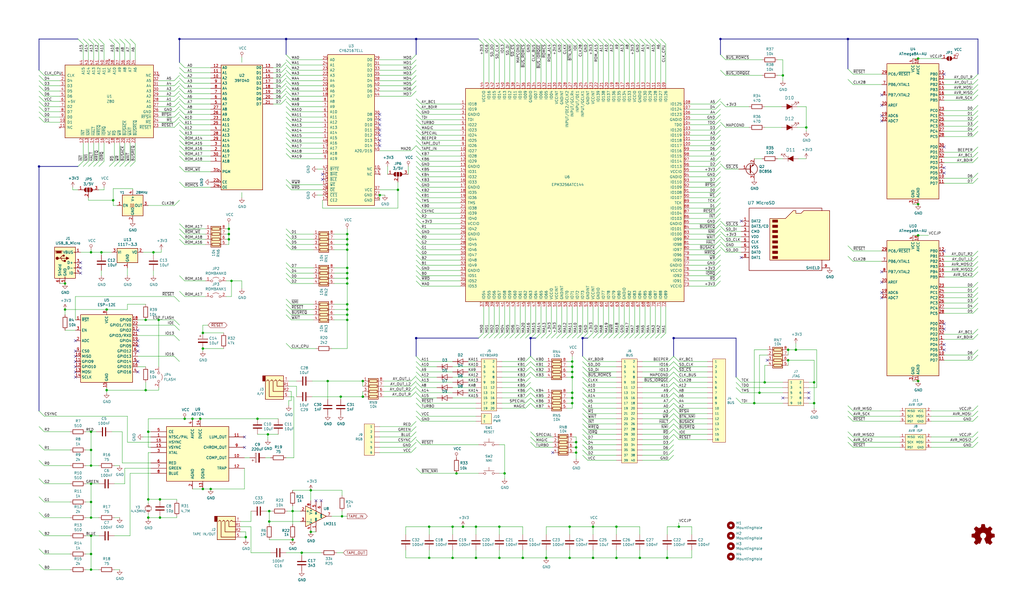
<source format=kicad_sch>
(kicad_sch (version 20210406) (generator eeschema)
  (paper "User" 499.999 297.002)
  (lib_symbols
    (symbol "Comparator:LM311" (pin_names (offset 0.127))
      (property "Reference" "U" (at 3.81 6.35 0))
      (property "Value" "LM311" (at 3.81 3.81 0))
      (symbol "LM311_1_1"
        (pin open_emitter line (at 0 -7.62 90) (length 5.08) (name "GND") (number "1"))
        (pin input line (at -7.62 2.54 0) (length 2.54) (name "+") (number "2"))
        (pin input line (at -7.62 -2.54 0) (length 2.54) (name "-") (number "3"))
        (pin power_in line (at -2.54 -7.62 90) (length 3.81) (name "V-") (number "4"))
        (pin passive line (at 0 7.62 270) (length 5.08) (name "BAL") (number "5"))
        (pin passive line (at 2.54 7.62 270) (length 6.35) (name "STRB") (number "6"))
        (pin open_collector line (at 7.62 0 180) (length 2.54) (name "~") (number "7"))
        (pin power_in line (at -2.54 7.62 270) (length 3.81) (name "V+") (number "8"))
      )
    )
    (symbol "Connector:AudioJack4"
      (property "Reference" "J" (at 0 8.89 0))
      (property "Value" "AudioJack4" (at 0 6.35 0))
      (symbol "AudioJack4_1_1"
        (pin passive line (at 5.08 -2.54 180) (length 2.54) (name "~") (number "R1"))
        (pin passive line (at 5.08 0 180) (length 2.54) (name "~") (number "R2"))
        (pin passive line (at 5.08 2.54 180) (length 2.54) (name "~") (number "S"))
        (pin passive line (at 5.08 -5.08 180) (length 2.54) (name "~") (number "T"))
      )
    )
    (symbol "Connector:Micro_SD_Card" (pin_names (offset 1.016))
      (property "Reference" "J" (at -16.51 15.24 0))
      (property "Value" "Micro_SD_Card" (at 16.51 15.24 0))
      (symbol "Micro_SD_Card_1_1"
        (pin bidirectional line (at -22.86 7.62 0) (length 3.81) (name "DAT2") (number "1"))
        (pin bidirectional line (at -22.86 5.08 0) (length 3.81) (name "DAT3/CD") (number "2"))
        (pin input line (at -22.86 2.54 0) (length 3.81) (name "CMD") (number "3"))
        (pin power_in line (at -22.86 0 0) (length 3.81) (name "VDD") (number "4"))
        (pin input line (at -22.86 -2.54 0) (length 3.81) (name "CLK") (number "5"))
        (pin power_in line (at -22.86 -5.08 0) (length 3.81) (name "VSS") (number "6"))
        (pin bidirectional line (at -22.86 -7.62 0) (length 3.81) (name "DAT0") (number "7"))
        (pin bidirectional line (at -22.86 -10.16 0) (length 3.81) (name "DAT1") (number "8"))
        (pin passive line (at 20.32 -15.24 180) (length 3.81) (name "SHIELD") (number "9"))
      )
    )
    (symbol "Connector:USB_B_Micro" (pin_names (offset 1.016))
      (property "Reference" "J" (at -5.08 11.43 0))
      (property "Value" "USB_B_Micro" (at -5.08 8.89 0))
      (symbol "USB_B_Micro_1_1"
        (pin power_out line (at 7.62 5.08 180) (length 2.54) (name "VBUS") (number "1"))
        (pin passive line (at 7.62 -2.54 180) (length 2.54) (name "D-") (number "2"))
        (pin passive line (at 7.62 0 180) (length 2.54) (name "D+") (number "3"))
        (pin passive line (at 7.62 -5.08 180) (length 2.54) (name "ID") (number "4"))
        (pin power_out line (at 0 -10.16 90) (length 2.54) (name "GND") (number "5"))
        (pin passive line (at -2.54 -10.16 90) (length 2.54) (name "Shield") (number "6"))
      )
    )
    (symbol "Device:C" (pin_numbers hide) (pin_names (offset 0.254))
      (property "Reference" "C" (at 0.635 2.54 0))
      (property "Value" "C" (at 0.635 -2.54 0))
      (symbol "C_1_1"
        (pin passive line (at 0 3.81 270) (length 2.794) (name "~") (number "1"))
        (pin passive line (at 0 -3.81 90) (length 2.794) (name "~") (number "2"))
      )
    )
    (symbol "Device:CP" (pin_numbers hide) (pin_names (offset 0.254))
      (property "Reference" "C" (at 0.635 2.54 0))
      (property "Value" "CP" (at 0.635 -2.54 0))
      (symbol "CP_1_1"
        (pin passive line (at 0 3.81 270) (length 2.794) (name "~") (number "1"))
        (pin passive line (at 0 -3.81 90) (length 2.794) (name "~") (number "2"))
      )
    )
    (symbol "Device:Crystal_Small" (pin_numbers hide) (pin_names (offset 1.016) hide)
      (property "Reference" "Y" (at 0 2.54 0))
      (property "Value" "Crystal_Small" (at 0 -2.54 0))
      (symbol "Crystal_Small_1_1"
        (pin passive line (at -2.54 0 0) (length 1.27) (name "1") (number "1"))
        (pin passive line (at 2.54 0 180) (length 1.27) (name "2") (number "2"))
      )
    )
    (symbol "Device:LED_ALT" (pin_numbers hide) (pin_names (offset 1.016) hide)
      (property "Reference" "D" (at 0 2.54 0))
      (property "Value" "LED_ALT" (at 0 -2.54 0))
      (symbol "LED_ALT_1_1"
        (pin passive line (at -3.81 0 0) (length 2.54) (name "K") (number "1"))
        (pin passive line (at 3.81 0 180) (length 2.54) (name "A") (number "2"))
      )
    )
    (symbol "Device:R" (pin_numbers hide) (pin_names (offset 0))
      (property "Reference" "R" (at 2.032 0 90))
      (property "Value" "R" (at 0 0 90))
      (symbol "R_1_1"
        (pin passive line (at 0 3.81 270) (length 1.27) (name "~") (number "1"))
        (pin passive line (at 0 -3.81 90) (length 1.27) (name "~") (number "2"))
      )
    )
    (symbol "Device:R_Pack04" (pin_names (offset 0) hide)
      (property "Reference" "RN" (at -7.62 0 90))
      (property "Value" "R_Pack04" (at 5.08 0 90))
      (symbol "R_Pack04_1_1"
        (pin passive line (at -5.08 -5.08 90) (length 2.54) (name "R1.1") (number "1"))
        (pin passive line (at -2.54 -5.08 90) (length 2.54) (name "R2.1") (number "2"))
        (pin passive line (at 0 -5.08 90) (length 2.54) (name "R3.1") (number "3"))
        (pin passive line (at 2.54 -5.08 90) (length 2.54) (name "R4.1") (number "4"))
        (pin passive line (at 2.54 5.08 270) (length 2.54) (name "R4.2") (number "5"))
        (pin passive line (at 0 5.08 270) (length 2.54) (name "R3.2") (number "6"))
        (pin passive line (at -2.54 5.08 270) (length 2.54) (name "R2.2") (number "7"))
        (pin passive line (at -5.08 5.08 270) (length 2.54) (name "R1.2") (number "8"))
      )
    )
    (symbol "Diode:1N4148W" (pin_numbers hide) (pin_names (offset 1.016) hide)
      (property "Reference" "D" (at 0 2.54 0))
      (property "Value" "1N4148W" (at 0 -2.54 0))
      (symbol "1N4148W_1_1"
        (pin passive line (at -3.81 0 0) (length 2.54) (name "K") (number "1"))
        (pin passive line (at 3.81 0 180) (length 2.54) (name "A") (number "2"))
      )
    )
    (symbol "Graphic:Logo_Open_Hardware_Small" (pin_names (offset 1.016)))
    (symbol "Jumper:Jumper_2_Open" (pin_names (offset 0) hide)
      (property "Reference" "JP" (at 0 2.794 0))
      (property "Value" "Jumper_2_Open" (at 0 -2.286 0))
      (symbol "Jumper_2_Open_1_1"
        (pin passive line (at -5.08 0 0) (length 2.54) (name "A") (number "1"))
        (pin passive line (at 5.08 0 180) (length 2.54) (name "B") (number "2"))
      )
    )
    (symbol "Jumper:SolderJumper_2_Open" (pin_names (offset 0) hide)
      (property "Reference" "JP" (at 0 2.032 0))
      (property "Value" "SolderJumper_2_Open" (at 0 -2.54 0))
      (symbol "SolderJumper_2_Open_1_1"
        (pin passive line (at -3.81 0 0) (length 2.54) (name "A") (number "1"))
        (pin passive line (at 3.81 0 180) (length 2.54) (name "B") (number "2"))
      )
    )
    (symbol "Jumper:SolderJumper_3_Open" (pin_names (offset 0) hide)
      (property "Reference" "JP" (at -2.54 -2.54 0))
      (property "Value" "SolderJumper_3_Open" (at 0 2.794 0))
      (symbol "SolderJumper_3_Open_1_1"
        (pin passive line (at -5.08 0 0) (length 2.54) (name "A") (number "1"))
        (pin input line (at 0 -3.81 90) (length 2.54) (name "C") (number "2"))
        (pin passive line (at 5.08 0 180) (length 2.54) (name "B") (number "3"))
      )
    )
    (symbol "Mechanical:MountingHole" (pin_names (offset 1.016))
      (property "Reference" "H" (at 0 5.08 0))
      (property "Value" "MountingHole" (at 0 3.175 0))
    )
    (symbol "Memory_Flash:SST39SF040"
      (property "Reference" "U" (at 2.54 33.02 0))
      (property "Value" "SST39SF040" (at 0 -30.48 0))
      (symbol "SST39SF040_0_0"
        (pin power_in line (at 0 -30.48 90) (length 1.27) hide (name "GND") (number "16"))
        (pin power_in line (at 0 33.02 270) (length 1.27) hide (name "VCC") (number "32"))
      )
      (symbol "SST39SF040_1_1"
        (pin input line (at -15.24 -15.24 0) (length 5.08) (name "A18") (number "1"))
        (pin input line (at -15.24 25.4 0) (length 5.08) (name "A2") (number "10"))
        (pin input line (at -15.24 27.94 0) (length 5.08) (name "A1") (number "11"))
        (pin input line (at -15.24 30.48 0) (length 5.08) (name "A0") (number "12"))
        (pin tri_state line (at 15.24 30.48 180) (length 5.08) (name "D0") (number "13"))
        (pin tri_state line (at 15.24 27.94 180) (length 5.08) (name "D1") (number "14"))
        (pin tri_state line (at 15.24 25.4 180) (length 5.08) (name "D2") (number "15"))
        (pin tri_state line (at 15.24 22.86 180) (length 5.08) (name "D3") (number "17"))
        (pin tri_state line (at 15.24 20.32 180) (length 5.08) (name "D4") (number "18"))
        (pin tri_state line (at 15.24 17.78 180) (length 5.08) (name "D5") (number "19"))
        (pin input line (at -15.24 -10.16 0) (length 5.08) (name "A16") (number "2"))
        (pin tri_state line (at 15.24 15.24 180) (length 5.08) (name "D6") (number "20"))
        (pin tri_state line (at 15.24 12.7 180) (length 5.08) (name "D7") (number "21"))
        (pin input input_low (at -15.24 -25.4 0) (length 5.08) (name "CE") (number "22"))
        (pin input line (at -15.24 5.08 0) (length 5.08) (name "A10") (number "23"))
        (pin input input_low (at -15.24 -27.94 0) (length 5.08) (name "OE") (number "24"))
        (pin input line (at -15.24 2.54 0) (length 5.08) (name "A11") (number "25"))
        (pin input line (at -15.24 7.62 0) (length 5.08) (name "A9") (number "26"))
        (pin input line (at -15.24 10.16 0) (length 5.08) (name "A8") (number "27"))
        (pin input line (at -15.24 -2.54 0) (length 5.08) (name "A13") (number "28"))
        (pin input line (at -15.24 -5.08 0) (length 5.08) (name "A14") (number "29"))
        (pin input line (at -15.24 -7.62 0) (length 5.08) (name "A15") (number "3"))
        (pin input line (at -15.24 -12.7 0) (length 5.08) (name "A17") (number "30"))
        (pin input input_low (at -15.24 -20.32 0) (length 5.08) (name "PGM") (number "31"))
        (pin input line (at -15.24 0 0) (length 5.08) (name "A12") (number "4"))
        (pin input line (at -15.24 12.7 0) (length 5.08) (name "A7") (number "5"))
        (pin input line (at -15.24 15.24 0) (length 5.08) (name "A6") (number "6"))
        (pin input line (at -15.24 17.78 0) (length 5.08) (name "A5") (number "7"))
        (pin input line (at -15.24 20.32 0) (length 5.08) (name "A4") (number "8"))
        (pin input line (at -15.24 22.86 0) (length 5.08) (name "A3") (number "9"))
      )
    )
    (symbol "Oscillator:XO91" (pin_names (offset 0.254))
      (property "Reference" "X" (at -5.08 6.35 0))
      (property "Value" "XO91" (at 1.27 -6.35 0))
      (symbol "XO91_1_1"
        (pin input line (at -7.62 0 0) (length 2.54) (name "EN") (number "1"))
        (pin power_in line (at 0 -7.62 90) (length 2.54) (name "GND") (number "2"))
        (pin output line (at 7.62 0 180) (length 2.54) (name "OUT") (number "3"))
        (pin power_in line (at 0 7.62 270) (length 2.54) (name "V+") (number "4"))
      )
    )
    (symbol "RF_Module:ESP-12E"
      (property "Reference" "U" (at -12.7 19.05 0))
      (property "Value" "ESP-12E" (at 12.7 19.05 0))
      (symbol "ESP-12E_1_1"
        (pin input line (at -15.24 15.24 0) (length 2.54) (name "~RST") (number "1"))
        (pin bidirectional line (at -15.24 -2.54 0) (length 2.54) (name "MISO") (number "10"))
        (pin bidirectional line (at -15.24 -5.08 0) (length 2.54) (name "GPIO9") (number "11"))
        (pin bidirectional line (at -15.24 -7.62 0) (length 2.54) (name "GPIO10") (number "12"))
        (pin bidirectional line (at -15.24 -10.16 0) (length 2.54) (name "MOSI") (number "13"))
        (pin bidirectional line (at -15.24 -12.7 0) (length 2.54) (name "SCLK") (number "14"))
        (pin power_in line (at 0 -17.78 90) (length 2.54) (name "GND") (number "15"))
        (pin bidirectional line (at 15.24 -7.62 180) (length 2.54) (name "GPIO15") (number "16"))
        (pin bidirectional line (at 15.24 10.16 180) (length 2.54) (name "GPIO2") (number "17"))
        (pin bidirectional line (at 15.24 15.24 180) (length 2.54) (name "GPIO0") (number "18"))
        (pin bidirectional line (at 15.24 5.08 180) (length 2.54) (name "GPIO4") (number "19"))
        (pin input line (at -15.24 5.08 0) (length 2.54) (name "ADC") (number "2"))
        (pin bidirectional line (at 15.24 2.54 180) (length 2.54) (name "GPIO5") (number "20"))
        (pin bidirectional line (at 15.24 7.62 180) (length 2.54) (name "GPIO3/RXD") (number "21"))
        (pin bidirectional line (at 15.24 12.7 180) (length 2.54) (name "GPIO1/TXD") (number "22"))
        (pin input line (at -15.24 10.16 0) (length 2.54) (name "EN") (number "3"))
        (pin bidirectional line (at 15.24 -10.16 180) (length 2.54) (name "GPIO16") (number "4"))
        (pin bidirectional line (at 15.24 -5.08 180) (length 2.54) (name "GPIO14") (number "5"))
        (pin bidirectional line (at 15.24 0 180) (length 2.54) (name "GPIO12") (number "6"))
        (pin bidirectional line (at 15.24 -2.54 180) (length 2.54) (name "GPIO13") (number "7"))
        (pin power_in line (at 0 20.32 270) (length 2.54) (name "VCC") (number "8"))
        (pin input line (at -15.24 0 0) (length 2.54) (name "CS0") (number "9"))
      )
    )
    (symbol "Regulator_Linear:LM1117-3.3" (pin_names (offset 0.254))
      (property "Reference" "U" (at -3.81 3.175 0))
      (property "Value" "LM1117-3.3" (at 0 3.175 0))
      (symbol "LM1117-3.3_1_1"
        (pin power_in line (at 0 -7.62 90) (length 2.54) (name "GND") (number "1"))
        (pin power_out line (at 7.62 0 180) (length 2.54) (name "VO") (number "2"))
        (pin power_in line (at -7.62 0 0) (length 2.54) (name "VI") (number "3"))
      )
    )
    (symbol "Switch:SW_Push" (pin_numbers hide) (pin_names (offset 1.016) hide)
      (property "Reference" "SW" (at 1.27 2.54 0))
      (property "Value" "SW_Push" (at 0 -1.524 0))
      (symbol "SW_Push_0_1"
        (pin passive line (at -5.08 0 0) (length 2.54) (name "1") (number "1"))
        (pin passive line (at 5.08 0 180) (length 2.54) (name "2") (number "2"))
      )
    )
    (symbol "Transistor_BJT:BC856" (pin_names (offset 0) hide)
      (property "Reference" "Q" (at 5.08 1.905 0))
      (property "Value" "BC856" (at 5.08 0 0))
      (symbol "BC856_1_1"
        (pin input line (at -5.08 0 0) (length 5.715) (name "B") (number "1"))
        (pin passive line (at 2.54 -5.08 90) (length 2.54) (name "E") (number "2"))
        (pin passive line (at 2.54 5.08 270) (length 2.54) (name "C") (number "3"))
      )
    )
    (symbol "karabas-nano-revH-rescue:AD724-ad724" (pin_names (offset 1.016))
      (property "Reference" "U" (at -13.97 13.97 0))
      (property "Value" "AD724-ad724" (at 12.7 13.97 0))
      (symbol "AD724-ad724_1_1"
        (pin input line (at -22.86 7.62 0) (length 7.62) (name "NTSC/PAL") (number "1"))
        (pin output line (at 22.86 -2.54 180) (length 7.62) (name "COMP_OUT") (number "10"))
        (pin output line (at 22.86 7.62 180) (length 7.62) (name "LUM_OUT") (number "11"))
        (pin input line (at 22.86 -7.62 180) (length 7.62) (name "TRAP") (number "12"))
        (pin power_in line (at 2.54 -17.78 90) (length 3.81) (name "DGND") (number "13"))
        (pin power_in line (at 1.27 16.51 270) (length 3.81) (name "DVCC") (number "14"))
        (pin input line (at -22.86 2.54 0) (length 7.62) (name "VSYNC") (number "15"))
        (pin input line (at -22.86 5.08 0) (length 7.62) (name "HSYNC") (number "16"))
        (pin power_in line (at -2.54 -17.78 90) (length 3.81) (name "AGND") (number "2"))
        (pin input line (at -22.86 0 0) (length 7.62) (name "XTAL") (number "3"))
        (pin power_in line (at -2.54 16.51 270) (length 3.81) (name "AVCC") (number "4"))
        (pin power_in line (at -22.86 10.16 0) (length 7.62) (name "CE") (number "5"))
        (pin input line (at -22.86 -5.08 0) (length 7.62) (name "RED") (number "6"))
        (pin input line (at -22.86 -7.62 0) (length 7.62) (name "GREEN") (number "7"))
        (pin input line (at -22.86 -10.16 0) (length 7.62) (name "BLUE") (number "8"))
        (pin output line (at 22.86 2.54 180) (length 7.62) (name "CHROM_OUT") (number "9"))
      )
    )
    (symbol "karabas-nano-revH-rescue:ATmega8A-AU-MCU_Microchip_ATmega"
      (property "Reference" "U" (at -12.7 34.29 0))
      (property "Value" "ATmega8A-AU-MCU_Microchip_ATmega" (at 5.08 -34.29 0))
      (symbol "ATmega8A-AU-MCU_Microchip_ATmega_1_1"
        (pin bidirectional line (at 15.24 -15.24 180) (length 2.54) (name "PD3") (number "1"))
        (pin bidirectional line (at 15.24 -22.86 180) (length 2.54) (name "PD6") (number "10"))
        (pin bidirectional line (at 15.24 -25.4 180) (length 2.54) (name "PD7") (number "11"))
        (pin bidirectional line (at 15.24 27.94 180) (length 2.54) (name "PB0") (number "12"))
        (pin bidirectional line (at 15.24 25.4 180) (length 2.54) (name "PB1") (number "13"))
        (pin bidirectional line (at 15.24 22.86 180) (length 2.54) (name "PB2") (number "14"))
        (pin bidirectional line (at 15.24 20.32 180) (length 2.54) (name "PB3") (number "15"))
        (pin bidirectional line (at 15.24 17.78 180) (length 2.54) (name "PB4") (number "16"))
        (pin bidirectional line (at 15.24 15.24 180) (length 2.54) (name "PB5") (number "17"))
        (pin power_in line (at 2.54 35.56 270) (length 2.54) (name "AVCC") (number "18"))
        (pin input line (at -15.24 7.62 0) (length 2.54) (name "ADC6") (number "19"))
        (pin bidirectional line (at 15.24 -17.78 180) (length 2.54) (name "PD4") (number "2"))
        (pin passive line (at -15.24 12.7 0) (length 2.54) (name "AREF") (number "20"))
        (pin power_in line (at 2.54 -35.56 90) (length 2.54) (name "AGND") (number "21"))
        (pin input line (at -15.24 5.08 0) (length 2.54) (name "ADC7") (number "22"))
        (pin bidirectional line (at 15.24 10.16 180) (length 2.54) (name "PC0") (number "23"))
        (pin bidirectional line (at 15.24 7.62 180) (length 2.54) (name "PC1") (number "24"))
        (pin bidirectional line (at 15.24 5.08 180) (length 2.54) (name "PC2") (number "25"))
        (pin bidirectional line (at 15.24 2.54 180) (length 2.54) (name "PC3") (number "26"))
        (pin bidirectional line (at 15.24 0 180) (length 2.54) (name "PC4") (number "27"))
        (pin bidirectional line (at 15.24 -2.54 180) (length 2.54) (name "PC5") (number "28"))
        (pin bidirectional line (at -15.24 27.94 0) (length 2.54) (name "PC6/~RESET") (number "29"))
        (pin power_in line (at 0 -35.56 90) (length 2.54) (name "GND") (number "3"))
        (pin bidirectional line (at 15.24 -7.62 180) (length 2.54) (name "PD0") (number "30"))
        (pin bidirectional line (at 15.24 -10.16 180) (length 2.54) (name "PD1") (number "31"))
        (pin bidirectional line (at 15.24 -12.7 180) (length 2.54) (name "PD2") (number "32"))
        (pin power_in line (at 0 35.56 270) (length 2.54) (name "VCC") (number "4"))
        (pin passive line (at 0 -35.56 90) (length 2.54) hide (name "GND") (number "5"))
        (pin passive line (at 0 35.56 270) (length 2.54) hide (name "VCC") (number "6"))
        (pin bidirectional line (at -15.24 22.86 0) (length 2.54) (name "PB6/XTAL1") (number "7"))
        (pin bidirectional line (at -15.24 17.78 0) (length 2.54) (name "PB7/XTAL2") (number "8"))
        (pin bidirectional line (at 15.24 -20.32 180) (length 2.54) (name "PD5") (number "9"))
      )
    )
    (symbol "karabas-nano-revH-rescue:AVR_SPI_PROG_3X22X3_LOCK-SparkFun-Connectors" (pin_names (offset 1.016))
      (property "Reference" "J" (at -5.08 5.08 0))
      (property "Value" "AVR_SPI_PROG_3X22X3_LOCK-SparkFun-Connectors" (at -5.08 -6.35 0))
      (property "Field4" "XXX-00000" (at 0 8.89 0))
      (symbol "AVR_SPI_PROG_3X22X3_LOCK-SparkFun-Connectors_1_1"
        (pin passive line (at -7.62 2.54 0) (length 2.54) (name "MISO") (number "1"))
        (pin passive line (at 7.62 2.54 180) (length 2.54) (name "VCC") (number "2"))
        (pin passive line (at -7.62 0 0) (length 2.54) (name "SCK") (number "3"))
        (pin passive line (at 7.62 0 180) (length 2.54) (name "MOSI") (number "4"))
        (pin passive line (at -7.62 -2.54 0) (length 2.54) (name "RST") (number "5"))
        (pin passive line (at 7.62 -2.54 180) (length 2.54) (name "GND") (number "6"))
      )
    )
    (symbol "karabas-nano-revH-rescue:CONN_02-SparkFun-Connectors" (pin_numbers hide) (pin_names (offset 1.016))
      (property "Reference" "J" (at -5.08 5.08 0))
      (property "Value" "CONN_02-SparkFun-Connectors" (at -5.08 -3.81 0))
      (property "Field4" "XXX-00000" (at 0 7.62 0))
      (symbol "CONN_02-SparkFun-Connectors_1_1"
        (pin passive line (at 2.54 0 180) (length 2.54) (name "1") (number "1"))
        (pin passive line (at 2.54 2.54 180) (length 2.54) (name "2") (number "2"))
      )
    )
    (symbol "karabas-nano-revH-rescue:CONN_05X2SHD_LOCK-SparkFun-Connectors" (pin_numbers hide) (pin_names (offset 1.016))
      (property "Reference" "J" (at -3.81 7.62 0))
      (property "Value" "CONN_05X2SHD_LOCK-SparkFun-Connectors" (at -3.81 -8.89 0))
      (property "Field4" "CONN-08671" (at 0 11.43 0))
      (symbol "CONN_05X2SHD_LOCK-SparkFun-Connectors_1_1"
        (pin passive line (at -6.35 5.08 0) (length 2.54) (name "1") (number "1"))
        (pin passive line (at 6.35 -5.08 180) (length 2.54) (name "10") (number "10"))
        (pin passive line (at 6.35 5.08 180) (length 2.54) (name "2") (number "2"))
        (pin passive line (at -6.35 2.54 0) (length 2.54) (name "3") (number "3"))
        (pin passive line (at 6.35 2.54 180) (length 2.54) (name "4") (number "4"))
        (pin passive line (at -6.35 0 0) (length 2.54) (name "5") (number "5"))
        (pin passive line (at 6.35 0 180) (length 2.54) (name "6") (number "6"))
        (pin passive line (at -6.35 -2.54 0) (length 2.54) (name "7") (number "7"))
        (pin passive line (at 6.35 -2.54 180) (length 2.54) (name "8") (number "8"))
        (pin passive line (at -6.35 -5.08 0) (length 2.54) (name "9") (number "9"))
      )
    )
    (symbol "karabas-nano-revH-rescue:CONN_06LOCK-SparkFun-Connectors" (pin_numbers hide) (pin_names (offset 1.016))
      (property "Reference" "J" (at -5.08 15.24 0))
      (property "Value" "CONN_06LOCK-SparkFun-Connectors" (at -5.08 -3.81 0))
      (property "Field4" "XXX-00000" (at 0 19.05 0))
      (symbol "CONN_06LOCK-SparkFun-Connectors_1_1"
        (pin passive line (at 2.54 0 180) (length 2.54) (name "1") (number "1"))
        (pin passive line (at 2.54 2.54 180) (length 2.54) (name "2") (number "2"))
        (pin passive line (at 2.54 5.08 180) (length 2.54) (name "3") (number "3"))
        (pin passive line (at 2.54 7.62 180) (length 2.54) (name "4") (number "4"))
        (pin passive line (at 2.54 10.16 180) (length 2.54) (name "5") (number "5"))
        (pin passive line (at 2.54 12.7 180) (length 2.54) (name "6") (number "6"))
      )
    )
    (symbol "karabas-nano-revH-rescue:CONN_10X2-SparkFun-Connectors" (pin_numbers hide) (pin_names (offset 1.016))
      (property "Reference" "J" (at -3.81 13.97 0))
      (property "Value" "CONN_10X2-SparkFun-Connectors" (at -3.81 -15.24 0))
      (property "Field4" "XXX-00000" (at 0 17.78 0))
      (symbol "CONN_10X2-SparkFun-Connectors_1_1"
        (pin passive line (at -6.35 11.43 0) (length 2.54) (name "1") (number "1"))
        (pin passive line (at 6.35 1.27 180) (length 2.54) (name "10") (number "10"))
        (pin passive line (at -6.35 -1.27 0) (length 2.54) (name "11") (number "11"))
        (pin passive line (at 6.35 -1.27 180) (length 2.54) (name "12") (number "12"))
        (pin passive line (at -6.35 -3.81 0) (length 2.54) (name "13") (number "13"))
        (pin passive line (at 6.35 -3.81 180) (length 2.54) (name "14") (number "14"))
        (pin passive line (at -6.35 -6.35 0) (length 2.54) (name "15") (number "15"))
        (pin passive line (at 6.35 -6.35 180) (length 2.54) (name "16") (number "16"))
        (pin passive line (at -6.35 -8.89 0) (length 2.54) (name "17") (number "17"))
        (pin passive line (at 6.35 -8.89 180) (length 2.54) (name "18") (number "18"))
        (pin passive line (at -6.35 -11.43 0) (length 2.54) (name "19") (number "19"))
        (pin passive line (at 6.35 11.43 180) (length 2.54) (name "2") (number "2"))
        (pin passive line (at 6.35 -11.43 180) (length 2.54) (name "20") (number "20"))
        (pin passive line (at -6.35 8.89 0) (length 2.54) (name "3") (number "3"))
        (pin passive line (at 6.35 8.89 180) (length 2.54) (name "4") (number "4"))
        (pin passive line (at -6.35 6.35 0) (length 2.54) (name "5") (number "5"))
        (pin passive line (at 6.35 6.35 180) (length 2.54) (name "6") (number "6"))
        (pin passive line (at -6.35 3.81 0) (length 2.54) (name "7") (number "7"))
        (pin passive line (at 6.35 3.81 180) (length 2.54) (name "8") (number "8"))
        (pin passive line (at -6.35 1.27 0) (length 2.54) (name "9") (number "9"))
      )
    )
    (symbol "karabas-nano-revH-rescue:CONN_16-SparkFun-Connectors" (pin_numbers hide) (pin_names (offset 1.016))
      (property "Reference" "J" (at -6.35 40.64 0))
      (property "Value" "CONN_16-SparkFun-Connectors" (at -6.35 -3.81 0))
      (property "Field4" "XXX-00000" (at 0 44.45 0))
      (symbol "CONN_16-SparkFun-Connectors_1_1"
        (pin passive line (at 2.54 0 180) (length 2.54) (name "1") (number "1"))
        (pin passive line (at 2.54 22.86 180) (length 2.54) (name "10") (number "10"))
        (pin passive line (at 2.54 25.4 180) (length 2.54) (name "11") (number "11"))
        (pin passive line (at 2.54 27.94 180) (length 2.54) (name "12") (number "12"))
        (pin passive line (at 2.54 30.48 180) (length 2.54) (name "13") (number "13"))
        (pin passive line (at 2.54 33.02 180) (length 2.54) (name "14") (number "14"))
        (pin passive line (at 2.54 35.56 180) (length 2.54) (name "15") (number "15"))
        (pin passive line (at 2.54 38.1 180) (length 2.54) (name "16") (number "16"))
        (pin passive line (at 2.54 2.54 180) (length 2.54) (name "2") (number "2"))
        (pin passive line (at 2.54 5.08 180) (length 2.54) (name "3") (number "3"))
        (pin passive line (at 2.54 7.62 180) (length 2.54) (name "4") (number "4"))
        (pin passive line (at 2.54 10.16 180) (length 2.54) (name "5") (number "5"))
        (pin passive line (at 2.54 12.7 180) (length 2.54) (name "6") (number "6"))
        (pin passive line (at 2.54 15.24 180) (length 2.54) (name "7") (number "7"))
        (pin passive line (at 2.54 17.78 180) (length 2.54) (name "8") (number "8"))
        (pin passive line (at 2.54 20.32 180) (length 2.54) (name "9") (number "9"))
      )
    )
    (symbol "karabas-nano-revH-rescue:CONN_20X2-SparkFun-Connectors" (pin_numbers hide) (pin_names (offset 1.016))
      (property "Reference" "J" (at -3.81 26.67 0))
      (property "Value" "CONN_20X2-SparkFun-Connectors" (at -3.81 -27.94 0))
      (property "Field4" "XXX-00000" (at 0 30.48 0))
      (symbol "CONN_20X2-SparkFun-Connectors_1_1"
        (pin passive line (at -6.35 24.13 0) (length 2.54) (name "1") (number "1"))
        (pin passive line (at 6.35 13.97 180) (length 2.54) (name "10") (number "10"))
        (pin passive line (at -6.35 11.43 0) (length 2.54) (name "11") (number "11"))
        (pin passive line (at 6.35 11.43 180) (length 2.54) (name "12") (number "12"))
        (pin passive line (at -6.35 8.89 0) (length 2.54) (name "13") (number "13"))
        (pin passive line (at 6.35 8.89 180) (length 2.54) (name "14") (number "14"))
        (pin passive line (at -6.35 6.35 0) (length 2.54) (name "15") (number "15"))
        (pin passive line (at 6.35 6.35 180) (length 2.54) (name "16") (number "16"))
        (pin passive line (at -6.35 3.81 0) (length 2.54) (name "17") (number "17"))
        (pin passive line (at 6.35 3.81 180) (length 2.54) (name "18") (number "18"))
        (pin passive line (at -6.35 1.27 0) (length 2.54) (name "19") (number "19"))
        (pin passive line (at 6.35 24.13 180) (length 2.54) (name "2") (number "2"))
        (pin passive line (at 6.35 1.27 180) (length 2.54) (name "20") (number "20"))
        (pin passive line (at -6.35 -1.27 0) (length 2.54) (name "21") (number "21"))
        (pin passive line (at 6.35 -1.27 180) (length 2.54) (name "22") (number "22"))
        (pin passive line (at -6.35 -3.81 0) (length 2.54) (name "23") (number "23"))
        (pin passive line (at 6.35 -3.81 180) (length 2.54) (name "24") (number "24"))
        (pin passive line (at -6.35 -6.35 0) (length 2.54) (name "25") (number "25"))
        (pin passive line (at 6.35 -6.35 180) (length 2.54) (name "26") (number "26"))
        (pin passive line (at -6.35 -8.89 0) (length 2.54) (name "27") (number "27"))
        (pin passive line (at 6.35 -8.89 180) (length 2.54) (name "28") (number "28"))
        (pin passive line (at -6.35 -11.43 0) (length 2.54) (name "29") (number "29"))
        (pin passive line (at -6.35 21.59 0) (length 2.54) (name "3") (number "3"))
        (pin passive line (at 6.35 -11.43 180) (length 2.54) (name "30") (number "30"))
        (pin passive line (at -6.35 -13.97 0) (length 2.54) (name "31") (number "31"))
        (pin passive line (at 6.35 -13.97 180) (length 2.54) (name "32") (number "32"))
        (pin passive line (at -6.35 -16.51 0) (length 2.54) (name "33") (number "33"))
        (pin passive line (at 6.35 -16.51 180) (length 2.54) (name "34") (number "34"))
        (pin passive line (at -6.35 -19.05 0) (length 2.54) (name "35") (number "35"))
        (pin passive line (at 6.35 -19.05 180) (length 2.54) (name "36") (number "36"))
        (pin passive line (at -6.35 -21.59 0) (length 2.54) (name "37") (number "37"))
        (pin passive line (at 6.35 -21.59 180) (length 2.54) (name "38") (number "38"))
        (pin passive line (at -6.35 -24.13 0) (length 2.54) (name "39") (number "39"))
        (pin passive line (at 6.35 21.59 180) (length 2.54) (name "4") (number "4"))
        (pin passive line (at 6.35 -24.13 180) (length 2.54) (name "40") (number "40"))
        (pin passive line (at -6.35 19.05 0) (length 2.54) (name "5") (number "5"))
        (pin passive line (at 6.35 19.05 180) (length 2.54) (name "6") (number "6"))
        (pin passive line (at -6.35 16.51 0) (length 2.54) (name "7") (number "7"))
        (pin passive line (at 6.35 16.51 180) (length 2.54) (name "8") (number "8"))
        (pin passive line (at -6.35 13.97 0) (length 2.54) (name "9") (number "9"))
      )
    )
    (symbol "karabas-nano-revH-rescue:CY62167ELL-retro" (pin_names (offset 1.016))
      (property "Reference" "U" (at -10.16 35.56 0))
      (property "Value" "CY62167ELL-retro" (at 5.08 35.56 0))
      (symbol "CY62167ELL-retro_1_1"
        (pin bidirectional line (at -13.97 -6.35 0) (length 2.54) (name "A15") (number "1"))
        (pin no_connect line (at 13.97 -21.59 180) (length 2.54) (name "NC") (number "10"))
        (pin input inverted (at -13.97 -29.21 0) (length 2.54) (name "~WE") (number "11"))
        (pin input line (at -13.97 -36.83 0) (length 2.54) (name "CE2") (number "12"))
        (pin no_connect line (at 13.97 -24.13 180) (length 2.54) (name "NC") (number "13"))
        (pin input inverted (at -13.97 -24.13 0) (length 2.54) (name "~BHE") (number "14"))
        (pin input inverted (at -13.97 -26.67 0) (length 2.54) (name "~BLE") (number "15"))
        (pin bidirectional line (at -13.97 -13.97 0) (length 2.54) (name "A18") (number "16"))
        (pin bidirectional line (at -13.97 -11.43 0) (length 2.54) (name "A17") (number "17"))
        (pin bidirectional line (at -13.97 13.97 0) (length 2.54) (name "A7") (number "18"))
        (pin bidirectional line (at -13.97 16.51 0) (length 2.54) (name "A6") (number "19"))
        (pin bidirectional line (at -13.97 -3.81 0) (length 2.54) (name "A14") (number "2"))
        (pin bidirectional line (at -13.97 19.05 0) (length 2.54) (name "A5") (number "20"))
        (pin bidirectional line (at -13.97 21.59 0) (length 2.54) (name "A4") (number "21"))
        (pin bidirectional line (at -13.97 24.13 0) (length 2.54) (name "A3") (number "22"))
        (pin bidirectional line (at -13.97 26.67 0) (length 2.54) (name "A2") (number "23"))
        (pin bidirectional line (at -13.97 29.21 0) (length 2.54) (name "A1") (number "24"))
        (pin bidirectional line (at -13.97 31.75 0) (length 2.54) (name "A0") (number "25"))
        (pin input inverted (at -13.97 -34.29 0) (length 2.54) (name "~CE1") (number "26"))
        (pin power_in line (at 13.97 -34.29 180) (length 2.54) (name "GND") (number "27"))
        (pin input inverted (at -13.97 -31.75 0) (length 2.54) (name "~OE") (number "28"))
        (pin bidirectional line (at 13.97 31.75 180) (length 2.54) (name "D0") (number "29"))
        (pin bidirectional line (at -13.97 -1.27 0) (length 2.54) (name "A13") (number "3"))
        (pin bidirectional line (at 13.97 5.08 180) (length 2.54) (name "D8") (number "30"))
        (pin bidirectional line (at 13.97 29.21 180) (length 2.54) (name "D1") (number "31"))
        (pin bidirectional line (at 13.97 2.54 180) (length 2.54) (name "D9") (number "32"))
        (pin bidirectional line (at 13.97 26.67 180) (length 2.54) (name "D2") (number "33"))
        (pin bidirectional line (at 13.97 0 180) (length 2.54) (name "D10") (number "34"))
        (pin bidirectional line (at 13.97 24.13 180) (length 2.54) (name "D3") (number "35"))
        (pin bidirectional line (at 13.97 -2.54 180) (length 2.54) (name "D11") (number "36"))
        (pin power_in line (at 13.97 -31.75 180) (length 2.54) (name "VCC") (number "37"))
        (pin bidirectional line (at 13.97 21.59 180) (length 2.54) (name "D4") (number "38"))
        (pin bidirectional line (at 13.97 -5.08 180) (length 2.54) (name "D12") (number "39"))
        (pin bidirectional line (at -13.97 1.27 0) (length 2.54) (name "A12") (number "4"))
        (pin bidirectional line (at 13.97 19.05 180) (length 2.54) (name "D5") (number "40"))
        (pin bidirectional line (at 13.97 -7.62 180) (length 2.54) (name "D13") (number "41"))
        (pin bidirectional line (at 13.97 16.51 180) (length 2.54) (name "D6") (number "42"))
        (pin bidirectional line (at 13.97 -10.16 180) (length 2.54) (name "D14") (number "43"))
        (pin bidirectional line (at 13.97 13.97 180) (length 2.54) (name "D7") (number "44"))
        (pin bidirectional line (at 13.97 -12.7 180) (length 2.54) (name "A20/D15") (number "45"))
        (pin power_in line (at 13.97 -36.83 180) (length 2.54) (name "GND") (number "46"))
        (pin input inverted (at -13.97 -21.59 0) (length 2.54) (name "~BYTE") (number "47"))
        (pin bidirectional line (at -13.97 -8.89 0) (length 2.54) (name "A16") (number "48"))
        (pin bidirectional line (at -13.97 3.81 0) (length 2.54) (name "A11") (number "5"))
        (pin bidirectional line (at -13.97 6.35 0) (length 2.54) (name "A10") (number "6"))
        (pin bidirectional line (at -13.97 8.89 0) (length 2.54) (name "A9") (number "7"))
        (pin bidirectional line (at -13.97 11.43 0) (length 2.54) (name "A8") (number "8"))
        (pin bidirectional line (at -13.97 -16.51 0) (length 2.54) (name "A19") (number "9"))
      )
    )
    (symbol "karabas-nano-revH-rescue:EPM3256ATC144-retro" (pin_names (offset 1.016))
      (property "Reference" "U" (at 2.54 -5.08 0))
      (property "Value" "EPM3256ATC144-retro" (at 2.54 -8.89 0))
      (symbol "EPM3256ATC144-retro_1_1"
        (pin bidirectional line (at -52.07 38.1 0) (length 2.54) (name "IO18") (number "1"))
        (pin bidirectional line (at -52.07 15.24 0) (length 2.54) (name "IO27") (number "10"))
        (pin bidirectional line (at 59.69 17.78 180) (length 2.54) (name "IO117") (number "100"))
        (pin bidirectional line (at 59.69 20.32 180) (length 2.54) (name "IO118") (number "101"))
        (pin bidirectional line (at 59.69 22.86 180) (length 2.54) (name "IO119") (number "102"))
        (pin bidirectional line (at 59.69 25.4 180) (length 2.54) (name "IO120") (number "103"))
        (pin output line (at 59.69 27.94 180) (length 2.54) (name "TDO") (number "104"))
        (pin power_in line (at 59.69 30.48 180) (length 2.54) (name "GNDIO") (number "105"))
        (pin bidirectional line (at 59.69 33.02 180) (length 2.54) (name "IO123") (number "106"))
        (pin bidirectional line (at 59.69 35.56 180) (length 2.54) (name "IO124") (number "107"))
        (pin bidirectional line (at 59.69 38.1 180) (length 2.54) (name "IO125") (number "108"))
        (pin bidirectional line (at 48.26 48.26 270) (length 2.54) (name "IO126") (number "109"))
        (pin bidirectional line (at -52.07 12.7 0) (length 2.54) (name "IO28") (number "11"))
        (pin bidirectional line (at 45.72 48.26 270) (length 2.54) (name "IO127") (number "110"))
        (pin bidirectional line (at 43.18 48.26 270) (length 2.54) (name "IO128") (number "111"))
        (pin bidirectional line (at 40.64 48.26 270) (length 2.54) (name "IO129") (number "112"))
        (pin bidirectional line (at 38.1 48.26 270) (length 2.54) (name "IO130") (number "113"))
        (pin power_in line (at 35.56 48.26 270) (length 2.54) (name "GNDIO") (number "114"))
        (pin power_in line (at 33.02 48.26 270) (length 2.54) (name "VCCIO") (number "115"))
        (pin bidirectional line (at 30.48 48.26 270) (length 2.54) (name "IO133") (number "116"))
        (pin bidirectional line (at 27.94 48.26 270) (length 2.54) (name "IO134") (number "117"))
        (pin bidirectional line (at 25.4 48.26 270) (length 2.54) (name "IO135") (number "118"))
        (pin bidirectional line (at 22.86 48.26 270) (length 2.54) (name "IO136") (number "119"))
        (pin bidirectional line (at -52.07 10.16 0) (length 2.54) (name "IO29") (number "12"))
        (pin bidirectional line (at 20.32 48.26 270) (length 2.54) (name "IO137") (number "120"))
        (pin bidirectional line (at 17.78 48.26 270) (length 2.54) (name "IO138") (number "121"))
        (pin bidirectional line (at 15.24 48.26 270) (length 2.54) (name "IO139") (number "122"))
        (pin power_in line (at 12.7 48.26 270) (length 2.54) (name "VCCINT") (number "123"))
        (pin power_in line (at 10.16 48.26 270) (length 2.54) (name "GNDINT") (number "124"))
        (pin input line (at 7.62 48.26 270) (length 2.54) (name "INPUT/GCLK1") (number "125"))
        (pin input line (at 5.08 48.26 270) (length 2.54) (name "INPUT/OE1") (number "126"))
        (pin input line (at 2.54 48.26 270) (length 2.54) (name "INPUT/GCLRn") (number "127"))
        (pin input line (at 0 48.26 270) (length 2.54) (name "INPUT/OE2/GCLK2") (number "128"))
        (pin power_in line (at -2.54 48.26 270) (length 2.54) (name "GNDINT") (number "129"))
        (pin power_in line (at -52.07 7.62 0) (length 2.54) (name "GNDIO") (number "13"))
        (pin power_in line (at -5.08 48.26 270) (length 2.54) (name "VCCINT") (number "130"))
        (pin bidirectional line (at -7.62 48.26 270) (length 2.54) (name "IO04") (number "131"))
        (pin bidirectional line (at -10.16 48.26 270) (length 2.54) (name "IO05") (number "132"))
        (pin bidirectional line (at -12.7 48.26 270) (length 2.54) (name "IO06") (number "133"))
        (pin bidirectional line (at -15.24 48.26 270) (length 2.54) (name "IO07") (number "134"))
        (pin power_in line (at -17.78 48.26 270) (length 2.54) (name "GNDIO") (number "135"))
        (pin bidirectional line (at -20.32 48.26 270) (length 2.54) (name "IO09") (number "136"))
        (pin bidirectional line (at -22.86 48.26 270) (length 2.54) (name "IO10") (number "137"))
        (pin bidirectional line (at -25.4 48.26 270) (length 2.54) (name "IO11") (number "138"))
        (pin bidirectional line (at -27.94 48.26 270) (length 2.54) (name "IO12") (number "139"))
        (pin bidirectional line (at -52.07 5.08 0) (length 2.54) (name "IO31") (number "14"))
        (pin bidirectional line (at -30.48 48.26 270) (length 2.54) (name "IO13") (number "140"))
        (pin bidirectional line (at -33.02 48.26 270) (length 2.54) (name "IO14") (number "141"))
        (pin bidirectional line (at -35.56 48.26 270) (length 2.54) (name "IO15") (number "142"))
        (pin bidirectional line (at -38.1 48.26 270) (length 2.54) (name "IO16") (number "143"))
        (pin power_in line (at -40.64 48.26 270) (length 2.54) (name "VCCIO") (number "144"))
        (pin bidirectional line (at -52.07 2.54 0) (length 2.54) (name "IO32") (number "15"))
        (pin bidirectional line (at -52.07 0 0) (length 2.54) (name "IO33") (number "16"))
        (pin power_in line (at -52.07 -2.54 0) (length 2.54) (name "GNDIO") (number "17"))
        (pin bidirectional line (at -52.07 -5.08 0) (length 2.54) (name "IO35") (number "18"))
        (pin bidirectional line (at -52.07 -7.62 0) (length 2.54) (name "IO36") (number "19"))
        (pin bidirectional line (at -52.07 35.56 0) (length 2.54) (name "IO19") (number "2"))
        (pin input line (at -52.07 -10.16 0) (length 2.54) (name "TMS") (number "20"))
        (pin bidirectional line (at -52.07 -12.7 0) (length 2.54) (name "IO38") (number "21"))
        (pin bidirectional line (at -52.07 -15.24 0) (length 2.54) (name "IO39") (number "22"))
        (pin bidirectional line (at -52.07 -17.78 0) (length 2.54) (name "IO40") (number "23"))
        (pin power_in line (at -52.07 -20.32 0) (length 2.54) (name "VCCIO") (number "24"))
        (pin bidirectional line (at -52.07 -22.86 0) (length 2.54) (name "IO42") (number "25"))
        (pin power_in line (at -52.07 -25.4 0) (length 2.54) (name "GNDIO") (number "26"))
        (pin bidirectional line (at -52.07 -27.94 0) (length 2.54) (name "IO44") (number "27"))
        (pin bidirectional line (at -52.07 -30.48 0) (length 2.54) (name "IO45") (number "28"))
        (pin bidirectional line (at -52.07 -33.02 0) (length 2.54) (name "IO46") (number "29"))
        (pin power_in line (at -52.07 33.02 0) (length 2.54) (name "GNDIO") (number "3"))
        (pin bidirectional line (at -52.07 -35.56 0) (length 2.54) (name "IO47") (number "30"))
        (pin bidirectional line (at -52.07 -38.1 0) (length 2.54) (name "IO48") (number "31"))
        (pin bidirectional line (at -52.07 -40.64 0) (length 2.54) (name "IO49") (number "32"))
        (pin power_in line (at -52.07 -43.18 0) (length 2.54) (name "GNDIO") (number "33"))
        (pin bidirectional line (at -52.07 -45.72 0) (length 2.54) (name "IO51") (number "34"))
        (pin bidirectional line (at -52.07 -48.26 0) (length 2.54) (name "IO52") (number "35"))
        (pin bidirectional line (at -52.07 -50.8 0) (length 2.54) (name "IO53") (number "36"))
        (pin bidirectional line (at -40.64 -60.96 90) (length 2.54) (name "IO54") (number "37"))
        (pin bidirectional line (at -38.1 -60.96 90) (length 2.54) (name "IO55") (number "38"))
        (pin bidirectional line (at -35.56 -60.96 90) (length 2.54) (name "IO56") (number "39"))
        (pin input line (at -52.07 30.48 0) (length 2.54) (name "TDI") (number "4"))
        (pin bidirectional line (at -33.02 -60.96 90) (length 2.54) (name "IO57") (number "40"))
        (pin bidirectional line (at -30.48 -60.96 90) (length 2.54) (name "IO58") (number "41"))
        (pin bidirectional line (at -27.94 -60.96 90) (length 2.54) (name "IO59") (number "42"))
        (pin bidirectional line (at -25.4 -60.96 90) (length 2.54) (name "IO60") (number "43"))
        (pin bidirectional line (at -22.86 -60.96 90) (length 2.54) (name "IO61") (number "44"))
        (pin bidirectional line (at -20.32 -60.96 90) (length 2.54) (name "IO62") (number "45"))
        (pin bidirectional line (at -17.78 -60.96 90) (length 2.54) (name "IO63") (number "46"))
        (pin bidirectional line (at -15.24 -60.96 90) (length 2.54) (name "IO64") (number "47"))
        (pin bidirectional line (at -12.7 -60.96 90) (length 2.54) (name "IO65") (number "48"))
        (pin bidirectional line (at -10.16 -60.96 90) (length 2.54) (name "IO66") (number "49"))
        (pin bidirectional line (at -52.07 27.94 0) (length 2.54) (name "IO22") (number "5"))
        (pin power_in line (at -7.62 -60.96 90) (length 2.54) (name "VCCIO") (number "50"))
        (pin power_in line (at -5.08 -60.96 90) (length 2.54) (name "VCCINT") (number "51"))
        (pin power_in line (at -2.54 -60.96 90) (length 2.54) (name "GNDINT") (number "52"))
        (pin bidirectional line (at 0 -60.96 90) (length 2.54) (name "IO70") (number "53"))
        (pin bidirectional line (at 2.54 -60.96 90) (length 2.54) (name "IO71") (number "54"))
        (pin bidirectional line (at 5.08 -60.96 90) (length 2.54) (name "IO72") (number "55"))
        (pin bidirectional line (at 7.62 -60.96 90) (length 2.54) (name "IO73") (number "56"))
        (pin power_in line (at 10.16 -60.96 90) (length 2.54) (name "GNDINT") (number "57"))
        (pin power_in line (at 12.7 -60.96 90) (length 2.54) (name "VCCINT") (number "58"))
        (pin power_in line (at 15.24 -60.96 90) (length 2.54) (name "GNDIO") (number "59"))
        (pin bidirectional line (at -52.07 25.4 0) (length 2.54) (name "IO23") (number "6"))
        (pin bidirectional line (at 17.78 -60.96 90) (length 2.54) (name "IO77") (number "60"))
        (pin bidirectional line (at 20.32 -60.96 90) (length 2.54) (name "IO78") (number "61"))
        (pin bidirectional line (at 22.86 -60.96 90) (length 2.54) (name "IO79") (number "62"))
        (pin bidirectional line (at 25.4 -60.96 90) (length 2.54) (name "IO80") (number "63"))
        (pin power_in line (at 27.94 -60.96 90) (length 2.54) (name "GNDIO") (number "64"))
        (pin bidirectional line (at 30.48 -60.96 90) (length 2.54) (name "IO82") (number "65"))
        (pin bidirectional line (at 33.02 -60.96 90) (length 2.54) (name "IO83") (number "66"))
        (pin bidirectional line (at 35.56 -60.96 90) (length 2.54) (name "IO84") (number "67"))
        (pin bidirectional line (at 38.1 -60.96 90) (length 2.54) (name "IO85") (number "68"))
        (pin bidirectional line (at 40.64 -60.96 90) (length 2.54) (name "IO86") (number "69"))
        (pin bidirectional line (at -52.07 22.86 0) (length 2.54) (name "IO24") (number "7"))
        (pin bidirectional line (at 43.18 -60.96 90) (length 2.54) (name "IO87") (number "70"))
        (pin bidirectional line (at 45.72 -60.96 90) (length 2.54) (name "IO88") (number "71"))
        (pin bidirectional line (at 48.26 -60.96 90) (length 2.54) (name "IO89") (number "72"))
        (pin power_in line (at 59.69 -50.8 180) (length 2.54) (name "VCCIO") (number "73"))
        (pin bidirectional line (at 59.69 -48.26 180) (length 2.54) (name "IO91") (number "74"))
        (pin bidirectional line (at 59.69 -45.72 180) (length 2.54) (name "IO92") (number "75"))
        (pin power_in line (at 59.69 -43.18 180) (length 2.54) (name "VCCIO") (number "76"))
        (pin power_in line (at 59.69 -40.64 180) (length 2.54) (name "GNDIO") (number "77"))
        (pin bidirectional line (at 59.69 -38.1 180) (length 2.54) (name "IO95") (number "78"))
        (pin bidirectional line (at 59.69 -35.56 180) (length 2.54) (name "IO96") (number "79"))
        (pin bidirectional line (at -52.07 20.32 0) (length 2.54) (name "IO25") (number "8"))
        (pin bidirectional line (at 59.69 -33.02 180) (length 2.54) (name "IO97") (number "80"))
        (pin bidirectional line (at 59.69 -30.48 180) (length 2.54) (name "IO98") (number "81"))
        (pin bidirectional line (at 59.69 -27.94 180) (length 2.54) (name "IO99") (number "82"))
        (pin bidirectional line (at 59.69 -25.4 180) (length 2.54) (name "IO100") (number "83"))
        (pin bidirectional line (at 59.69 -22.86 180) (length 2.54) (name "IO101") (number "84"))
        (pin power_in line (at 59.69 -20.32 180) (length 2.54) (name "GNDIO") (number "85"))
        (pin bidirectional line (at 59.69 -17.78 180) (length 2.54) (name "IO103") (number "86"))
        (pin bidirectional line (at 59.69 -15.24 180) (length 2.54) (name "IO104") (number "87"))
        (pin bidirectional line (at 59.69 -12.7 180) (length 2.54) (name "IO105") (number "88"))
        (pin input line (at 59.69 -10.16 180) (length 2.54) (name "TCK") (number "89"))
        (pin bidirectional line (at -52.07 17.78 0) (length 2.54) (name "IO26") (number "9"))
        (pin bidirectional line (at 59.69 -7.62 180) (length 2.54) (name "IO107") (number "90"))
        (pin bidirectional line (at 59.69 -5.08 180) (length 2.54) (name "IO108") (number "91"))
        (pin bidirectional line (at 59.69 -2.54 180) (length 2.54) (name "IO109") (number "92"))
        (pin bidirectional line (at 59.69 0 180) (length 2.54) (name "IO110") (number "93"))
        (pin power_in line (at 59.69 2.54 180) (length 2.54) (name "GNDIO") (number "94"))
        (pin power_in line (at 59.69 5.08 180) (length 2.54) (name "VCCIO") (number "95"))
        (pin bidirectional line (at 59.69 7.62 180) (length 2.54) (name "IO113") (number "96"))
        (pin bidirectional line (at 59.69 10.16 180) (length 2.54) (name "IO114") (number "97"))
        (pin bidirectional line (at 59.69 12.7 180) (length 2.54) (name "IO115") (number "98"))
        (pin bidirectional line (at 59.69 15.24 180) (length 2.54) (name "IO116") (number "99"))
      )
    )
    (symbol "karabas-nano-revH-rescue:Z80-retro" (pin_names (offset 1.016))
      (property "Reference" "U" (at -8.89 0 0))
      (property "Value" "Z80-retro" (at 0 0 0))
      (symbol "Z80-retro_1_1"
        (pin input line (at -24.13 12.7 0) (length 2.54) (name "CLK") (number "1"))
        (pin bidirectional line (at -24.13 -10.16 0) (length 2.54) (name "D1") (number "10"))
        (pin no_connect line (at -24.13 -12.7 0) (length 2.54) (name "NC") (number "11"))
        (pin input line (at -12.7 -20.32 90) (length 2.54) (name "~INT") (number "12"))
        (pin input line (at -10.16 -20.32 90) (length 2.54) (name "~NMI") (number "13"))
        (pin output line (at -7.62 -20.32 90) (length 2.54) (name "~HALT") (number "14"))
        (pin output line (at -5.08 -20.32 90) (length 2.54) (name "~MREQ") (number "15"))
        (pin output line (at -2.54 -20.32 90) (length 2.54) (name "~IORQ") (number "16"))
        (pin no_connect line (at 0 -20.32 90) (length 2.54) (name "NC") (number "17"))
        (pin output line (at 2.54 -20.32 90) (length 2.54) (name "~RD") (number "18"))
        (pin output line (at 5.08 -20.32 90) (length 2.54) (name "~WR") (number "19"))
        (pin bidirectional line (at -24.13 10.16 0) (length 2.54) (name "D4") (number "2"))
        (pin output line (at 7.62 -20.32 90) (length 2.54) (name "~BUSACK") (number "20"))
        (pin input line (at 10.16 -20.32 90) (length 2.54) (name "~WAIT") (number "21"))
        (pin input line (at 12.7 -20.32 90) (length 2.54) (name "~BUSREQ") (number "22"))
        (pin input line (at 24.13 -12.7 180) (length 2.54) (name "~RESET") (number "23"))
        (pin output line (at 24.13 -10.16 180) (length 2.54) (name "~M1") (number "24"))
        (pin output line (at 24.13 -7.62 180) (length 2.54) (name "~RFSH") (number "25"))
        (pin power_in line (at 24.13 -5.08 180) (length 2.54) (name "GND") (number "26"))
        (pin output line (at 24.13 -2.54 180) (length 2.54) (name "A0") (number "27"))
        (pin output line (at 24.13 0 180) (length 2.54) (name "A1") (number "28"))
        (pin output line (at 24.13 2.54 180) (length 2.54) (name "A2") (number "29"))
        (pin bidirectional line (at -24.13 7.62 0) (length 2.54) (name "D3") (number "3"))
        (pin output line (at 24.13 5.08 180) (length 2.54) (name "A3") (number "30"))
        (pin output line (at 24.13 7.62 180) (length 2.54) (name "A4") (number "31"))
        (pin output line (at 24.13 10.16 180) (length 2.54) (name "A5") (number "32"))
        (pin no_connect line (at 24.13 12.7 180) (length 2.54) (name "NC") (number "33"))
        (pin output line (at 12.7 20.32 270) (length 2.54) (name "A6") (number "34"))
        (pin output line (at 10.16 20.32 270) (length 2.54) (name "A7") (number "35"))
        (pin output line (at 7.62 20.32 270) (length 2.54) (name "A8") (number "36"))
        (pin output line (at 5.08 20.32 270) (length 2.54) (name "A9") (number "37"))
        (pin output line (at 2.54 20.32 270) (length 2.54) (name "A10") (number "38"))
        (pin no_connect line (at 0 20.32 270) (length 2.54) (name "NC") (number "39"))
        (pin bidirectional line (at -24.13 5.08 0) (length 2.54) (name "D5") (number "4"))
        (pin output line (at -2.54 20.32 270) (length 2.54) (name "A11") (number "40"))
        (pin output line (at -5.08 20.32 270) (length 2.54) (name "A12") (number "41"))
        (pin output line (at -7.62 20.32 270) (length 2.54) (name "A13") (number "42"))
        (pin output line (at -10.16 20.32 270) (length 2.54) (name "A14") (number "43"))
        (pin output line (at -12.7 20.32 270) (length 2.54) (name "A15") (number "44"))
        (pin bidirectional line (at -24.13 2.54 0) (length 2.54) (name "D6") (number "5"))
        (pin power_in line (at -24.13 0 0) (length 2.54) (name "+5V") (number "6"))
        (pin bidirectional line (at -24.13 -2.54 0) (length 2.54) (name "D2") (number "7"))
        (pin bidirectional line (at -24.13 -5.08 0) (length 2.54) (name "D7") (number "8"))
        (pin bidirectional line (at -24.13 -7.62 0) (length 2.54) (name "D0") (number "9"))
      )
    )
    (symbol "power:+3V3" (power) (pin_names (offset 0))
      (property "Value" "+3V3" (at 0 3.556 0))
      (symbol "+3V3_1_1"
        (pin power_in line (at 0 0 90) (length 0) hide (name "+3V3") (number "1"))
      )
    )
    (symbol "power:GND" (power) (pin_names (offset 0))
      (property "Value" "GND" (at 0 -3.81 0))
      (symbol "GND_1_1"
        (pin power_in line (at 0 0 270) (length 0) hide (name "GND") (number "1"))
      )
    )
    (symbol "power:VCC" (power) (pin_names (offset 0))
      (property "Value" "VCC" (at 0 3.81 0))
      (symbol "VCC_1_1"
        (pin power_in line (at 0 0 90) (length 0) hide (name "VCC") (number "1"))
      )
    )
  )
  (junction (at 31.75 138.43) (diameter 1.016))
  (junction (at 31.75 151.13) (diameter 1.016))
  (junction (at 44.45 123.19) (diameter 1.016))
  (junction (at 44.45 210.82) (diameter 1.016))
  (junction (at 44.45 219.71) (diameter 1.016))
  (junction (at 44.45 227.33) (diameter 1.016))
  (junction (at 44.45 236.22) (diameter 1.016))
  (junction (at 44.45 245.11) (diameter 1.016))
  (junction (at 44.45 252.73) (diameter 1.016))
  (junction (at 44.45 261.62) (diameter 1.016))
  (junction (at 44.45 270.51) (diameter 1.016))
  (junction (at 44.45 278.13) (diameter 1.016))
  (junction (at 49.53 123.19) (diameter 1.016))
  (junction (at 52.07 151.13) (diameter 1.016))
  (junction (at 52.07 190.5) (diameter 1.016))
  (junction (at 55.245 97.79) (diameter 1.016))
  (junction (at 63.5 323.85) (diameter 1.016))
  (junction (at 63.5 336.55) (diameter 1.016))
  (junction (at 63.5 349.25) (diameter 1.016))
  (junction (at 63.5 359.41) (diameter 1.016))
  (junction (at 71.12 156.21) (diameter 1.016))
  (junction (at 71.12 190.5) (diameter 1.016))
  (junction (at 72.39 210.82) (diameter 1.016))
  (junction (at 72.39 243.84) (diameter 1.016))
  (junction (at 72.39 252.73) (diameter 1.016))
  (junction (at 73.66 318.77) (diameter 1.016))
  (junction (at 73.66 331.47) (diameter 1.016))
  (junction (at 73.66 344.17) (diameter 1.016))
  (junction (at 73.66 356.87) (diameter 1.016))
  (junction (at 74.93 123.19) (diameter 1.016))
  (junction (at 76.2 323.85) (diameter 1.016))
  (junction (at 76.2 336.55) (diameter 1.016))
  (junction (at 76.2 349.25) (diameter 1.016))
  (junction (at 76.2 361.95) (diameter 1.016))
  (junction (at 77.47 156.21) (diameter 1.016))
  (junction (at 78.105 243.84) (diameter 1.016))
  (junction (at 78.105 252.73) (diameter 1.016))
  (junction (at 86.36 318.77) (diameter 1.016))
  (junction (at 86.36 331.47) (diameter 1.016))
  (junction (at 86.36 344.17) (diameter 1.016))
  (junction (at 86.36 356.87) (diameter 1.016))
  (junction (at 88.9 323.85) (diameter 1.016))
  (junction (at 88.9 336.55) (diameter 1.016))
  (junction (at 88.9 349.25) (diameter 1.016))
  (junction (at 88.9 361.95) (diameter 1.016))
  (junction (at 90.17 204.47) (diameter 1.016))
  (junction (at 93.98 204.47) (diameter 1.016))
  (junction (at 97.79 204.47) (diameter 1.016))
  (junction (at 99.06 162.56) (diameter 1.016))
  (junction (at 99.06 170.18) (diameter 1.016))
  (junction (at 99.06 238.76) (diameter 1.016))
  (junction (at 99.06 318.77) (diameter 1.016))
  (junction (at 99.06 331.47) (diameter 1.016))
  (junction (at 99.06 344.17) (diameter 1.016))
  (junction (at 99.06 356.87) (diameter 1.016))
  (junction (at 101.6 323.85) (diameter 1.016))
  (junction (at 101.6 336.55) (diameter 1.016))
  (junction (at 101.6 349.25) (diameter 1.016))
  (junction (at 101.6 361.95) (diameter 1.016))
  (junction (at 102.87 238.76) (diameter 1.016))
  (junction (at 111.76 111.76) (diameter 1.016))
  (junction (at 111.76 114.3) (diameter 1.016))
  (junction (at 111.76 116.84) (diameter 1.016))
  (junction (at 111.76 318.77) (diameter 1.016))
  (junction (at 111.76 331.47) (diameter 1.016))
  (junction (at 111.76 344.17) (diameter 1.016))
  (junction (at 111.76 356.87) (diameter 1.016))
  (junction (at 113.03 137.16) (diameter 1.016))
  (junction (at 120.015 262.255) (diameter 1.016))
  (junction (at 124.46 318.77) (diameter 1.016))
  (junction (at 124.46 331.47) (diameter 1.016))
  (junction (at 124.46 344.17) (diameter 1.016))
  (junction (at 124.46 356.87) (diameter 1.016))
  (junction (at 125.73 204.47) (diameter 1.016))
  (junction (at 127 361.95) (diameter 1.016))
  (junction (at 130.81 212.09) (diameter 1.016))
  (junction (at 131.445 249.555) (diameter 1.016))
  (junction (at 131.445 254.635) (diameter 1.016))
  (junction (at 137.16 331.47) (diameter 1.016))
  (junction (at 137.16 344.17) (diameter 1.016))
  (junction (at 137.16 356.87) (diameter 1.016))
  (junction (at 139.7 323.85) (diameter 1.016))
  (junction (at 139.7 336.55) (diameter 1.016))
  (junction (at 139.7 349.25) (diameter 1.016))
  (junction (at 139.7 361.95) (diameter 1.016))
  (junction (at 142.875 249.555) (diameter 1.016))
  (junction (at 142.875 263.525) (diameter 1.016))
  (junction (at 147.32 269.875) (diameter 1.016))
  (junction (at 149.86 331.47) (diameter 1.016))
  (junction (at 149.86 344.17) (diameter 1.016))
  (junction (at 149.86 356.87) (diameter 1.016))
  (junction (at 151.765 239.395) (diameter 1.016))
  (junction (at 151.765 259.715) (diameter 1.016))
  (junction (at 152.4 323.85) (diameter 1.016))
  (junction (at 152.4 336.55) (diameter 1.016))
  (junction (at 152.4 349.25) (diameter 1.016))
  (junction (at 152.4 361.95) (diameter 1.016))
  (junction (at 160.02 186.055) (diameter 1.016))
  (junction (at 162.56 331.47) (diameter 1.016))
  (junction (at 162.56 344.17) (diameter 1.016))
  (junction (at 162.56 356.87) (diameter 1.016))
  (junction (at 165.1 323.85) (diameter 1.016))
  (junction (at 165.1 336.55) (diameter 1.016))
  (junction (at 165.1 349.25) (diameter 1.016))
  (junction (at 165.1 361.95) (diameter 1.016))
  (junction (at 166.37 193.675) (diameter 1.016))
  (junction (at 167.005 252.095) (diameter 1.016))
  (junction (at 169.545 114.3) (diameter 1.016))
  (junction (at 169.545 116.84) (diameter 1.016))
  (junction (at 169.545 119.38) (diameter 1.016))
  (junction (at 169.545 121.92) (diameter 1.016))
  (junction (at 169.545 130.81) (diameter 1.016))
  (junction (at 169.545 133.35) (diameter 1.016))
  (junction (at 169.545 135.89) (diameter 1.016))
  (junction (at 169.545 138.43) (diameter 1.016))
  (junction (at 169.545 148.59) (diameter 1.016))
  (junction (at 169.545 151.13) (diameter 1.016))
  (junction (at 169.545 153.67) (diameter 1.016))
  (junction (at 169.545 156.21) (diameter 1.016))
  (junction (at 175.26 331.47) (diameter 1.016))
  (junction (at 175.26 344.17) (diameter 1.016))
  (junction (at 175.26 356.87) (diameter 1.016))
  (junction (at 177.165 186.055) (diameter 1.016))
  (junction (at 177.165 193.675) (diameter 1.016))
  (junction (at 177.8 323.85) (diameter 1.016))
  (junction (at 177.8 336.55) (diameter 1.016))
  (junction (at 177.8 349.25) (diameter 1.016))
  (junction (at 185.42 95.25) (diameter 1.016))
  (junction (at 187.96 331.47) (diameter 1.016))
  (junction (at 187.96 344.17) (diameter 1.016))
  (junction (at 187.96 356.87) (diameter 1.016))
  (junction (at 194.31 92.71) (diameter 1.016))
  (junction (at 209.55 257.175) (diameter 1.016))
  (junction (at 209.55 272.415) (diameter 1.016))
  (junction (at 220.98 257.175) (diameter 1.016))
  (junction (at 220.98 272.415) (diameter 1.016))
  (junction (at 222.885 231.14) (diameter 1.016))
  (junction (at 226.06 257.175) (diameter 1.016))
  (junction (at 232.41 257.175) (diameter 1.016))
  (junction (at 232.41 272.415) (diameter 1.016))
  (junction (at 243.84 257.175) (diameter 1.016))
  (junction (at 243.84 272.415) (diameter 1.016))
  (junction (at 246.38 231.14) (diameter 1.016))
  (junction (at 255.27 272.415) (diameter 1.016))
  (junction (at 266.7 272.415) (diameter 1.016))
  (junction (at 278.13 257.175) (diameter 1.016))
  (junction (at 278.13 272.415) (diameter 1.016))
  (junction (at 279.4 176.53) (diameter 1.016))
  (junction (at 279.4 179.07) (diameter 1.016))
  (junction (at 279.4 181.61) (diameter 1.016))
  (junction (at 279.4 184.15) (diameter 1.016))
  (junction (at 279.4 191.77) (diameter 1.016))
  (junction (at 279.4 194.31) (diameter 1.016))
  (junction (at 279.4 196.85) (diameter 1.016))
  (junction (at 281.305 215.9) (diameter 1.016))
  (junction (at 281.305 218.44) (diameter 1.016))
  (junction (at 281.305 220.98) (diameter 1.016))
  (junction (at 289.56 257.175) (diameter 1.016))
  (junction (at 289.56 272.415) (diameter 1.016))
  (junction (at 300.99 257.175) (diameter 1.016))
  (junction (at 300.99 272.415) (diameter 1.016))
  (junction (at 312.42 272.415) (diameter 1.016))
  (junction (at 325.755 272.415) (diameter 1.016))
  (junction (at 331.47 257.175) (diameter 1.016))
  (junction (at 368.3 196.85) (diameter 1.016))
  (junction (at 370.84 191.77) (diameter 1.016))
  (junction (at 373.38 186.69) (diameter 1.016))
  (junction (at 382.27 36.83) (diameter 1.016))
  (junction (at 384.81 170.815) (diameter 1.016))
  (junction (at 384.81 175.895) (diameter 1.016))
  (junction (at 388.62 170.815) (diameter 1.016))
  (junction (at 393.7 62.23) (diameter 1.016))
  (junction (at 397.51 186.69) (diameter 1.016))
  (junction (at 397.51 196.85) (diameter 1.016))
  (junction (at 448.31 28.575) (diameter 1.016))
  (junction (at 448.31 99.695) (diameter 1.016))
  (junction (at 448.31 114.935) (diameter 1.016))
  (junction (at 448.31 186.055) (diameter 1.016))
  (junction (at 19.05 81.28) (diameter 1.016))
  (junction (at 87.63 19.05) (diameter 1.016))
  (junction (at 139.7 19.05) (diameter 1.016))
  (junction (at 203.2 19.05) (diameter 1.016))
  (junction (at 203.2 165.1) (diameter 1.016))
  (junction (at 259.08 165.1) (diameter 1.016))
  (junction (at 284.48 165.1) (diameter 1.016))
  (junction (at 328.93 165.1) (diameter 1.016))
  (junction (at 351.79 19.05) (diameter 1.016))
  (junction (at 414.02 19.05) (diameter 1.016))
  (no_connect (at 36.83 166.37))
  (no_connect (at 36.83 171.45))
  (no_connect (at 36.83 173.99))
  (no_connect (at 36.83 176.53))
  (no_connect (at 36.83 179.07))
  (no_connect (at 36.83 181.61))
  (no_connect (at 36.83 184.15))
  (no_connect (at 39.37 128.27))
  (no_connect (at 39.37 130.81))
  (no_connect (at 39.37 133.35))
  (no_connect (at 67.31 161.29))
  (no_connect (at 67.31 166.37))
  (no_connect (at 67.31 168.91))
  (no_connect (at 67.31 171.45))
  (no_connect (at 67.31 176.53))
  (no_connect (at 67.31 181.61))
  (no_connect (at 119.38 213.36))
  (no_connect (at 119.38 218.44))
  (no_connect (at 154.305 244.475))
  (no_connect (at 156.845 244.475))
  (no_connect (at 157.48 85.09))
  (no_connect (at 157.48 87.63))
  (no_connect (at 185.42 55.88))
  (no_connect (at 185.42 58.42))
  (no_connect (at 185.42 60.96))
  (no_connect (at 185.42 63.5))
  (no_connect (at 185.42 66.04))
  (no_connect (at 185.42 68.58))
  (no_connect (at 185.42 71.12))
  (no_connect (at 269.875 220.98))
  (no_connect (at 361.95 107.95))
  (no_connect (at 361.95 125.73))
  (no_connect (at 374.65 175.895))
  (no_connect (at 382.27 194.31))
  (no_connect (at 394.97 191.77))
  (no_connect (at 394.97 194.31))
  (no_connect (at 430.53 46.355))
  (no_connect (at 430.53 51.435))
  (no_connect (at 430.53 56.515))
  (no_connect (at 430.53 59.055))
  (no_connect (at 430.53 132.715))
  (no_connect (at 430.53 137.795))
  (no_connect (at 430.53 142.875))
  (no_connect (at 430.53 145.415))
  (no_connect (at 461.01 36.195))
  (no_connect (at 461.01 71.755))
  (no_connect (at 461.01 81.915))
  (no_connect (at 461.01 84.455))
  (no_connect (at 461.01 122.555))
  (no_connect (at 461.01 158.115))
  (no_connect (at 461.01 160.655))
  (no_connect (at 461.01 168.275))
  (no_connect (at 461.01 170.815))
  (bus_entry (at 19.05 34.29) (size 2.54 2.54) (stroke (width 0.1524)))
  (bus_entry (at 19.05 36.83) (size 2.54 2.54) (stroke (width 0.1524)))
  (bus_entry (at 19.05 39.37) (size 2.54 2.54) (stroke (width 0.1524)))
  (bus_entry (at 19.05 41.91) (size 2.54 2.54) (stroke (width 0.1524)))
  (bus_entry (at 19.05 44.45) (size 2.54 2.54) (stroke (width 0.1524)))
  (bus_entry (at 19.05 46.99) (size 2.54 2.54) (stroke (width 0.1524)))
  (bus_entry (at 19.05 49.53) (size 2.54 2.54) (stroke (width 0.1524)))
  (bus_entry (at 19.05 52.07) (size 2.54 2.54) (stroke (width 0.1524)))
  (bus_entry (at 19.05 54.61) (size 2.54 2.54) (stroke (width 0.1524)))
  (bus_entry (at 19.05 57.15) (size 2.54 2.54) (stroke (width 0.1524)))
  (bus_entry (at 19.05 200.66) (size 2.54 2.54) (stroke (width 0.1524)))
  (bus_entry (at 19.05 208.28) (size 2.54 2.54) (stroke (width 0.1524)))
  (bus_entry (at 19.05 217.17) (size 2.54 2.54) (stroke (width 0.1524)))
  (bus_entry (at 19.05 224.79) (size 2.54 2.54) (stroke (width 0.1524)))
  (bus_entry (at 19.05 233.68) (size 2.54 2.54) (stroke (width 0.1524)))
  (bus_entry (at 19.05 242.57) (size 2.54 2.54) (stroke (width 0.1524)))
  (bus_entry (at 19.05 250.19) (size 2.54 2.54) (stroke (width 0.1524)))
  (bus_entry (at 19.05 259.08) (size 2.54 2.54) (stroke (width 0.1524)))
  (bus_entry (at 19.05 267.97) (size 2.54 2.54) (stroke (width 0.1524)))
  (bus_entry (at 19.05 275.59) (size 2.54 2.54) (stroke (width 0.1524)))
  (bus_entry (at 38.1 19.05) (size 2.54 2.54) (stroke (width 0.1524)))
  (bus_entry (at 38.1 81.28) (size 2.54 -2.54) (stroke (width 0.1524)))
  (bus_entry (at 40.64 19.05) (size 2.54 2.54) (stroke (width 0.1524)))
  (bus_entry (at 40.64 81.28) (size 2.54 -2.54) (stroke (width 0.1524)))
  (bus_entry (at 43.18 19.05) (size 2.54 2.54) (stroke (width 0.1524)))
  (bus_entry (at 43.18 81.28) (size 2.54 -2.54) (stroke (width 0.1524)))
  (bus_entry (at 45.72 19.05) (size 2.54 2.54) (stroke (width 0.1524)))
  (bus_entry (at 45.72 81.28) (size 2.54 -2.54) (stroke (width 0.1524)))
  (bus_entry (at 48.26 19.05) (size 2.54 2.54) (stroke (width 0.1524)))
  (bus_entry (at 48.26 81.28) (size 2.54 -2.54) (stroke (width 0.1524)))
  (bus_entry (at 53.34 19.05) (size 2.54 2.54) (stroke (width 0.1524)))
  (bus_entry (at 53.34 81.28) (size 2.54 -2.54) (stroke (width 0.1524)))
  (bus_entry (at 55.88 19.05) (size 2.54 2.54) (stroke (width 0.1524)))
  (bus_entry (at 55.88 81.28) (size 2.54 -2.54) (stroke (width 0.1524)))
  (bus_entry (at 58.42 19.05) (size 2.54 2.54) (stroke (width 0.1524)))
  (bus_entry (at 58.42 81.28) (size 2.54 -2.54) (stroke (width 0.1524)))
  (bus_entry (at 60.96 19.05) (size 2.54 2.54) (stroke (width 0.1524)))
  (bus_entry (at 60.96 81.28) (size 2.54 -2.54) (stroke (width 0.1524)))
  (bus_entry (at 63.5 19.05) (size 2.54 2.54) (stroke (width 0.1524)))
  (bus_entry (at 63.5 81.28) (size 2.54 -2.54) (stroke (width 0.1524)))
  (bus_entry (at 85.09 39.37) (size 2.54 -2.54) (stroke (width 0.1524)))
  (bus_entry (at 85.09 41.91) (size 2.54 -2.54) (stroke (width 0.1524)))
  (bus_entry (at 85.09 44.45) (size 2.54 -2.54) (stroke (width 0.1524)))
  (bus_entry (at 85.09 46.99) (size 2.54 -2.54) (stroke (width 0.1524)))
  (bus_entry (at 85.09 49.53) (size 2.54 -2.54) (stroke (width 0.1524)))
  (bus_entry (at 85.09 52.07) (size 2.54 -2.54) (stroke (width 0.1524)))
  (bus_entry (at 85.09 54.61) (size 2.54 -2.54) (stroke (width 0.1524)))
  (bus_entry (at 85.09 57.15) (size 2.54 -2.54) (stroke (width 0.1524)))
  (bus_entry (at 85.09 59.69) (size 2.54 -2.54) (stroke (width 0.1524)))
  (bus_entry (at 85.09 62.23) (size 2.54 -2.54) (stroke (width 0.1524)))
  (bus_entry (at 85.09 100.33) (size 2.54 -2.54) (stroke (width 0.1524)))
  (bus_entry (at 85.09 144.78) (size 2.54 2.54) (stroke (width 0.1524)))
  (bus_entry (at 85.09 156.21) (size 2.54 2.54) (stroke (width 0.1524)))
  (bus_entry (at 85.09 158.75) (size 2.54 2.54) (stroke (width 0.1524)))
  (bus_entry (at 85.09 163.83) (size 2.54 2.54) (stroke (width 0.1524)))
  (bus_entry (at 85.09 173.99) (size 2.54 2.54) (stroke (width 0.1524)))
  (bus_entry (at 87.63 30.48) (size 2.54 2.54) (stroke (width 0.1524)))
  (bus_entry (at 87.63 33.02) (size 2.54 2.54) (stroke (width 0.1524)))
  (bus_entry (at 87.63 35.56) (size 2.54 2.54) (stroke (width 0.1524)))
  (bus_entry (at 87.63 38.1) (size 2.54 2.54) (stroke (width 0.1524)))
  (bus_entry (at 87.63 40.64) (size 2.54 2.54) (stroke (width 0.1524)))
  (bus_entry (at 87.63 43.18) (size 2.54 2.54) (stroke (width 0.1524)))
  (bus_entry (at 87.63 45.72) (size 2.54 2.54) (stroke (width 0.1524)))
  (bus_entry (at 87.63 48.26) (size 2.54 2.54) (stroke (width 0.1524)))
  (bus_entry (at 87.63 50.8) (size 2.54 2.54) (stroke (width 0.1524)))
  (bus_entry (at 87.63 53.34) (size 2.54 2.54) (stroke (width 0.1524)))
  (bus_entry (at 87.63 55.88) (size 2.54 2.54) (stroke (width 0.1524)))
  (bus_entry (at 87.63 58.42) (size 2.54 2.54) (stroke (width 0.1524)))
  (bus_entry (at 87.63 60.96) (size 2.54 2.54) (stroke (width 0.1524)))
  (bus_entry (at 87.63 63.5) (size 2.54 2.54) (stroke (width 0.1524)))
  (bus_entry (at 87.63 66.04) (size 2.54 2.54) (stroke (width 0.1524)))
  (bus_entry (at 87.63 68.58) (size 2.54 2.54) (stroke (width 0.1524)))
  (bus_entry (at 87.63 71.12) (size 2.54 2.54) (stroke (width 0.1524)))
  (bus_entry (at 87.63 73.66) (size 2.54 2.54) (stroke (width 0.1524)))
  (bus_entry (at 87.63 76.2) (size 2.54 2.54) (stroke (width 0.1524)))
  (bus_entry (at 87.63 81.28) (size 2.54 2.54) (stroke (width 0.1524)))
  (bus_entry (at 87.63 88.9) (size 2.54 2.54) (stroke (width 0.1524)))
  (bus_entry (at 87.63 109.22) (size 2.54 2.54) (stroke (width 0.1524)))
  (bus_entry (at 87.63 111.76) (size 2.54 2.54) (stroke (width 0.1524)))
  (bus_entry (at 87.63 114.3) (size 2.54 2.54) (stroke (width 0.1524)))
  (bus_entry (at 87.63 116.84) (size 2.54 2.54) (stroke (width 0.1524)))
  (bus_entry (at 87.63 134.62) (size 2.54 2.54) (stroke (width 0.1524)))
  (bus_entry (at 87.63 142.24) (size 2.54 2.54) (stroke (width 0.1524)))
  (bus_entry (at 137.16 33.02) (size 2.54 -2.54) (stroke (width 0.1524)))
  (bus_entry (at 137.16 35.56) (size 2.54 -2.54) (stroke (width 0.1524)))
  (bus_entry (at 137.16 38.1) (size 2.54 -2.54) (stroke (width 0.1524)))
  (bus_entry (at 137.16 40.64) (size 2.54 -2.54) (stroke (width 0.1524)))
  (bus_entry (at 137.16 43.18) (size 2.54 -2.54) (stroke (width 0.1524)))
  (bus_entry (at 137.16 45.72) (size 2.54 -2.54) (stroke (width 0.1524)))
  (bus_entry (at 137.16 48.26) (size 2.54 -2.54) (stroke (width 0.1524)))
  (bus_entry (at 137.16 50.8) (size 2.54 -2.54) (stroke (width 0.1524)))
  (bus_entry (at 139.7 26.67) (size 2.54 2.54) (stroke (width 0.1524)))
  (bus_entry (at 139.7 29.21) (size 2.54 2.54) (stroke (width 0.1524)))
  (bus_entry (at 139.7 31.75) (size 2.54 2.54) (stroke (width 0.1524)))
  (bus_entry (at 139.7 34.29) (size 2.54 2.54) (stroke (width 0.1524)))
  (bus_entry (at 139.7 36.83) (size 2.54 2.54) (stroke (width 0.1524)))
  (bus_entry (at 139.7 39.37) (size 2.54 2.54) (stroke (width 0.1524)))
  (bus_entry (at 139.7 41.91) (size 2.54 2.54) (stroke (width 0.1524)))
  (bus_entry (at 139.7 44.45) (size 2.54 2.54) (stroke (width 0.1524)))
  (bus_entry (at 139.7 46.99) (size 2.54 2.54) (stroke (width 0.1524)))
  (bus_entry (at 139.7 49.53) (size 2.54 2.54) (stroke (width 0.1524)))
  (bus_entry (at 139.7 52.07) (size 2.54 2.54) (stroke (width 0.1524)))
  (bus_entry (at 139.7 54.61) (size 2.54 2.54) (stroke (width 0.1524)))
  (bus_entry (at 139.7 57.15) (size 2.54 2.54) (stroke (width 0.1524)))
  (bus_entry (at 139.7 59.69) (size 2.54 2.54) (stroke (width 0.1524)))
  (bus_entry (at 139.7 62.23) (size 2.54 2.54) (stroke (width 0.1524)))
  (bus_entry (at 139.7 64.77) (size 2.54 2.54) (stroke (width 0.1524)))
  (bus_entry (at 139.7 67.31) (size 2.54 2.54) (stroke (width 0.1524)))
  (bus_entry (at 139.7 69.85) (size 2.54 2.54) (stroke (width 0.1524)))
  (bus_entry (at 139.7 72.39) (size 2.54 2.54) (stroke (width 0.1524)))
  (bus_entry (at 139.7 74.93) (size 2.54 2.54) (stroke (width 0.1524)))
  (bus_entry (at 139.7 87.63) (size 2.54 2.54) (stroke (width 0.1524)))
  (bus_entry (at 139.7 90.17) (size 2.54 2.54) (stroke (width 0.1524)))
  (bus_entry (at 139.7 111.76) (size 2.54 2.54) (stroke (width 0.1524)))
  (bus_entry (at 139.7 114.3) (size 2.54 2.54) (stroke (width 0.1524)))
  (bus_entry (at 139.7 116.84) (size 2.54 2.54) (stroke (width 0.1524)))
  (bus_entry (at 139.7 119.38) (size 2.54 2.54) (stroke (width 0.1524)))
  (bus_entry (at 139.7 128.27) (size 2.54 2.54) (stroke (width 0.1524)))
  (bus_entry (at 139.7 130.81) (size 2.54 2.54) (stroke (width 0.1524)))
  (bus_entry (at 139.7 133.35) (size 2.54 2.54) (stroke (width 0.1524)))
  (bus_entry (at 139.7 135.89) (size 2.54 2.54) (stroke (width 0.1524)))
  (bus_entry (at 139.7 146.05) (size 2.54 2.54) (stroke (width 0.1524)))
  (bus_entry (at 139.7 148.59) (size 2.54 2.54) (stroke (width 0.1524)))
  (bus_entry (at 139.7 151.13) (size 2.54 2.54) (stroke (width 0.1524)))
  (bus_entry (at 139.7 153.67) (size 2.54 2.54) (stroke (width 0.1524)))
  (bus_entry (at 139.7 167.64) (size 2.54 2.54) (stroke (width 0.1524)))
  (bus_entry (at 200.66 29.21) (size 2.54 -2.54) (stroke (width 0.1524)))
  (bus_entry (at 200.66 31.75) (size 2.54 -2.54) (stroke (width 0.1524)))
  (bus_entry (at 200.66 34.29) (size 2.54 -2.54) (stroke (width 0.1524)))
  (bus_entry (at 200.66 36.83) (size 2.54 -2.54) (stroke (width 0.1524)))
  (bus_entry (at 200.66 39.37) (size 2.54 -2.54) (stroke (width 0.1524)))
  (bus_entry (at 200.66 41.91) (size 2.54 -2.54) (stroke (width 0.1524)))
  (bus_entry (at 200.66 44.45) (size 2.54 -2.54) (stroke (width 0.1524)))
  (bus_entry (at 200.66 46.99) (size 2.54 -2.54) (stroke (width 0.1524)))
  (bus_entry (at 200.66 73.66) (size 2.54 -2.54) (stroke (width 0.1524)))
  (bus_entry (at 200.66 186.055) (size 2.54 -2.54) (stroke (width 0.1524)))
  (bus_entry (at 200.66 188.595) (size 2.54 -2.54) (stroke (width 0.1524)))
  (bus_entry (at 200.66 191.135) (size 2.54 -2.54) (stroke (width 0.1524)))
  (bus_entry (at 200.66 193.675) (size 2.54 -2.54) (stroke (width 0.1524)))
  (bus_entry (at 200.66 208.28) (size 2.54 -2.54) (stroke (width 0.1524)))
  (bus_entry (at 200.66 210.82) (size 2.54 -2.54) (stroke (width 0.1524)))
  (bus_entry (at 200.66 213.36) (size 2.54 -2.54) (stroke (width 0.1524)))
  (bus_entry (at 200.66 215.9) (size 2.54 -2.54) (stroke (width 0.1524)))
  (bus_entry (at 200.66 218.44) (size 2.54 -2.54) (stroke (width 0.1524)))
  (bus_entry (at 200.66 220.98) (size 2.54 -2.54) (stroke (width 0.1524)))
  (bus_entry (at 203.2 48.26) (size 2.54 2.54) (stroke (width 0.1524)))
  (bus_entry (at 203.2 50.8) (size 2.54 2.54) (stroke (width 0.1524)))
  (bus_entry (at 203.2 53.34) (size 2.54 2.54) (stroke (width 0.1524)))
  (bus_entry (at 203.2 55.88) (size 2.54 2.54) (stroke (width 0.1524)))
  (bus_entry (at 203.2 58.42) (size 2.54 2.54) (stroke (width 0.1524)))
  (bus_entry (at 203.2 60.96) (size 2.54 2.54) (stroke (width 0.1524)))
  (bus_entry (at 203.2 63.5) (size 2.54 2.54) (stroke (width 0.1524)))
  (bus_entry (at 203.2 66.04) (size 2.54 2.54) (stroke (width 0.1524)))
  (bus_entry (at 203.2 68.58) (size 2.54 2.54) (stroke (width 0.1524)))
  (bus_entry (at 203.2 71.12) (size 2.54 2.54) (stroke (width 0.1524)))
  (bus_entry (at 203.2 73.66) (size 2.54 2.54) (stroke (width 0.1524)))
  (bus_entry (at 203.2 76.2) (size 2.54 2.54) (stroke (width 0.1524)))
  (bus_entry (at 203.2 78.74) (size 2.54 2.54) (stroke (width 0.1524)))
  (bus_entry (at 203.2 81.28) (size 2.54 2.54) (stroke (width 0.1524)))
  (bus_entry (at 203.2 83.82) (size 2.54 2.54) (stroke (width 0.1524)))
  (bus_entry (at 203.2 86.36) (size 2.54 2.54) (stroke (width 0.1524)))
  (bus_entry (at 203.2 88.9) (size 2.54 2.54) (stroke (width 0.1524)))
  (bus_entry (at 203.2 91.44) (size 2.54 2.54) (stroke (width 0.1524)))
  (bus_entry (at 203.2 93.98) (size 2.54 2.54) (stroke (width 0.1524)))
  (bus_entry (at 203.2 96.52) (size 2.54 2.54) (stroke (width 0.1524)))
  (bus_entry (at 203.2 99.06) (size 2.54 2.54) (stroke (width 0.1524)))
  (bus_entry (at 203.2 101.6) (size 2.54 2.54) (stroke (width 0.1524)))
  (bus_entry (at 203.2 104.14) (size 2.54 2.54) (stroke (width 0.1524)))
  (bus_entry (at 203.2 106.68) (size 2.54 2.54) (stroke (width 0.1524)))
  (bus_entry (at 203.2 109.22) (size 2.54 2.54) (stroke (width 0.1524)))
  (bus_entry (at 203.2 111.76) (size 2.54 2.54) (stroke (width 0.1524)))
  (bus_entry (at 203.2 114.3) (size 2.54 2.54) (stroke (width 0.1524)))
  (bus_entry (at 203.2 116.84) (size 2.54 2.54) (stroke (width 0.1524)))
  (bus_entry (at 203.2 119.38) (size 2.54 2.54) (stroke (width 0.1524)))
  (bus_entry (at 203.2 121.92) (size 2.54 2.54) (stroke (width 0.1524)))
  (bus_entry (at 203.2 124.46) (size 2.54 2.54) (stroke (width 0.1524)))
  (bus_entry (at 203.2 127) (size 2.54 2.54) (stroke (width 0.1524)))
  (bus_entry (at 203.2 129.54) (size 2.54 2.54) (stroke (width 0.1524)))
  (bus_entry (at 203.2 132.08) (size 2.54 2.54) (stroke (width 0.1524)))
  (bus_entry (at 203.2 134.62) (size 2.54 2.54) (stroke (width 0.1524)))
  (bus_entry (at 203.2 137.16) (size 2.54 2.54) (stroke (width 0.1524)))
  (bus_entry (at 203.2 173.99) (size 2.54 2.54) (stroke (width 0.1524)))
  (bus_entry (at 203.2 176.53) (size 2.54 2.54) (stroke (width 0.1524)))
  (bus_entry (at 203.2 179.07) (size 2.54 2.54) (stroke (width 0.1524)))
  (bus_entry (at 203.2 181.61) (size 2.54 2.54) (stroke (width 0.1524)))
  (bus_entry (at 203.2 184.15) (size 2.54 2.54) (stroke (width 0.1524)))
  (bus_entry (at 203.2 186.69) (size 2.54 2.54) (stroke (width 0.1524)))
  (bus_entry (at 203.2 189.23) (size 2.54 2.54) (stroke (width 0.1524)))
  (bus_entry (at 203.2 191.77) (size 2.54 2.54) (stroke (width 0.1524)))
  (bus_entry (at 203.2 194.31) (size 2.54 2.54) (stroke (width 0.1524)))
  (bus_entry (at 203.2 196.85) (size 2.54 2.54) (stroke (width 0.1524)))
  (bus_entry (at 203.2 200.66) (size 2.54 2.54) (stroke (width 0.1524)))
  (bus_entry (at 203.2 203.2) (size 2.54 2.54) (stroke (width 0.1524)))
  (bus_entry (at 203.2 214.63) (size 2.54 2.54) (stroke (width 0.1524)))
  (bus_entry (at 203.2 228.6) (size 2.54 2.54) (stroke (width 0.1524)))
  (bus_entry (at 233.68 19.05) (size 2.54 2.54) (stroke (width 0.1524)))
  (bus_entry (at 233.68 165.1) (size 2.54 -2.54) (stroke (width 0.1524)))
  (bus_entry (at 236.22 19.05) (size 2.54 2.54) (stroke (width 0.1524)))
  (bus_entry (at 236.22 165.1) (size 2.54 -2.54) (stroke (width 0.1524)))
  (bus_entry (at 238.76 19.05) (size 2.54 2.54) (stroke (width 0.1524)))
  (bus_entry (at 238.76 165.1) (size 2.54 -2.54) (stroke (width 0.1524)))
  (bus_entry (at 241.3 19.05) (size 2.54 2.54) (stroke (width 0.1524)))
  (bus_entry (at 241.3 165.1) (size 2.54 -2.54) (stroke (width 0.1524)))
  (bus_entry (at 243.84 19.05) (size 2.54 2.54) (stroke (width 0.1524)))
  (bus_entry (at 243.84 165.1) (size 2.54 -2.54) (stroke (width 0.1524)))
  (bus_entry (at 246.38 19.05) (size 2.54 2.54) (stroke (width 0.1524)))
  (bus_entry (at 246.38 165.1) (size 2.54 -2.54) (stroke (width 0.1524)))
  (bus_entry (at 248.92 19.05) (size 2.54 2.54) (stroke (width 0.1524)))
  (bus_entry (at 248.92 165.1) (size 2.54 -2.54) (stroke (width 0.1524)))
  (bus_entry (at 251.46 19.05) (size 2.54 2.54) (stroke (width 0.1524)))
  (bus_entry (at 251.46 165.1) (size 2.54 -2.54) (stroke (width 0.1524)))
  (bus_entry (at 254 19.05) (size 2.54 2.54) (stroke (width 0.1524)))
  (bus_entry (at 254 165.1) (size 2.54 -2.54) (stroke (width 0.1524)))
  (bus_entry (at 256.54 19.05) (size 2.54 2.54) (stroke (width 0.1524)))
  (bus_entry (at 256.54 165.1) (size 2.54 -2.54) (stroke (width 0.1524)))
  (bus_entry (at 256.54 176.53) (size 2.54 -2.54) (stroke (width 0.1524)))
  (bus_entry (at 256.54 179.07) (size 2.54 -2.54) (stroke (width 0.1524)))
  (bus_entry (at 256.54 181.61) (size 2.54 -2.54) (stroke (width 0.1524)))
  (bus_entry (at 256.54 184.15) (size 2.54 -2.54) (stroke (width 0.1524)))
  (bus_entry (at 256.54 186.69) (size 2.54 -2.54) (stroke (width 0.1524)))
  (bus_entry (at 256.54 189.23) (size 2.54 -2.54) (stroke (width 0.1524)))
  (bus_entry (at 256.54 191.77) (size 2.54 -2.54) (stroke (width 0.1524)))
  (bus_entry (at 256.54 194.31) (size 2.54 -2.54) (stroke (width 0.1524)))
  (bus_entry (at 256.54 196.85) (size 2.54 -2.54) (stroke (width 0.1524)))
  (bus_entry (at 256.54 199.39) (size 2.54 -2.54) (stroke (width 0.1524)))
  (bus_entry (at 259.08 19.05) (size 2.54 2.54) (stroke (width 0.1524)))
  (bus_entry (at 259.08 165.1) (size 2.54 -2.54) (stroke (width 0.1524)))
  (bus_entry (at 259.08 173.99) (size 2.54 2.54) (stroke (width 0.1524)))
  (bus_entry (at 259.08 176.53) (size 2.54 2.54) (stroke (width 0.1524)))
  (bus_entry (at 259.08 179.07) (size 2.54 2.54) (stroke (width 0.1524)))
  (bus_entry (at 259.08 181.61) (size 2.54 2.54) (stroke (width 0.1524)))
  (bus_entry (at 259.08 189.23) (size 2.54 2.54) (stroke (width 0.1524)))
  (bus_entry (at 259.08 191.77) (size 2.54 2.54) (stroke (width 0.1524)))
  (bus_entry (at 259.08 194.31) (size 2.54 2.54) (stroke (width 0.1524)))
  (bus_entry (at 259.08 196.85) (size 2.54 2.54) (stroke (width 0.1524)))
  (bus_entry (at 259.08 210.82) (size 2.54 2.54) (stroke (width 0.1524)))
  (bus_entry (at 259.08 213.36) (size 2.54 2.54) (stroke (width 0.1524)))
  (bus_entry (at 259.08 215.9) (size 2.54 2.54) (stroke (width 0.1524)))
  (bus_entry (at 261.62 19.05) (size 2.54 2.54) (stroke (width 0.1524)))
  (bus_entry (at 261.62 165.1) (size 2.54 -2.54) (stroke (width 0.1524)))
  (bus_entry (at 264.16 19.05) (size 2.54 2.54) (stroke (width 0.1524)))
  (bus_entry (at 264.16 165.1) (size 2.54 -2.54) (stroke (width 0.1524)))
  (bus_entry (at 266.7 19.05) (size 2.54 2.54) (stroke (width 0.1524)))
  (bus_entry (at 266.7 165.1) (size 2.54 -2.54) (stroke (width 0.1524)))
  (bus_entry (at 269.24 19.05) (size 2.54 2.54) (stroke (width 0.1524)))
  (bus_entry (at 269.24 165.1) (size 2.54 -2.54) (stroke (width 0.1524)))
  (bus_entry (at 271.78 19.05) (size 2.54 2.54) (stroke (width 0.1524)))
  (bus_entry (at 271.78 165.1) (size 2.54 -2.54) (stroke (width 0.1524)))
  (bus_entry (at 274.32 19.05) (size 2.54 2.54) (stroke (width 0.1524)))
  (bus_entry (at 274.32 165.1) (size 2.54 -2.54) (stroke (width 0.1524)))
  (bus_entry (at 276.86 19.05) (size 2.54 2.54) (stroke (width 0.1524)))
  (bus_entry (at 276.86 165.1) (size 2.54 -2.54) (stroke (width 0.1524)))
  (bus_entry (at 279.4 19.05) (size 2.54 2.54) (stroke (width 0.1524)))
  (bus_entry (at 279.4 165.1) (size 2.54 -2.54) (stroke (width 0.1524)))
  (bus_entry (at 281.94 19.05) (size 2.54 2.54) (stroke (width 0.1524)))
  (bus_entry (at 281.94 165.1) (size 2.54 -2.54) (stroke (width 0.1524)))
  (bus_entry (at 284.48 19.05) (size 2.54 2.54) (stroke (width 0.1524)))
  (bus_entry (at 284.48 165.1) (size 2.54 -2.54) (stroke (width 0.1524)))
  (bus_entry (at 284.48 173.99) (size 2.54 2.54) (stroke (width 0.1524)))
  (bus_entry (at 284.48 176.53) (size 2.54 2.54) (stroke (width 0.1524)))
  (bus_entry (at 284.48 179.07) (size 2.54 2.54) (stroke (width 0.1524)))
  (bus_entry (at 284.48 181.61) (size 2.54 2.54) (stroke (width 0.1524)))
  (bus_entry (at 284.48 184.15) (size 2.54 2.54) (stroke (width 0.1524)))
  (bus_entry (at 284.48 186.69) (size 2.54 2.54) (stroke (width 0.1524)))
  (bus_entry (at 284.48 189.23) (size 2.54 2.54) (stroke (width 0.1524)))
  (bus_entry (at 284.48 191.77) (size 2.54 2.54) (stroke (width 0.1524)))
  (bus_entry (at 284.48 194.31) (size 2.54 2.54) (stroke (width 0.1524)))
  (bus_entry (at 284.48 196.85) (size 2.54 2.54) (stroke (width 0.1524)))
  (bus_entry (at 284.48 199.39) (size 2.54 2.54) (stroke (width 0.1524)))
  (bus_entry (at 284.48 201.93) (size 2.54 2.54) (stroke (width 0.1524)))
  (bus_entry (at 284.48 204.47) (size 2.54 2.54) (stroke (width 0.1524)))
  (bus_entry (at 284.48 207.01) (size 2.54 2.54) (stroke (width 0.1524)))
  (bus_entry (at 284.48 209.55) (size 2.54 2.54) (stroke (width 0.1524)))
  (bus_entry (at 284.48 212.09) (size 2.54 2.54) (stroke (width 0.1524)))
  (bus_entry (at 284.48 214.63) (size 2.54 2.54) (stroke (width 0.1524)))
  (bus_entry (at 284.48 217.17) (size 2.54 2.54) (stroke (width 0.1524)))
  (bus_entry (at 284.48 219.71) (size 2.54 2.54) (stroke (width 0.1524)))
  (bus_entry (at 284.48 222.25) (size 2.54 2.54) (stroke (width 0.1524)))
  (bus_entry (at 287.02 19.05) (size 2.54 2.54) (stroke (width 0.1524)))
  (bus_entry (at 287.02 165.1) (size 2.54 -2.54) (stroke (width 0.1524)))
  (bus_entry (at 289.56 19.05) (size 2.54 2.54) (stroke (width 0.1524)))
  (bus_entry (at 289.56 165.1) (size 2.54 -2.54) (stroke (width 0.1524)))
  (bus_entry (at 292.1 19.05) (size 2.54 2.54) (stroke (width 0.1524)))
  (bus_entry (at 292.1 165.1) (size 2.54 -2.54) (stroke (width 0.1524)))
  (bus_entry (at 294.64 19.05) (size 2.54 2.54) (stroke (width 0.1524)))
  (bus_entry (at 294.64 165.1) (size 2.54 -2.54) (stroke (width 0.1524)))
  (bus_entry (at 297.18 19.05) (size 2.54 2.54) (stroke (width 0.1524)))
  (bus_entry (at 297.18 165.1) (size 2.54 -2.54) (stroke (width 0.1524)))
  (bus_entry (at 299.72 19.05) (size 2.54 2.54) (stroke (width 0.1524)))
  (bus_entry (at 299.72 165.1) (size 2.54 -2.54) (stroke (width 0.1524)))
  (bus_entry (at 302.26 19.05) (size 2.54 2.54) (stroke (width 0.1524)))
  (bus_entry (at 302.26 165.1) (size 2.54 -2.54) (stroke (width 0.1524)))
  (bus_entry (at 304.8 19.05) (size 2.54 2.54) (stroke (width 0.1524)))
  (bus_entry (at 304.8 165.1) (size 2.54 -2.54) (stroke (width 0.1524)))
  (bus_entry (at 307.34 19.05) (size 2.54 2.54) (stroke (width 0.1524)))
  (bus_entry (at 307.34 165.1) (size 2.54 -2.54) (stroke (width 0.1524)))
  (bus_entry (at 309.88 19.05) (size 2.54 2.54) (stroke (width 0.1524)))
  (bus_entry (at 309.88 165.1) (size 2.54 -2.54) (stroke (width 0.1524)))
  (bus_entry (at 312.42 19.05) (size 2.54 2.54) (stroke (width 0.1524)))
  (bus_entry (at 312.42 165.1) (size 2.54 -2.54) (stroke (width 0.1524)))
  (bus_entry (at 314.96 19.05) (size 2.54 2.54) (stroke (width 0.1524)))
  (bus_entry (at 314.96 165.1) (size 2.54 -2.54) (stroke (width 0.1524)))
  (bus_entry (at 317.5 19.05) (size 2.54 2.54) (stroke (width 0.1524)))
  (bus_entry (at 317.5 165.1) (size 2.54 -2.54) (stroke (width 0.1524)))
  (bus_entry (at 320.04 19.05) (size 2.54 2.54) (stroke (width 0.1524)))
  (bus_entry (at 320.04 165.1) (size 2.54 -2.54) (stroke (width 0.1524)))
  (bus_entry (at 322.58 19.05) (size 2.54 2.54) (stroke (width 0.1524)))
  (bus_entry (at 322.58 165.1) (size 2.54 -2.54) (stroke (width 0.1524)))
  (bus_entry (at 326.39 176.53) (size 2.54 -2.54) (stroke (width 0.1524)))
  (bus_entry (at 326.39 179.07) (size 2.54 -2.54) (stroke (width 0.1524)))
  (bus_entry (at 326.39 181.61) (size 2.54 -2.54) (stroke (width 0.1524)))
  (bus_entry (at 326.39 184.15) (size 2.54 -2.54) (stroke (width 0.1524)))
  (bus_entry (at 326.39 186.69) (size 2.54 -2.54) (stroke (width 0.1524)))
  (bus_entry (at 326.39 189.23) (size 2.54 -2.54) (stroke (width 0.1524)))
  (bus_entry (at 326.39 191.77) (size 2.54 -2.54) (stroke (width 0.1524)))
  (bus_entry (at 326.39 194.31) (size 2.54 -2.54) (stroke (width 0.1524)))
  (bus_entry (at 326.39 196.85) (size 2.54 -2.54) (stroke (width 0.1524)))
  (bus_entry (at 326.39 199.39) (size 2.54 -2.54) (stroke (width 0.1524)))
  (bus_entry (at 326.39 201.93) (size 2.54 -2.54) (stroke (width 0.1524)))
  (bus_entry (at 326.39 204.47) (size 2.54 -2.54) (stroke (width 0.1524)))
  (bus_entry (at 326.39 207.01) (size 2.54 -2.54) (stroke (width 0.1524)))
  (bus_entry (at 326.39 209.55) (size 2.54 -2.54) (stroke (width 0.1524)))
  (bus_entry (at 326.39 212.09) (size 2.54 -2.54) (stroke (width 0.1524)))
  (bus_entry (at 326.39 214.63) (size 2.54 -2.54) (stroke (width 0.1524)))
  (bus_entry (at 326.39 217.17) (size 2.54 -2.54) (stroke (width 0.1524)))
  (bus_entry (at 326.39 219.71) (size 2.54 -2.54) (stroke (width 0.1524)))
  (bus_entry (at 326.39 222.25) (size 2.54 -2.54) (stroke (width 0.1524)))
  (bus_entry (at 326.39 224.79) (size 2.54 -2.54) (stroke (width 0.1524)))
  (bus_entry (at 328.93 173.99) (size 2.54 2.54) (stroke (width 0.1524)))
  (bus_entry (at 328.93 176.53) (size 2.54 2.54) (stroke (width 0.1524)))
  (bus_entry (at 328.93 179.07) (size 2.54 2.54) (stroke (width 0.1524)))
  (bus_entry (at 328.93 181.61) (size 2.54 2.54) (stroke (width 0.1524)))
  (bus_entry (at 328.93 184.15) (size 2.54 2.54) (stroke (width 0.1524)))
  (bus_entry (at 328.93 186.69) (size 2.54 2.54) (stroke (width 0.1524)))
  (bus_entry (at 328.93 189.23) (size 2.54 2.54) (stroke (width 0.1524)))
  (bus_entry (at 328.93 191.77) (size 2.54 2.54) (stroke (width 0.1524)))
  (bus_entry (at 328.93 194.31) (size 2.54 2.54) (stroke (width 0.1524)))
  (bus_entry (at 328.93 196.85) (size 2.54 2.54) (stroke (width 0.1524)))
  (bus_entry (at 328.93 199.39) (size 2.54 2.54) (stroke (width 0.1524)))
  (bus_entry (at 328.93 201.93) (size 2.54 2.54) (stroke (width 0.1524)))
  (bus_entry (at 328.93 204.47) (size 2.54 2.54) (stroke (width 0.1524)))
  (bus_entry (at 328.93 207.01) (size 2.54 2.54) (stroke (width 0.1524)))
  (bus_entry (at 328.93 209.55) (size 2.54 2.54) (stroke (width 0.1524)))
  (bus_entry (at 328.93 212.09) (size 2.54 2.54) (stroke (width 0.1524)))
  (bus_entry (at 349.25 50.8) (size 2.54 -2.54) (stroke (width 0.1524)))
  (bus_entry (at 349.25 53.34) (size 2.54 -2.54) (stroke (width 0.1524)))
  (bus_entry (at 349.25 55.88) (size 2.54 -2.54) (stroke (width 0.1524)))
  (bus_entry (at 349.25 58.42) (size 2.54 -2.54) (stroke (width 0.1524)))
  (bus_entry (at 349.25 60.96) (size 2.54 -2.54) (stroke (width 0.1524)))
  (bus_entry (at 349.25 63.5) (size 2.54 -2.54) (stroke (width 0.1524)))
  (bus_entry (at 349.25 66.04) (size 2.54 -2.54) (stroke (width 0.1524)))
  (bus_entry (at 349.25 68.58) (size 2.54 -2.54) (stroke (width 0.1524)))
  (bus_entry (at 349.25 71.12) (size 2.54 -2.54) (stroke (width 0.1524)))
  (bus_entry (at 349.25 73.66) (size 2.54 -2.54) (stroke (width 0.1524)))
  (bus_entry (at 349.25 76.2) (size 2.54 -2.54) (stroke (width 0.1524)))
  (bus_entry (at 349.25 78.74) (size 2.54 -2.54) (stroke (width 0.1524)))
  (bus_entry (at 349.25 81.28) (size 2.54 -2.54) (stroke (width 0.1524)))
  (bus_entry (at 349.25 83.82) (size 2.54 -2.54) (stroke (width 0.1524)))
  (bus_entry (at 349.25 86.36) (size 2.54 -2.54) (stroke (width 0.1524)))
  (bus_entry (at 349.25 88.9) (size 2.54 -2.54) (stroke (width 0.1524)))
  (bus_entry (at 349.25 91.44) (size 2.54 -2.54) (stroke (width 0.1524)))
  (bus_entry (at 349.25 93.98) (size 2.54 -2.54) (stroke (width 0.1524)))
  (bus_entry (at 349.25 96.52) (size 2.54 -2.54) (stroke (width 0.1524)))
  (bus_entry (at 349.25 99.06) (size 2.54 -2.54) (stroke (width 0.1524)))
  (bus_entry (at 349.25 101.6) (size 2.54 -2.54) (stroke (width 0.1524)))
  (bus_entry (at 349.25 104.14) (size 2.54 -2.54) (stroke (width 0.1524)))
  (bus_entry (at 349.25 106.68) (size 2.54 -2.54) (stroke (width 0.1524)))
  (bus_entry (at 349.25 109.22) (size 2.54 -2.54) (stroke (width 0.1524)))
  (bus_entry (at 349.25 111.76) (size 2.54 -2.54) (stroke (width 0.1524)))
  (bus_entry (at 349.25 114.3) (size 2.54 -2.54) (stroke (width 0.1524)))
  (bus_entry (at 349.25 116.84) (size 2.54 -2.54) (stroke (width 0.1524)))
  (bus_entry (at 349.25 119.38) (size 2.54 -2.54) (stroke (width 0.1524)))
  (bus_entry (at 349.25 121.92) (size 2.54 -2.54) (stroke (width 0.1524)))
  (bus_entry (at 349.25 124.46) (size 2.54 -2.54) (stroke (width 0.1524)))
  (bus_entry (at 349.25 127) (size 2.54 -2.54) (stroke (width 0.1524)))
  (bus_entry (at 349.25 129.54) (size 2.54 -2.54) (stroke (width 0.1524)))
  (bus_entry (at 349.25 132.08) (size 2.54 -2.54) (stroke (width 0.1524)))
  (bus_entry (at 349.25 134.62) (size 2.54 -2.54) (stroke (width 0.1524)))
  (bus_entry (at 349.25 137.16) (size 2.54 -2.54) (stroke (width 0.1524)))
  (bus_entry (at 349.25 139.7) (size 2.54 -2.54) (stroke (width 0.1524)))
  (bus_entry (at 351.79 26.67) (size 2.54 2.54) (stroke (width 0.1524)))
  (bus_entry (at 351.79 34.29) (size 2.54 2.54) (stroke (width 0.1524)))
  (bus_entry (at 351.79 49.53) (size 2.54 2.54) (stroke (width 0.1524)))
  (bus_entry (at 351.79 59.69) (size 2.54 2.54) (stroke (width 0.1524)))
  (bus_entry (at 351.79 80.01) (size 2.54 2.54) (stroke (width 0.1524)))
  (bus_entry (at 351.79 107.95) (size 2.54 2.54) (stroke (width 0.1524)))
  (bus_entry (at 351.79 110.49) (size 2.54 2.54) (stroke (width 0.1524)))
  (bus_entry (at 351.79 113.03) (size 2.54 2.54) (stroke (width 0.1524)))
  (bus_entry (at 351.79 115.57) (size 2.54 2.54) (stroke (width 0.1524)))
  (bus_entry (at 351.79 118.11) (size 2.54 2.54) (stroke (width 0.1524)))
  (bus_entry (at 351.79 120.65) (size 2.54 2.54) (stroke (width 0.1524)))
  (bus_entry (at 359.41 184.15) (size 2.54 2.54) (stroke (width 0.1524)))
  (bus_entry (at 359.41 186.69) (size 2.54 2.54) (stroke (width 0.1524)))
  (bus_entry (at 359.41 189.23) (size 2.54 2.54) (stroke (width 0.1524)))
  (bus_entry (at 359.41 194.31) (size 2.54 2.54) (stroke (width 0.1524)))
  (bus_entry (at 414.02 33.655) (size 2.54 2.54) (stroke (width 0.1524)))
  (bus_entry (at 414.02 120.015) (size 2.54 2.54) (stroke (width 0.1524)))
  (bus_entry (at 414.02 198.12) (size 2.54 2.54) (stroke (width 0.1524)))
  (bus_entry (at 414.02 200.66) (size 2.54 2.54) (stroke (width 0.1524)))
  (bus_entry (at 414.02 203.2) (size 2.54 2.54) (stroke (width 0.1524)))
  (bus_entry (at 414.02 210.82) (size 2.54 2.54) (stroke (width 0.1524)))
  (bus_entry (at 414.02 213.36) (size 2.54 2.54) (stroke (width 0.1524)))
  (bus_entry (at 414.02 215.9) (size 2.54 2.54) (stroke (width 0.1524)))
  (bus_entry (at 416.56 41.275) (size -2.54 -2.54) (stroke (width 0.1524)))
  (bus_entry (at 416.56 127.635) (size -2.54 -2.54) (stroke (width 0.1524)))
  (bus_entry (at 474.98 38.735) (size 2.54 -2.54) (stroke (width 0.1524)))
  (bus_entry (at 474.98 41.275) (size 2.54 -2.54) (stroke (width 0.1524)))
  (bus_entry (at 474.98 43.815) (size 2.54 -2.54) (stroke (width 0.1524)))
  (bus_entry (at 474.98 46.355) (size 2.54 -2.54) (stroke (width 0.1524)))
  (bus_entry (at 474.98 48.895) (size 2.54 -2.54) (stroke (width 0.1524)))
  (bus_entry (at 474.98 53.975) (size 2.54 -2.54) (stroke (width 0.1524)))
  (bus_entry (at 474.98 56.515) (size 2.54 -2.54) (stroke (width 0.1524)))
  (bus_entry (at 474.98 59.055) (size 2.54 -2.54) (stroke (width 0.1524)))
  (bus_entry (at 474.98 61.595) (size 2.54 -2.54) (stroke (width 0.1524)))
  (bus_entry (at 474.98 64.135) (size 2.54 -2.54) (stroke (width 0.1524)))
  (bus_entry (at 474.98 66.675) (size 2.54 -2.54) (stroke (width 0.1524)))
  (bus_entry (at 474.98 76.835) (size 2.54 -2.54) (stroke (width 0.1524)))
  (bus_entry (at 474.98 79.375) (size 2.54 -2.54) (stroke (width 0.1524)))
  (bus_entry (at 474.98 86.995) (size 2.54 -2.54) (stroke (width 0.1524)))
  (bus_entry (at 474.98 89.535) (size 2.54 -2.54) (stroke (width 0.1524)))
  (bus_entry (at 474.98 125.095) (size 2.54 -2.54) (stroke (width 0.1524)))
  (bus_entry (at 474.98 127.635) (size 2.54 -2.54) (stroke (width 0.1524)))
  (bus_entry (at 474.98 130.175) (size 2.54 -2.54) (stroke (width 0.1524)))
  (bus_entry (at 474.98 132.715) (size 2.54 -2.54) (stroke (width 0.1524)))
  (bus_entry (at 474.98 135.255) (size 2.54 -2.54) (stroke (width 0.1524)))
  (bus_entry (at 474.98 140.335) (size 2.54 -2.54) (stroke (width 0.1524)))
  (bus_entry (at 474.98 142.875) (size 2.54 -2.54) (stroke (width 0.1524)))
  (bus_entry (at 474.98 145.415) (size 2.54 -2.54) (stroke (width 0.1524)))
  (bus_entry (at 474.98 147.955) (size 2.54 -2.54) (stroke (width 0.1524)))
  (bus_entry (at 474.98 150.495) (size 2.54 -2.54) (stroke (width 0.1524)))
  (bus_entry (at 474.98 153.035) (size 2.54 -2.54) (stroke (width 0.1524)))
  (bus_entry (at 474.98 163.195) (size 2.54 -2.54) (stroke (width 0.1524)))
  (bus_entry (at 474.98 165.735) (size 2.54 -2.54) (stroke (width 0.1524)))
  (bus_entry (at 474.98 173.355) (size 2.54 -2.54) (stroke (width 0.1524)))
  (bus_entry (at 474.98 175.895) (size 2.54 -2.54) (stroke (width 0.1524)))
  (bus_entry (at 474.98 200.66) (size 2.54 -2.54) (stroke (width 0.1524)))
  (bus_entry (at 474.98 203.2) (size 2.54 -2.54) (stroke (width 0.1524)))
  (bus_entry (at 474.98 205.74) (size 2.54 -2.54) (stroke (width 0.1524)))
  (bus_entry (at 474.98 213.36) (size 2.54 -2.54) (stroke (width 0.1524)))
  (bus_entry (at 474.98 215.9) (size 2.54 -2.54) (stroke (width 0.1524)))
  (bus_entry (at 474.98 218.44) (size 2.54 -2.54) (stroke (width 0.1524)))
  (bus_entry (at 477.52 71.755) (size -2.54 2.54) (stroke (width 0.1524)))
  (wire (pts (xy 21.59 36.83) (xy 29.21 36.83)))
  (wire (pts (xy 21.59 39.37) (xy 29.21 39.37)))
  (wire (pts (xy 21.59 41.91) (xy 29.21 41.91)))
  (wire (pts (xy 21.59 44.45) (xy 29.21 44.45)))
  (wire (pts (xy 21.59 46.99) (xy 29.21 46.99)))
  (wire (pts (xy 21.59 49.53) (xy 29.21 49.53)))
  (wire (pts (xy 21.59 52.07) (xy 29.21 52.07)))
  (wire (pts (xy 21.59 54.61) (xy 29.21 54.61)))
  (wire (pts (xy 21.59 57.15) (xy 29.21 57.15)))
  (wire (pts (xy 21.59 59.69) (xy 29.21 59.69)))
  (wire (pts (xy 21.59 203.2) (xy 62.23 203.2)))
  (wire (pts (xy 21.59 210.82) (xy 34.29 210.82)))
  (wire (pts (xy 21.59 219.71) (xy 34.29 219.71)))
  (wire (pts (xy 21.59 227.33) (xy 34.29 227.33)))
  (wire (pts (xy 21.59 236.22) (xy 34.29 236.22)))
  (wire (pts (xy 21.59 245.11) (xy 34.29 245.11)))
  (wire (pts (xy 21.59 252.73) (xy 34.29 252.73)))
  (wire (pts (xy 21.59 261.62) (xy 34.29 261.62)))
  (wire (pts (xy 21.59 270.51) (xy 34.29 270.51)))
  (wire (pts (xy 21.59 278.13) (xy 34.29 278.13)))
  (wire (pts (xy 29.21 138.43) (xy 31.75 138.43)))
  (wire (pts (xy 31.75 151.13) (xy 31.75 153.67)))
  (wire (pts (xy 31.75 161.29) (xy 36.83 161.29)))
  (wire (pts (xy 35.56 91.44) (xy 35.56 92.71)))
  (wire (pts (xy 35.56 92.71) (xy 38.1 92.71)))
  (wire (pts (xy 36.83 144.78) (xy 36.83 156.21)))
  (wire (pts (xy 36.83 144.78) (xy 85.09 144.78)))
  (wire (pts (xy 39.37 123.19) (xy 44.45 123.19)))
  (wire (pts (xy 40.64 29.21) (xy 40.64 21.59)))
  (wire (pts (xy 40.64 78.74) (xy 40.64 69.85)))
  (wire (pts (xy 41.91 210.82) (xy 44.45 210.82)))
  (wire (pts (xy 41.91 219.71) (xy 44.45 219.71)))
  (wire (pts (xy 41.91 236.22) (xy 44.45 236.22)))
  (wire (pts (xy 41.91 245.11) (xy 44.45 245.11)))
  (wire (pts (xy 41.91 261.62) (xy 44.45 261.62)))
  (wire (pts (xy 41.91 270.51) (xy 44.45 270.51)))
  (wire (pts (xy 43.18 29.21) (xy 43.18 21.59)))
  (wire (pts (xy 43.18 69.85) (xy 43.18 78.74)))
  (wire (pts (xy 43.18 96.52) (xy 43.18 97.79)))
  (wire (pts (xy 43.18 97.79) (xy 55.245 97.79)))
  (wire (pts (xy 43.18 318.77) (xy 59.69 318.77)))
  (wire (pts (xy 43.18 321.31) (xy 57.15 321.31)))
  (wire (pts (xy 43.18 323.85) (xy 54.61 323.85)))
  (wire (pts (xy 43.18 326.39) (xy 53.34 326.39)))
  (wire (pts (xy 43.18 328.93) (xy 52.07 328.93)))
  (wire (pts (xy 43.18 334.01) (xy 58.42 334.01)))
  (wire (pts (xy 43.18 340.36) (xy 60.96 340.36)))
  (wire (pts (xy 43.18 349.25) (xy 63.5 349.25)))
  (wire (pts (xy 44.45 123.19) (xy 44.45 121.92)))
  (wire (pts (xy 44.45 210.82) (xy 44.45 219.71)))
  (wire (pts (xy 44.45 219.71) (xy 44.45 227.33)))
  (wire (pts (xy 44.45 227.33) (xy 41.91 227.33)))
  (wire (pts (xy 44.45 236.22) (xy 44.45 245.11)))
  (wire (pts (xy 44.45 245.11) (xy 44.45 252.73)))
  (wire (pts (xy 44.45 252.73) (xy 41.91 252.73)))
  (wire (pts (xy 44.45 261.62) (xy 44.45 270.51)))
  (wire (pts (xy 44.45 270.51) (xy 44.45 278.13)))
  (wire (pts (xy 44.45 278.13) (xy 41.91 278.13)))
  (wire (pts (xy 45.72 29.21) (xy 45.72 21.59)))
  (wire (pts (xy 45.72 78.74) (xy 45.72 69.85)))
  (wire (pts (xy 46.99 210.82) (xy 44.45 210.82)))
  (wire (pts (xy 48.26 29.21) (xy 48.26 21.59)))
  (wire (pts (xy 48.26 78.74) (xy 48.26 69.85)))
  (wire (pts (xy 48.26 92.71) (xy 50.8 92.71)))
  (wire (pts (xy 48.26 227.33) (xy 44.45 227.33)))
  (wire (pts (xy 48.26 236.22) (xy 44.45 236.22)))
  (wire (pts (xy 48.26 252.73) (xy 44.45 252.73)))
  (wire (pts (xy 48.26 261.62) (xy 44.45 261.62)))
  (wire (pts (xy 48.26 278.13) (xy 44.45 278.13)))
  (wire (pts (xy 49.53 123.19) (xy 44.45 123.19)))
  (wire (pts (xy 49.53 124.46) (xy 49.53 123.19)))
  (wire (pts (xy 49.53 132.08) (xy 49.53 134.62)))
  (wire (pts (xy 50.8 29.21) (xy 50.8 21.59)))
  (wire (pts (xy 50.8 78.74) (xy 50.8 69.85)))
  (wire (pts (xy 50.8 92.71) (xy 50.8 91.44)))
  (wire (pts (xy 52.07 151.13) (xy 31.75 151.13)))
  (wire (pts (xy 52.07 190.5) (xy 52.07 189.23)))
  (wire (pts (xy 52.07 191.77) (xy 52.07 190.5)))
  (wire (pts (xy 52.07 304.8) (xy 124.46 304.8)))
  (wire (pts (xy 52.07 328.93) (xy 52.07 304.8)))
  (wire (pts (xy 53.34 306.07) (xy 111.76 306.07)))
  (wire (pts (xy 53.34 326.39) (xy 53.34 306.07)))
  (wire (pts (xy 54.61 123.19) (xy 49.53 123.19)))
  (wire (pts (xy 54.61 307.34) (xy 99.06 307.34)))
  (wire (pts (xy 54.61 323.85) (xy 54.61 307.34)))
  (wire (pts (xy 55.245 92.075) (xy 55.245 97.79)))
  (wire (pts (xy 55.245 100.33) (xy 55.245 97.79)))
  (wire (pts (xy 55.245 100.33) (xy 57.15 100.33)))
  (wire (pts (xy 55.88 29.21) (xy 55.88 21.59)))
  (wire (pts (xy 55.88 78.74) (xy 55.88 69.85)))
  (wire (pts (xy 55.88 227.33) (xy 58.42 227.33)))
  (wire (pts (xy 55.88 252.73) (xy 58.42 252.73)))
  (wire (pts (xy 55.88 278.13) (xy 58.42 278.13)))
  (wire (pts (xy 57.15 308.61) (xy 86.36 308.61)))
  (wire (pts (xy 57.15 321.31) (xy 57.15 308.61)))
  (wire (pts (xy 58.42 29.21) (xy 58.42 21.59)))
  (wire (pts (xy 58.42 78.74) (xy 58.42 69.85)))
  (wire (pts (xy 58.42 323.85) (xy 63.5 323.85)))
  (wire (pts (xy 58.42 334.01) (xy 58.42 323.85)))
  (wire (pts (xy 59.69 210.82) (xy 54.61 210.82)))
  (wire (pts (xy 59.69 226.06) (xy 59.69 210.82)))
  (wire (pts (xy 59.69 309.88) (xy 73.66 309.88)))
  (wire (pts (xy 59.69 318.77) (xy 59.69 309.88)))
  (wire (pts (xy 60.96 29.21) (xy 60.96 21.59)))
  (wire (pts (xy 60.96 78.74) (xy 60.96 69.85)))
  (wire (pts (xy 60.96 228.6) (xy 60.96 236.22)))
  (wire (pts (xy 60.96 236.22) (xy 55.88 236.22)))
  (wire (pts (xy 60.96 336.55) (xy 63.5 336.55)))
  (wire (pts (xy 60.96 340.36) (xy 60.96 336.55)))
  (wire (pts (xy 62.23 130.81) (xy 62.23 134.62)))
  (wire (pts (xy 62.23 148.59) (xy 62.23 151.13)))
  (wire (pts (xy 62.23 151.13) (xy 52.07 151.13)))
  (wire (pts (xy 62.23 203.2) (xy 62.23 215.9)))
  (wire (pts (xy 62.23 215.9) (xy 73.66 215.9)))
  (wire (pts (xy 63.5 29.21) (xy 63.5 21.59)))
  (wire (pts (xy 63.5 78.74) (xy 63.5 69.85)))
  (wire (pts (xy 63.5 231.14) (xy 63.5 261.62)))
  (wire (pts (xy 63.5 261.62) (xy 55.88 261.62)))
  (wire (pts (xy 63.5 318.77) (xy 63.5 323.85)))
  (wire (pts (xy 63.5 323.85) (xy 76.2 323.85)))
  (wire (pts (xy 63.5 331.47) (xy 63.5 336.55)))
  (wire (pts (xy 63.5 344.17) (xy 63.5 349.25)))
  (wire (pts (xy 63.5 356.87) (xy 63.5 359.41)))
  (wire (pts (xy 63.5 359.41) (xy 43.18 359.41)))
  (wire (pts (xy 63.5 361.95) (xy 63.5 359.41)))
  (wire (pts (xy 64.77 92.075) (xy 55.245 92.075)))
  (wire (pts (xy 64.77 92.71) (xy 64.77 92.075)))
  (wire (pts (xy 66.04 29.21) (xy 66.04 21.59)))
  (wire (pts (xy 66.04 78.74) (xy 66.04 69.85)))
  (wire (pts (xy 67.31 156.21) (xy 71.12 156.21)))
  (wire (pts (xy 67.31 179.07) (xy 71.12 179.07)))
  (wire (pts (xy 69.85 123.19) (xy 74.93 123.19)))
  (wire (pts (xy 69.85 213.36) (xy 73.66 213.36)))
  (wire (pts (xy 71.12 148.59) (xy 62.23 148.59)))
  (wire (pts (xy 71.12 156.21) (xy 77.47 156.21)))
  (wire (pts (xy 71.12 186.69) (xy 71.12 190.5)))
  (wire (pts (xy 71.12 190.5) (xy 52.07 190.5)))
  (wire (pts (xy 72.39 100.33) (xy 85.09 100.33)))
  (wire (pts (xy 72.39 204.47) (xy 90.17 204.47)))
  (wire (pts (xy 72.39 210.82) (xy 72.39 204.47)))
  (wire (pts (xy 72.39 210.82) (xy 73.66 210.82)))
  (wire (pts (xy 72.39 218.44) (xy 72.39 210.82)))
  (wire (pts (xy 72.39 220.98) (xy 72.39 243.84)))
  (wire (pts (xy 72.39 243.84) (xy 78.105 243.84)))
  (wire (pts (xy 72.39 245.745) (xy 72.39 243.84)))
  (wire (pts (xy 72.39 250.825) (xy 72.39 252.73)))
  (wire (pts (xy 72.39 252.73) (xy 72.39 253.365)))
  (wire (pts (xy 72.39 252.73) (xy 78.105 252.73)))
  (wire (pts (xy 73.66 218.44) (xy 72.39 218.44)))
  (wire (pts (xy 73.66 220.98) (xy 72.39 220.98)))
  (wire (pts (xy 73.66 226.06) (xy 59.69 226.06)))
  (wire (pts (xy 73.66 228.6) (xy 60.96 228.6)))
  (wire (pts (xy 73.66 231.14) (xy 63.5 231.14)))
  (wire (pts (xy 73.66 309.88) (xy 73.66 318.77)))
  (wire (pts (xy 73.66 318.77) (xy 73.66 331.47)))
  (wire (pts (xy 73.66 331.47) (xy 73.66 344.17)))
  (wire (pts (xy 73.66 344.17) (xy 73.66 356.87)))
  (wire (pts (xy 73.66 356.87) (xy 73.66 364.49)))
  (wire (pts (xy 73.66 364.49) (xy 187.96 364.49)))
  (wire (pts (xy 74.93 123.19) (xy 78.74 123.19)))
  (wire (pts (xy 74.93 124.46) (xy 74.93 123.19)))
  (wire (pts (xy 74.93 132.08) (xy 74.93 134.62)))
  (wire (pts (xy 76.2 318.77) (xy 76.2 323.85)))
  (wire (pts (xy 76.2 331.47) (xy 76.2 336.55)))
  (wire (pts (xy 76.2 336.55) (xy 63.5 336.55)))
  (wire (pts (xy 76.2 344.17) (xy 76.2 349.25)))
  (wire (pts (xy 76.2 349.25) (xy 63.5 349.25)))
  (wire (pts (xy 76.2 356.87) (xy 76.2 361.95)))
  (wire (pts (xy 76.2 361.95) (xy 63.5 361.95)))
  (wire (pts (xy 77.47 39.37) (xy 85.09 39.37)))
  (wire (pts (xy 77.47 41.91) (xy 85.09 41.91)))
  (wire (pts (xy 77.47 44.45) (xy 85.09 44.45)))
  (wire (pts (xy 77.47 46.99) (xy 85.09 46.99)))
  (wire (pts (xy 77.47 49.53) (xy 85.09 49.53)))
  (wire (pts (xy 77.47 52.07) (xy 85.09 52.07)))
  (wire (pts (xy 77.47 54.61) (xy 85.09 54.61)))
  (wire (pts (xy 77.47 57.15) (xy 85.09 57.15)))
  (wire (pts (xy 77.47 59.69) (xy 85.09 59.69)))
  (wire (pts (xy 77.47 62.23) (xy 85.09 62.23)))
  (wire (pts (xy 77.47 156.21) (xy 85.09 156.21)))
  (wire (pts (xy 77.47 179.07) (xy 77.47 156.21)))
  (wire (pts (xy 77.47 189.23) (xy 77.47 190.5)))
  (wire (pts (xy 77.47 190.5) (xy 71.12 190.5)))
  (wire (pts (xy 78.105 243.84) (xy 86.36 243.84)))
  (wire (pts (xy 78.105 244.475) (xy 78.105 243.84)))
  (wire (pts (xy 78.105 252.73) (xy 78.105 252.095)))
  (wire (pts (xy 78.105 252.73) (xy 86.36 252.73)))
  (wire (pts (xy 78.74 123.19) (xy 78.74 121.92)))
  (wire (pts (xy 85.09 158.75) (xy 67.31 158.75)))
  (wire (pts (xy 85.09 163.83) (xy 67.31 163.83)))
  (wire (pts (xy 85.09 173.99) (xy 67.31 173.99)))
  (wire (pts (xy 86.36 243.84) (xy 86.36 244.475)))
  (wire (pts (xy 86.36 252.095) (xy 86.36 252.73)))
  (wire (pts (xy 86.36 308.61) (xy 86.36 318.77)))
  (wire (pts (xy 86.36 318.77) (xy 86.36 331.47)))
  (wire (pts (xy 86.36 331.47) (xy 86.36 344.17)))
  (wire (pts (xy 86.36 344.17) (xy 86.36 356.87)))
  (wire (pts (xy 86.36 356.87) (xy 86.36 367.03)))
  (wire (pts (xy 86.36 367.03) (xy 175.26 367.03)))
  (wire (pts (xy 88.9 318.77) (xy 88.9 323.85)))
  (wire (pts (xy 88.9 323.85) (xy 76.2 323.85)))
  (wire (pts (xy 88.9 331.47) (xy 88.9 336.55)))
  (wire (pts (xy 88.9 336.55) (xy 76.2 336.55)))
  (wire (pts (xy 88.9 344.17) (xy 88.9 349.25)))
  (wire (pts (xy 88.9 349.25) (xy 76.2 349.25)))
  (wire (pts (xy 88.9 356.87) (xy 88.9 361.95)))
  (wire (pts (xy 88.9 361.95) (xy 76.2 361.95)))
  (wire (pts (xy 90.17 33.02) (xy 102.87 33.02)))
  (wire (pts (xy 90.17 35.56) (xy 102.87 35.56)))
  (wire (pts (xy 90.17 38.1) (xy 102.87 38.1)))
  (wire (pts (xy 90.17 40.64) (xy 102.87 40.64)))
  (wire (pts (xy 90.17 43.18) (xy 102.87 43.18)))
  (wire (pts (xy 90.17 45.72) (xy 102.87 45.72)))
  (wire (pts (xy 90.17 48.26) (xy 102.87 48.26)))
  (wire (pts (xy 90.17 50.8) (xy 102.87 50.8)))
  (wire (pts (xy 90.17 53.34) (xy 102.87 53.34)))
  (wire (pts (xy 90.17 55.88) (xy 102.87 55.88)))
  (wire (pts (xy 90.17 58.42) (xy 102.87 58.42)))
  (wire (pts (xy 90.17 60.96) (xy 102.87 60.96)))
  (wire (pts (xy 90.17 63.5) (xy 102.87 63.5)))
  (wire (pts (xy 90.17 66.04) (xy 102.87 66.04)))
  (wire (pts (xy 90.17 68.58) (xy 102.87 68.58)))
  (wire (pts (xy 90.17 71.12) (xy 102.87 71.12)))
  (wire (pts (xy 90.17 73.66) (xy 102.87 73.66)))
  (wire (pts (xy 90.17 83.82) (xy 102.87 83.82)))
  (wire (pts (xy 90.17 91.44) (xy 102.87 91.44)))
  (wire (pts (xy 90.17 111.76) (xy 100.33 111.76)))
  (wire (pts (xy 90.17 114.3) (xy 100.33 114.3)))
  (wire (pts (xy 90.17 116.84) (xy 100.33 116.84)))
  (wire (pts (xy 90.17 119.38) (xy 100.33 119.38)))
  (wire (pts (xy 90.17 137.16) (xy 100.33 137.16)))
  (wire (pts (xy 90.17 144.78) (xy 100.33 144.78)))
  (wire (pts (xy 90.17 204.47) (xy 93.98 204.47)))
  (wire (pts (xy 93.98 204.47) (xy 97.79 204.47)))
  (wire (pts (xy 93.98 238.76) (xy 99.06 238.76)))
  (wire (pts (xy 97.79 204.47) (xy 125.73 204.47)))
  (wire (pts (xy 99.06 158.75) (xy 99.06 162.56)))
  (wire (pts (xy 99.06 170.18) (xy 99.06 171.45)))
  (wire (pts (xy 99.06 238.76) (xy 102.87 238.76)))
  (wire (pts (xy 99.06 307.34) (xy 99.06 318.77)))
  (wire (pts (xy 99.06 318.77) (xy 99.06 331.47)))
  (wire (pts (xy 99.06 331.47) (xy 99.06 344.17)))
  (wire (pts (xy 99.06 344.17) (xy 99.06 356.87)))
  (wire (pts (xy 99.06 356.87) (xy 99.06 369.57)))
  (wire (pts (xy 99.06 369.57) (xy 162.56 369.57)))
  (wire (pts (xy 101.6 158.75) (xy 99.06 158.75)))
  (wire (pts (xy 101.6 318.77) (xy 101.6 323.85)))
  (wire (pts (xy 101.6 323.85) (xy 88.9 323.85)))
  (wire (pts (xy 101.6 331.47) (xy 101.6 336.55)))
  (wire (pts (xy 101.6 336.55) (xy 88.9 336.55)))
  (wire (pts (xy 101.6 344.17) (xy 101.6 349.25)))
  (wire (pts (xy 101.6 349.25) (xy 88.9 349.25)))
  (wire (pts (xy 101.6 356.87) (xy 101.6 361.95)))
  (wire (pts (xy 101.6 361.95) (xy 88.9 361.95)))
  (wire (pts (xy 102.87 76.2) (xy 90.17 76.2)))
  (wire (pts (xy 102.87 78.74) (xy 90.17 78.74)))
  (wire (pts (xy 109.22 162.56) (xy 99.06 162.56)))
  (wire (pts (xy 109.22 170.18) (xy 99.06 170.18)))
  (wire (pts (xy 110.49 111.76) (xy 111.76 111.76)))
  (wire (pts (xy 110.49 114.3) (xy 111.76 114.3)))
  (wire (pts (xy 110.49 116.84) (xy 111.76 116.84)))
  (wire (pts (xy 110.49 137.16) (xy 113.03 137.16)))
  (wire (pts (xy 110.49 144.78) (xy 113.03 144.78)))
  (wire (pts (xy 111.76 109.22) (xy 111.76 111.76)))
  (wire (pts (xy 111.76 111.76) (xy 111.76 114.3)))
  (wire (pts (xy 111.76 114.3) (xy 111.76 116.84)))
  (wire (pts (xy 111.76 116.84) (xy 111.76 119.38)))
  (wire (pts (xy 111.76 119.38) (xy 110.49 119.38)))
  (wire (pts (xy 111.76 306.07) (xy 111.76 318.77)))
  (wire (pts (xy 111.76 318.77) (xy 111.76 331.47)))
  (wire (pts (xy 111.76 331.47) (xy 111.76 344.17)))
  (wire (pts (xy 111.76 344.17) (xy 111.76 356.87)))
  (wire (pts (xy 111.76 356.87) (xy 111.76 372.11)))
  (wire (pts (xy 111.76 372.11) (xy 149.86 372.11)))
  (wire (pts (xy 113.03 137.16) (xy 118.11 137.16)))
  (wire (pts (xy 113.03 144.78) (xy 113.03 137.16)))
  (wire (pts (xy 114.3 318.77) (xy 114.3 323.85)))
  (wire (pts (xy 114.3 323.85) (xy 101.6 323.85)))
  (wire (pts (xy 114.3 331.47) (xy 114.3 336.55)))
  (wire (pts (xy 114.3 336.55) (xy 101.6 336.55)))
  (wire (pts (xy 114.3 344.17) (xy 114.3 349.25)))
  (wire (pts (xy 114.3 349.25) (xy 101.6 349.25)))
  (wire (pts (xy 114.3 356.87) (xy 114.3 361.95)))
  (wire (pts (xy 114.3 361.95) (xy 101.6 361.95)))
  (wire (pts (xy 117.475 254.635) (xy 122.555 254.635)))
  (wire (pts (xy 117.475 257.175) (xy 122.555 257.175)))
  (wire (pts (xy 117.475 259.715) (xy 120.015 259.715)))
  (wire (pts (xy 117.475 262.255) (xy 120.015 262.255)))
  (wire (pts (xy 118.11 27.94) (xy 118.11 30.48)))
  (wire (pts (xy 118.11 96.52) (xy 118.11 93.98)))
  (wire (pts (xy 118.11 137.16) (xy 118.11 140.97)))
  (wire (pts (xy 119.38 223.52) (xy 121.92 223.52)))
  (wire (pts (xy 119.38 228.6) (xy 119.38 238.76)))
  (wire (pts (xy 119.38 238.76) (xy 102.87 238.76)))
  (wire (pts (xy 120.015 259.715) (xy 120.015 262.255)))
  (wire (pts (xy 120.015 262.255) (xy 120.015 263.525)))
  (wire (pts (xy 122.555 254.635) (xy 122.555 249.555)))
  (wire (pts (xy 122.555 257.175) (xy 122.555 269.875)))
  (wire (pts (xy 122.555 269.875) (xy 132.08 269.875)))
  (wire (pts (xy 124.46 304.8) (xy 124.46 318.77)))
  (wire (pts (xy 124.46 318.77) (xy 124.46 331.47)))
  (wire (pts (xy 124.46 331.47) (xy 124.46 344.17)))
  (wire (pts (xy 124.46 344.17) (xy 124.46 356.87)))
  (wire (pts (xy 124.46 356.87) (xy 124.46 374.65)))
  (wire (pts (xy 124.46 374.65) (xy 137.16 374.65)))
  (wire (pts (xy 125.73 212.09) (xy 130.81 212.09)))
  (wire (pts (xy 127 318.77) (xy 127 323.85)))
  (wire (pts (xy 127 323.85) (xy 139.7 323.85)))
  (wire (pts (xy 127 331.47) (xy 127 336.55)))
  (wire (pts (xy 127 336.55) (xy 139.7 336.55)))
  (wire (pts (xy 127 344.17) (xy 127 349.25)))
  (wire (pts (xy 127 349.25) (xy 139.7 349.25)))
  (wire (pts (xy 127 356.87) (xy 127 361.95)))
  (wire (pts (xy 127 361.95) (xy 127 377.19)))
  (wire (pts (xy 127 361.95) (xy 139.7 361.95)))
  (wire (pts (xy 127 377.19) (xy 43.18 377.19)))
  (wire (pts (xy 129.54 223.52) (xy 132.08 223.52)))
  (wire (pts (xy 130.175 249.555) (xy 131.445 249.555)))
  (wire (pts (xy 130.81 212.09) (xy 135.89 212.09)))
  (wire (pts (xy 130.81 214.63) (xy 130.81 212.09)))
  (wire (pts (xy 131.445 249.555) (xy 132.715 249.555)))
  (wire (pts (xy 131.445 254.635) (xy 131.445 249.555)))
  (wire (pts (xy 131.445 255.905) (xy 131.445 254.635)))
  (wire (pts (xy 131.445 263.525) (xy 142.875 263.525)))
  (wire (pts (xy 133.35 33.02) (xy 137.16 33.02)))
  (wire (pts (xy 133.35 35.56) (xy 137.16 35.56)))
  (wire (pts (xy 133.35 38.1) (xy 137.16 38.1)))
  (wire (pts (xy 133.35 40.64) (xy 137.16 40.64)))
  (wire (pts (xy 133.35 43.18) (xy 137.16 43.18)))
  (wire (pts (xy 133.35 45.72) (xy 137.16 45.72)))
  (wire (pts (xy 133.35 48.26) (xy 137.16 48.26)))
  (wire (pts (xy 133.35 50.8) (xy 137.16 50.8)))
  (wire (pts (xy 135.89 204.47) (xy 125.73 204.47)))
  (wire (pts (xy 137.16 318.77) (xy 137.16 331.47)))
  (wire (pts (xy 137.16 331.47) (xy 137.16 344.17)))
  (wire (pts (xy 137.16 344.17) (xy 137.16 356.87)))
  (wire (pts (xy 137.16 356.87) (xy 137.16 374.65)))
  (wire (pts (xy 139.7 223.52) (xy 143.51 223.52)))
  (wire (pts (xy 139.7 269.875) (xy 147.32 269.875)))
  (wire (pts (xy 139.7 318.77) (xy 139.7 323.85)))
  (wire (pts (xy 139.7 323.85) (xy 152.4 323.85)))
  (wire (pts (xy 139.7 331.47) (xy 139.7 336.55)))
  (wire (pts (xy 139.7 344.17) (xy 139.7 349.25)))
  (wire (pts (xy 139.7 349.25) (xy 152.4 349.25)))
  (wire (pts (xy 139.7 356.87) (xy 139.7 361.95)))
  (wire (pts (xy 139.7 361.95) (xy 152.4 361.95)))
  (wire (pts (xy 140.335 249.555) (xy 142.875 249.555)))
  (wire (pts (xy 140.97 186.055) (xy 144.78 186.055)))
  (wire (pts (xy 140.97 188.595) (xy 144.78 188.595)))
  (wire (pts (xy 140.97 191.135) (xy 142.24 191.135)))
  (wire (pts (xy 140.97 193.675) (xy 143.51 193.675)))
  (wire (pts (xy 140.97 195.58) (xy 140.97 198.12)))
  (wire (pts (xy 142.24 29.21) (xy 157.48 29.21)))
  (wire (pts (xy 142.24 31.75) (xy 157.48 31.75)))
  (wire (pts (xy 142.24 34.29) (xy 157.48 34.29)))
  (wire (pts (xy 142.24 36.83) (xy 157.48 36.83)))
  (wire (pts (xy 142.24 39.37) (xy 157.48 39.37)))
  (wire (pts (xy 142.24 41.91) (xy 157.48 41.91)))
  (wire (pts (xy 142.24 44.45) (xy 157.48 44.45)))
  (wire (pts (xy 142.24 46.99) (xy 157.48 46.99)))
  (wire (pts (xy 142.24 49.53) (xy 157.48 49.53)))
  (wire (pts (xy 142.24 52.07) (xy 157.48 52.07)))
  (wire (pts (xy 142.24 54.61) (xy 157.48 54.61)))
  (wire (pts (xy 142.24 57.15) (xy 157.48 57.15)))
  (wire (pts (xy 142.24 59.69) (xy 157.48 59.69)))
  (wire (pts (xy 142.24 62.23) (xy 157.48 62.23)))
  (wire (pts (xy 142.24 64.77) (xy 157.48 64.77)))
  (wire (pts (xy 142.24 67.31) (xy 157.48 67.31)))
  (wire (pts (xy 142.24 69.85) (xy 157.48 69.85)))
  (wire (pts (xy 142.24 72.39) (xy 157.48 72.39)))
  (wire (pts (xy 142.24 74.93) (xy 157.48 74.93)))
  (wire (pts (xy 142.24 77.47) (xy 157.48 77.47)))
  (wire (pts (xy 142.24 90.17) (xy 157.48 90.17)))
  (wire (pts (xy 142.24 92.71) (xy 157.48 92.71)))
  (wire (pts (xy 142.24 114.3) (xy 153.035 114.3)))
  (wire (pts (xy 142.24 116.84) (xy 153.035 116.84)))
  (wire (pts (xy 142.24 119.38) (xy 153.035 119.38)))
  (wire (pts (xy 142.24 121.92) (xy 153.035 121.92)))
  (wire (pts (xy 142.24 130.81) (xy 153.035 130.81)))
  (wire (pts (xy 142.24 133.35) (xy 153.035 133.35)))
  (wire (pts (xy 142.24 135.89) (xy 153.035 135.89)))
  (wire (pts (xy 142.24 138.43) (xy 153.035 138.43)))
  (wire (pts (xy 142.24 148.59) (xy 153.035 148.59)))
  (wire (pts (xy 142.24 151.13) (xy 153.035 151.13)))
  (wire (pts (xy 142.24 153.67) (xy 153.035 153.67)))
  (wire (pts (xy 142.24 156.21) (xy 153.035 156.21)))
  (wire (pts (xy 142.24 170.18) (xy 154.305 170.18)))
  (wire (pts (xy 142.24 191.135) (xy 142.24 195.58)))
  (wire (pts (xy 142.24 195.58) (xy 140.97 195.58)))
  (wire (pts (xy 142.875 239.395) (xy 151.765 239.395)))
  (wire (pts (xy 142.875 247.015) (xy 142.875 249.555)))
  (wire (pts (xy 142.875 249.555) (xy 146.685 249.555)))
  (wire (pts (xy 142.875 255.905) (xy 142.875 249.555)))
  (wire (pts (xy 143.51 193.675) (xy 143.51 223.52)))
  (wire (pts (xy 144.78 188.595) (xy 144.78 193.675)))
  (wire (pts (xy 146.685 254.635) (xy 131.445 254.635)))
  (wire (pts (xy 147.32 269.875) (xy 156.845 269.875)))
  (wire (pts (xy 147.32 271.145) (xy 147.32 269.875)))
  (wire (pts (xy 149.86 318.77) (xy 149.86 331.47)))
  (wire (pts (xy 149.86 331.47) (xy 149.86 344.17)))
  (wire (pts (xy 149.86 344.17) (xy 149.86 356.87)))
  (wire (pts (xy 149.86 356.87) (xy 149.86 372.11)))
  (wire (pts (xy 151.765 239.395) (xy 167.005 239.395)))
  (wire (pts (xy 151.765 244.475) (xy 151.765 239.395)))
  (wire (pts (xy 152.4 186.055) (xy 160.02 186.055)))
  (wire (pts (xy 152.4 193.675) (xy 166.37 193.675)))
  (wire (pts (xy 152.4 318.77) (xy 152.4 323.85)))
  (wire (pts (xy 152.4 323.85) (xy 165.1 323.85)))
  (wire (pts (xy 152.4 331.47) (xy 152.4 336.55)))
  (wire (pts (xy 152.4 336.55) (xy 139.7 336.55)))
  (wire (pts (xy 152.4 344.17) (xy 152.4 349.25)))
  (wire (pts (xy 152.4 349.25) (xy 165.1 349.25)))
  (wire (pts (xy 152.4 356.87) (xy 152.4 361.95)))
  (wire (pts (xy 152.4 361.95) (xy 165.1 361.95)))
  (wire (pts (xy 154.305 259.715) (xy 151.765 259.715)))
  (wire (pts (xy 154.94 95.25) (xy 157.48 95.25)))
  (wire (pts (xy 157.48 82.55) (xy 154.94 82.55)))
  (wire (pts (xy 157.48 97.79) (xy 157.48 101.6)))
  (wire (pts (xy 157.48 101.6) (xy 194.31 101.6)))
  (wire (pts (xy 160.02 186.055) (xy 160.02 194.945)))
  (wire (pts (xy 160.02 186.055) (xy 177.165 186.055)))
  (wire (pts (xy 161.925 170.18) (xy 169.545 170.18)))
  (wire (pts (xy 161.925 252.095) (xy 167.005 252.095)))
  (wire (pts (xy 162.56 318.77) (xy 162.56 331.47)))
  (wire (pts (xy 162.56 331.47) (xy 162.56 344.17)))
  (wire (pts (xy 162.56 344.17) (xy 162.56 356.87)))
  (wire (pts (xy 162.56 356.87) (xy 162.56 369.57)))
  (wire (pts (xy 163.195 114.3) (xy 169.545 114.3)))
  (wire (pts (xy 163.195 116.84) (xy 169.545 116.84)))
  (wire (pts (xy 163.195 119.38) (xy 169.545 119.38)))
  (wire (pts (xy 163.195 121.92) (xy 169.545 121.92)))
  (wire (pts (xy 163.195 130.81) (xy 169.545 130.81)))
  (wire (pts (xy 163.195 133.35) (xy 169.545 133.35)))
  (wire (pts (xy 163.195 135.89) (xy 169.545 135.89)))
  (wire (pts (xy 163.195 138.43) (xy 169.545 138.43)))
  (wire (pts (xy 163.195 148.59) (xy 169.545 148.59)))
  (wire (pts (xy 163.195 151.13) (xy 169.545 151.13)))
  (wire (pts (xy 163.195 153.67) (xy 169.545 153.67)))
  (wire (pts (xy 164.465 269.875) (xy 167.64 269.875)))
  (wire (pts (xy 165.1 318.77) (xy 165.1 323.85)))
  (wire (pts (xy 165.1 331.47) (xy 165.1 336.55)))
  (wire (pts (xy 165.1 336.55) (xy 152.4 336.55)))
  (wire (pts (xy 165.1 344.17) (xy 165.1 349.25)))
  (wire (pts (xy 165.1 349.25) (xy 177.8 349.25)))
  (wire (pts (xy 165.1 356.87) (xy 165.1 361.95)))
  (wire (pts (xy 165.1 361.95) (xy 177.8 361.95)))
  (wire (pts (xy 166.37 193.675) (xy 177.165 193.675)))
  (wire (pts (xy 166.37 194.945) (xy 166.37 193.675)))
  (wire (pts (xy 167.005 241.935) (xy 167.005 239.395)))
  (wire (pts (xy 167.005 252.095) (xy 167.005 249.555)))
  (wire (pts (xy 169.545 111.76) (xy 169.545 114.3)))
  (wire (pts (xy 169.545 114.3) (xy 169.545 116.84)))
  (wire (pts (xy 169.545 116.84) (xy 169.545 119.38)))
  (wire (pts (xy 169.545 119.38) (xy 169.545 121.92)))
  (wire (pts (xy 169.545 121.92) (xy 169.545 130.81)))
  (wire (pts (xy 169.545 130.81) (xy 169.545 133.35)))
  (wire (pts (xy 169.545 133.35) (xy 169.545 135.89)))
  (wire (pts (xy 169.545 135.89) (xy 169.545 138.43)))
  (wire (pts (xy 169.545 138.43) (xy 169.545 148.59)))
  (wire (pts (xy 169.545 148.59) (xy 169.545 151.13)))
  (wire (pts (xy 169.545 151.13) (xy 169.545 153.67)))
  (wire (pts (xy 169.545 153.67) (xy 169.545 156.21)))
  (wire (pts (xy 169.545 156.21) (xy 163.195 156.21)))
  (wire (pts (xy 169.545 170.18) (xy 169.545 156.21)))
  (wire (pts (xy 169.545 252.095) (xy 167.005 252.095)))
  (wire (pts (xy 175.26 318.77) (xy 175.26 331.47)))
  (wire (pts (xy 175.26 331.47) (xy 175.26 344.17)))
  (wire (pts (xy 175.26 344.17) (xy 175.26 356.87)))
  (wire (pts (xy 175.26 356.87) (xy 175.26 367.03)))
  (wire (pts (xy 177.165 186.055) (xy 177.165 188.595)))
  (wire (pts (xy 177.165 191.135) (xy 177.165 193.675)))
  (wire (pts (xy 177.8 318.77) (xy 177.8 323.85)))
  (wire (pts (xy 177.8 323.85) (xy 165.1 323.85)))
  (wire (pts (xy 177.8 323.85) (xy 195.58 323.85)))
  (wire (pts (xy 177.8 331.47) (xy 177.8 336.55)))
  (wire (pts (xy 177.8 336.55) (xy 165.1 336.55)))
  (wire (pts (xy 177.8 336.55) (xy 193.04 336.55)))
  (wire (pts (xy 177.8 344.17) (xy 177.8 349.25)))
  (wire (pts (xy 177.8 349.25) (xy 190.5 349.25)))
  (wire (pts (xy 177.8 356.87) (xy 177.8 361.95)))
  (wire (pts (xy 185.42 29.21) (xy 200.66 29.21)))
  (wire (pts (xy 185.42 31.75) (xy 200.66 31.75)))
  (wire (pts (xy 185.42 34.29) (xy 200.66 34.29)))
  (wire (pts (xy 185.42 36.83) (xy 200.66 36.83)))
  (wire (pts (xy 185.42 39.37) (xy 200.66 39.37)))
  (wire (pts (xy 185.42 41.91) (xy 200.66 41.91)))
  (wire (pts (xy 185.42 44.45) (xy 200.66 44.45)))
  (wire (pts (xy 185.42 46.99) (xy 200.66 46.99)))
  (wire (pts (xy 185.42 73.66) (xy 200.66 73.66)))
  (wire (pts (xy 185.42 92.71) (xy 194.31 92.71)))
  (wire (pts (xy 185.42 95.25) (xy 187.96 95.25)))
  (wire (pts (xy 185.42 97.79) (xy 185.42 95.25)))
  (wire (pts (xy 185.42 208.28) (xy 200.66 208.28)))
  (wire (pts (xy 185.42 210.82) (xy 200.66 210.82)))
  (wire (pts (xy 185.42 213.36) (xy 200.66 213.36)))
  (wire (pts (xy 185.42 215.9) (xy 200.66 215.9)))
  (wire (pts (xy 185.42 218.44) (xy 200.66 218.44)))
  (wire (pts (xy 185.42 220.98) (xy 200.66 220.98)))
  (wire (pts (xy 187.325 186.055) (xy 200.66 186.055)))
  (wire (pts (xy 187.325 188.595) (xy 200.66 188.595)))
  (wire (pts (xy 187.325 191.135) (xy 200.66 191.135)))
  (wire (pts (xy 187.325 193.675) (xy 200.66 193.675)))
  (wire (pts (xy 187.96 318.77) (xy 187.96 331.47)))
  (wire (pts (xy 187.96 331.47) (xy 187.96 344.17)))
  (wire (pts (xy 187.96 344.17) (xy 187.96 356.87)))
  (wire (pts (xy 187.96 356.87) (xy 187.96 364.49)))
  (wire (pts (xy 189.23 85.09) (xy 189.23 81.28)))
  (wire (pts (xy 190.5 349.25) (xy 190.5 379.73)))
  (wire (pts (xy 190.5 379.73) (xy 43.18 379.73)))
  (wire (pts (xy 193.04 336.55) (xy 193.04 382.27)))
  (wire (pts (xy 193.04 382.27) (xy 43.18 382.27)))
  (wire (pts (xy 194.31 92.71) (xy 194.31 88.9)))
  (wire (pts (xy 194.31 101.6) (xy 194.31 92.71)))
  (wire (pts (xy 195.58 323.85) (xy 195.58 384.81)))
  (wire (pts (xy 195.58 384.81) (xy 43.18 384.81)))
  (wire (pts (xy 198.12 257.175) (xy 209.55 257.175)))
  (wire (pts (xy 198.12 260.985) (xy 198.12 257.175)))
  (wire (pts (xy 198.12 268.605) (xy 198.12 272.415)))
  (wire (pts (xy 198.12 272.415) (xy 209.55 272.415)))
  (wire (pts (xy 199.39 85.09) (xy 199.39 81.28)))
  (wire (pts (xy 205.74 50.8) (xy 224.79 50.8)))
  (wire (pts (xy 205.74 53.34) (xy 224.79 53.34)))
  (wire (pts (xy 205.74 55.88) (xy 224.79 55.88)))
  (wire (pts (xy 205.74 58.42) (xy 224.79 58.42)))
  (wire (pts (xy 205.74 60.96) (xy 224.79 60.96)))
  (wire (pts (xy 205.74 63.5) (xy 224.79 63.5)))
  (wire (pts (xy 205.74 66.04) (xy 224.79 66.04)))
  (wire (pts (xy 205.74 68.58) (xy 224.79 68.58)))
  (wire (pts (xy 205.74 71.12) (xy 224.79 71.12)))
  (wire (pts (xy 205.74 73.66) (xy 224.79 73.66)))
  (wire (pts (xy 205.74 76.2) (xy 224.79 76.2)))
  (wire (pts (xy 205.74 78.74) (xy 224.79 78.74)))
  (wire (pts (xy 205.74 81.28) (xy 224.79 81.28)))
  (wire (pts (xy 205.74 83.82) (xy 224.79 83.82)))
  (wire (pts (xy 205.74 86.36) (xy 224.79 86.36)))
  (wire (pts (xy 205.74 88.9) (xy 224.79 88.9)))
  (wire (pts (xy 205.74 91.44) (xy 224.79 91.44)))
  (wire (pts (xy 205.74 93.98) (xy 224.79 93.98)))
  (wire (pts (xy 205.74 96.52) (xy 224.79 96.52)))
  (wire (pts (xy 205.74 99.06) (xy 224.79 99.06)))
  (wire (pts (xy 205.74 101.6) (xy 224.79 101.6)))
  (wire (pts (xy 205.74 104.14) (xy 224.79 104.14)))
  (wire (pts (xy 205.74 106.68) (xy 224.79 106.68)))
  (wire (pts (xy 205.74 109.22) (xy 224.79 109.22)))
  (wire (pts (xy 205.74 111.76) (xy 224.79 111.76)))
  (wire (pts (xy 205.74 114.3) (xy 224.79 114.3)))
  (wire (pts (xy 205.74 116.84) (xy 224.79 116.84)))
  (wire (pts (xy 205.74 119.38) (xy 224.79 119.38)))
  (wire (pts (xy 205.74 121.92) (xy 224.79 121.92)))
  (wire (pts (xy 205.74 124.46) (xy 224.79 124.46)))
  (wire (pts (xy 205.74 127) (xy 224.79 127)))
  (wire (pts (xy 205.74 129.54) (xy 224.79 129.54)))
  (wire (pts (xy 205.74 132.08) (xy 224.79 132.08)))
  (wire (pts (xy 205.74 134.62) (xy 224.79 134.62)))
  (wire (pts (xy 205.74 137.16) (xy 224.79 137.16)))
  (wire (pts (xy 205.74 139.7) (xy 224.79 139.7)))
  (wire (pts (xy 205.74 176.53) (xy 220.98 176.53)))
  (wire (pts (xy 205.74 179.07) (xy 213.36 179.07)))
  (wire (pts (xy 205.74 181.61) (xy 220.98 181.61)))
  (wire (pts (xy 205.74 184.15) (xy 213.36 184.15)))
  (wire (pts (xy 205.74 186.69) (xy 220.98 186.69)))
  (wire (pts (xy 205.74 189.23) (xy 213.36 189.23)))
  (wire (pts (xy 205.74 191.77) (xy 220.98 191.77)))
  (wire (pts (xy 205.74 194.31) (xy 213.36 194.31)))
  (wire (pts (xy 205.74 196.85) (xy 232.41 196.85)))
  (wire (pts (xy 205.74 199.39) (xy 232.41 199.39)))
  (wire (pts (xy 205.74 203.2) (xy 232.41 203.2)))
  (wire (pts (xy 205.74 205.74) (xy 232.41 205.74)))
  (wire (pts (xy 205.74 217.17) (xy 233.68 217.17)))
  (wire (pts (xy 205.74 231.14) (xy 222.885 231.14)))
  (wire (pts (xy 209.55 257.175) (xy 220.98 257.175)))
  (wire (pts (xy 209.55 260.985) (xy 209.55 257.175)))
  (wire (pts (xy 209.55 268.605) (xy 209.55 272.415)))
  (wire (pts (xy 209.55 272.415) (xy 220.98 272.415)))
  (wire (pts (xy 220.98 179.07) (xy 232.41 179.07)))
  (wire (pts (xy 220.98 184.15) (xy 232.41 184.15)))
  (wire (pts (xy 220.98 189.23) (xy 232.41 189.23)))
  (wire (pts (xy 220.98 194.31) (xy 232.41 194.31)))
  (wire (pts (xy 220.98 257.175) (xy 226.06 257.175)))
  (wire (pts (xy 220.98 260.985) (xy 220.98 257.175)))
  (wire (pts (xy 220.98 268.605) (xy 220.98 272.415)))
  (wire (pts (xy 220.98 272.415) (xy 232.41 272.415)))
  (wire (pts (xy 222.885 231.14) (xy 233.68 231.14)))
  (wire (pts (xy 228.6 176.53) (xy 232.41 176.53)))
  (wire (pts (xy 228.6 181.61) (xy 232.41 181.61)))
  (wire (pts (xy 228.6 186.69) (xy 232.41 186.69)))
  (wire (pts (xy 228.6 191.77) (xy 232.41 191.77)))
  (wire (pts (xy 232.41 257.175) (xy 226.06 257.175)))
  (wire (pts (xy 232.41 260.985) (xy 232.41 257.175)))
  (wire (pts (xy 232.41 268.605) (xy 232.41 272.415)))
  (wire (pts (xy 232.41 272.415) (xy 243.84 272.415)))
  (wire (pts (xy 236.22 21.59) (xy 236.22 40.64)))
  (wire (pts (xy 236.22 149.86) (xy 236.22 162.56)))
  (wire (pts (xy 238.76 40.64) (xy 238.76 21.59)))
  (wire (pts (xy 238.76 162.56) (xy 238.76 149.86)))
  (wire (pts (xy 241.3 21.59) (xy 241.3 40.64)))
  (wire (pts (xy 241.3 149.86) (xy 241.3 162.56)))
  (wire (pts (xy 243.84 40.64) (xy 243.84 21.59)))
  (wire (pts (xy 243.84 162.56) (xy 243.84 149.86)))
  (wire (pts (xy 243.84 217.17) (xy 246.38 217.17)))
  (wire (pts (xy 243.84 231.14) (xy 246.38 231.14)))
  (wire (pts (xy 243.84 257.175) (xy 232.41 257.175)))
  (wire (pts (xy 243.84 260.985) (xy 243.84 257.175)))
  (wire (pts (xy 243.84 268.605) (xy 243.84 272.415)))
  (wire (pts (xy 243.84 272.415) (xy 255.27 272.415)))
  (wire (pts (xy 245.11 176.53) (xy 256.54 176.53)))
  (wire (pts (xy 245.11 179.07) (xy 256.54 179.07)))
  (wire (pts (xy 245.11 181.61) (xy 256.54 181.61)))
  (wire (pts (xy 245.11 184.15) (xy 256.54 184.15)))
  (wire (pts (xy 245.11 186.69) (xy 256.54 186.69)))
  (wire (pts (xy 245.11 189.23) (xy 256.54 189.23)))
  (wire (pts (xy 245.11 191.77) (xy 256.54 191.77)))
  (wire (pts (xy 245.11 194.31) (xy 256.54 194.31)))
  (wire (pts (xy 245.11 196.85) (xy 256.54 196.85)))
  (wire (pts (xy 245.11 199.39) (xy 256.54 199.39)))
  (wire (pts (xy 246.38 21.59) (xy 246.38 40.64)))
  (wire (pts (xy 246.38 149.86) (xy 246.38 162.56)))
  (wire (pts (xy 246.38 217.17) (xy 246.38 231.14)))
  (wire (pts (xy 246.38 231.14) (xy 246.38 233.68)))
  (wire (pts (xy 248.92 40.64) (xy 248.92 21.59)))
  (wire (pts (xy 248.92 162.56) (xy 248.92 149.86)))
  (wire (pts (xy 251.46 21.59) (xy 251.46 40.64)))
  (wire (pts (xy 251.46 149.86) (xy 251.46 162.56)))
  (wire (pts (xy 254 40.64) (xy 254 21.59)))
  (wire (pts (xy 254 162.56) (xy 254 149.86)))
  (wire (pts (xy 255.27 257.175) (xy 243.84 257.175)))
  (wire (pts (xy 255.27 260.985) (xy 255.27 257.175)))
  (wire (pts (xy 255.27 268.605) (xy 255.27 272.415)))
  (wire (pts (xy 255.27 272.415) (xy 266.7 272.415)))
  (wire (pts (xy 256.54 21.59) (xy 256.54 40.64)))
  (wire (pts (xy 256.54 149.86) (xy 256.54 162.56)))
  (wire (pts (xy 259.08 40.64) (xy 259.08 21.59)))
  (wire (pts (xy 259.08 162.56) (xy 259.08 149.86)))
  (wire (pts (xy 261.62 21.59) (xy 261.62 40.64)))
  (wire (pts (xy 261.62 149.86) (xy 261.62 162.56)))
  (wire (pts (xy 261.62 176.53) (xy 266.7 176.53)))
  (wire (pts (xy 261.62 179.07) (xy 266.7 179.07)))
  (wire (pts (xy 261.62 181.61) (xy 266.7 181.61)))
  (wire (pts (xy 261.62 184.15) (xy 266.7 184.15)))
  (wire (pts (xy 261.62 191.77) (xy 266.7 191.77)))
  (wire (pts (xy 261.62 194.31) (xy 266.7 194.31)))
  (wire (pts (xy 261.62 196.85) (xy 266.7 196.85)))
  (wire (pts (xy 261.62 199.39) (xy 266.7 199.39)))
  (wire (pts (xy 261.62 213.36) (xy 269.875 213.36)))
  (wire (pts (xy 261.62 215.9) (xy 269.875 215.9)))
  (wire (pts (xy 261.62 218.44) (xy 269.875 218.44)))
  (wire (pts (xy 264.16 40.64) (xy 264.16 21.59)))
  (wire (pts (xy 264.16 162.56) (xy 264.16 149.86)))
  (wire (pts (xy 266.7 21.59) (xy 266.7 40.64)))
  (wire (pts (xy 266.7 149.86) (xy 266.7 162.56)))
  (wire (pts (xy 266.7 257.175) (xy 278.13 257.175)))
  (wire (pts (xy 266.7 260.985) (xy 266.7 257.175)))
  (wire (pts (xy 266.7 268.605) (xy 266.7 272.415)))
  (wire (pts (xy 269.24 40.64) (xy 269.24 21.59)))
  (wire (pts (xy 269.24 162.56) (xy 269.24 149.86)))
  (wire (pts (xy 271.78 21.59) (xy 271.78 40.64)))
  (wire (pts (xy 271.78 149.86) (xy 271.78 162.56)))
  (wire (pts (xy 274.32 40.64) (xy 274.32 21.59)))
  (wire (pts (xy 274.32 162.56) (xy 274.32 149.86)))
  (wire (pts (xy 276.86 21.59) (xy 276.86 40.64)))
  (wire (pts (xy 276.86 162.56) (xy 276.86 149.86)))
  (wire (pts (xy 276.86 176.53) (xy 279.4 176.53)))
  (wire (pts (xy 276.86 179.07) (xy 279.4 179.07)))
  (wire (pts (xy 276.86 181.61) (xy 279.4 181.61)))
  (wire (pts (xy 276.86 184.15) (xy 279.4 184.15)))
  (wire (pts (xy 276.86 191.77) (xy 279.4 191.77)))
  (wire (pts (xy 276.86 194.31) (xy 279.4 194.31)))
  (wire (pts (xy 276.86 196.85) (xy 279.4 196.85)))
  (wire (pts (xy 278.13 257.175) (xy 289.56 257.175)))
  (wire (pts (xy 278.13 260.985) (xy 278.13 257.175)))
  (wire (pts (xy 278.13 268.605) (xy 278.13 272.415)))
  (wire (pts (xy 278.13 272.415) (xy 266.7 272.415)))
  (wire (pts (xy 279.4 40.64) (xy 279.4 21.59)))
  (wire (pts (xy 279.4 149.86) (xy 279.4 162.56)))
  (wire (pts (xy 279.4 173.99) (xy 279.4 176.53)))
  (wire (pts (xy 279.4 176.53) (xy 279.4 179.07)))
  (wire (pts (xy 279.4 179.07) (xy 279.4 181.61)))
  (wire (pts (xy 279.4 181.61) (xy 279.4 184.15)))
  (wire (pts (xy 279.4 184.15) (xy 279.4 191.77)))
  (wire (pts (xy 279.4 191.77) (xy 279.4 194.31)))
  (wire (pts (xy 279.4 194.31) (xy 279.4 196.85)))
  (wire (pts (xy 279.4 196.85) (xy 279.4 199.39)))
  (wire (pts (xy 279.4 199.39) (xy 276.86 199.39)))
  (wire (pts (xy 280.035 213.36) (xy 281.305 213.36)))
  (wire (pts (xy 280.035 215.9) (xy 281.305 215.9)))
  (wire (pts (xy 280.035 218.44) (xy 281.305 218.44)))
  (wire (pts (xy 280.035 220.98) (xy 281.305 220.98)))
  (wire (pts (xy 281.305 213.36) (xy 281.305 215.9)))
  (wire (pts (xy 281.305 215.9) (xy 281.305 218.44)))
  (wire (pts (xy 281.305 218.44) (xy 281.305 220.98)))
  (wire (pts (xy 281.305 220.98) (xy 281.305 224.155)))
  (wire (pts (xy 281.94 21.59) (xy 281.94 40.64)))
  (wire (pts (xy 281.94 162.56) (xy 281.94 149.86)))
  (wire (pts (xy 284.48 40.64) (xy 284.48 21.59)))
  (wire (pts (xy 284.48 149.86) (xy 284.48 162.56)))
  (wire (pts (xy 287.02 21.59) (xy 287.02 40.64)))
  (wire (pts (xy 287.02 162.56) (xy 287.02 149.86)))
  (wire (pts (xy 287.02 176.53) (xy 300.99 176.53)))
  (wire (pts (xy 287.02 179.07) (xy 300.99 179.07)))
  (wire (pts (xy 287.02 181.61) (xy 300.99 181.61)))
  (wire (pts (xy 287.02 184.15) (xy 300.99 184.15)))
  (wire (pts (xy 287.02 186.69) (xy 300.99 186.69)))
  (wire (pts (xy 287.02 189.23) (xy 300.99 189.23)))
  (wire (pts (xy 287.02 191.77) (xy 300.99 191.77)))
  (wire (pts (xy 287.02 194.31) (xy 300.99 194.31)))
  (wire (pts (xy 287.02 196.85) (xy 300.99 196.85)))
  (wire (pts (xy 287.02 199.39) (xy 300.99 199.39)))
  (wire (pts (xy 287.02 201.93) (xy 300.99 201.93)))
  (wire (pts (xy 287.02 204.47) (xy 300.99 204.47)))
  (wire (pts (xy 287.02 207.01) (xy 300.99 207.01)))
  (wire (pts (xy 287.02 209.55) (xy 300.99 209.55)))
  (wire (pts (xy 287.02 212.09) (xy 300.99 212.09)))
  (wire (pts (xy 287.02 214.63) (xy 300.99 214.63)))
  (wire (pts (xy 287.02 217.17) (xy 300.99 217.17)))
  (wire (pts (xy 287.02 219.71) (xy 300.99 219.71)))
  (wire (pts (xy 287.02 222.25) (xy 300.99 222.25)))
  (wire (pts (xy 287.02 224.79) (xy 300.99 224.79)))
  (wire (pts (xy 289.56 40.64) (xy 289.56 21.59)))
  (wire (pts (xy 289.56 149.86) (xy 289.56 162.56)))
  (wire (pts (xy 289.56 257.175) (xy 289.56 260.985)))
  (wire (pts (xy 289.56 268.605) (xy 289.56 272.415)))
  (wire (pts (xy 289.56 272.415) (xy 278.13 272.415)))
  (wire (pts (xy 292.1 21.59) (xy 292.1 40.64)))
  (wire (pts (xy 292.1 162.56) (xy 292.1 149.86)))
  (wire (pts (xy 294.64 40.64) (xy 294.64 21.59)))
  (wire (pts (xy 294.64 162.56) (xy 294.64 149.86)))
  (wire (pts (xy 297.18 21.59) (xy 297.18 40.64)))
  (wire (pts (xy 297.18 162.56) (xy 297.18 149.86)))
  (wire (pts (xy 299.72 40.64) (xy 299.72 21.59)))
  (wire (pts (xy 299.72 162.56) (xy 299.72 149.86)))
  (wire (pts (xy 300.99 257.175) (xy 289.56 257.175)))
  (wire (pts (xy 300.99 260.985) (xy 300.99 257.175)))
  (wire (pts (xy 300.99 268.605) (xy 300.99 272.415)))
  (wire (pts (xy 300.99 272.415) (xy 289.56 272.415)))
  (wire (pts (xy 302.26 21.59) (xy 302.26 40.64)))
  (wire (pts (xy 302.26 162.56) (xy 302.26 149.86)))
  (wire (pts (xy 304.8 40.64) (xy 304.8 21.59)))
  (wire (pts (xy 304.8 162.56) (xy 304.8 149.86)))
  (wire (pts (xy 307.34 21.59) (xy 307.34 40.64)))
  (wire (pts (xy 307.34 162.56) (xy 307.34 149.86)))
  (wire (pts (xy 309.88 40.64) (xy 309.88 21.59)))
  (wire (pts (xy 309.88 162.56) (xy 309.88 149.86)))
  (wire (pts (xy 312.42 21.59) (xy 312.42 40.64)))
  (wire (pts (xy 312.42 162.56) (xy 312.42 149.86)))
  (wire (pts (xy 312.42 257.175) (xy 300.99 257.175)))
  (wire (pts (xy 312.42 260.985) (xy 312.42 257.175)))
  (wire (pts (xy 312.42 268.605) (xy 312.42 272.415)))
  (wire (pts (xy 312.42 272.415) (xy 300.99 272.415)))
  (wire (pts (xy 312.42 272.415) (xy 325.755 272.415)))
  (wire (pts (xy 313.69 176.53) (xy 326.39 176.53)))
  (wire (pts (xy 313.69 179.07) (xy 326.39 179.07)))
  (wire (pts (xy 313.69 181.61) (xy 326.39 181.61)))
  (wire (pts (xy 313.69 184.15) (xy 326.39 184.15)))
  (wire (pts (xy 313.69 186.69) (xy 326.39 186.69)))
  (wire (pts (xy 313.69 189.23) (xy 326.39 189.23)))
  (wire (pts (xy 313.69 191.77) (xy 326.39 191.77)))
  (wire (pts (xy 313.69 194.31) (xy 326.39 194.31)))
  (wire (pts (xy 313.69 196.85) (xy 326.39 196.85)))
  (wire (pts (xy 313.69 199.39) (xy 326.39 199.39)))
  (wire (pts (xy 313.69 201.93) (xy 326.39 201.93)))
  (wire (pts (xy 313.69 204.47) (xy 326.39 204.47)))
  (wire (pts (xy 313.69 207.01) (xy 326.39 207.01)))
  (wire (pts (xy 313.69 209.55) (xy 326.39 209.55)))
  (wire (pts (xy 313.69 212.09) (xy 326.39 212.09)))
  (wire (pts (xy 313.69 214.63) (xy 326.39 214.63)))
  (wire (pts (xy 313.69 217.17) (xy 326.39 217.17)))
  (wire (pts (xy 313.69 219.71) (xy 326.39 219.71)))
  (wire (pts (xy 313.69 222.25) (xy 326.39 222.25)))
  (wire (pts (xy 313.69 224.79) (xy 326.39 224.79)))
  (wire (pts (xy 314.96 40.64) (xy 314.96 21.59)))
  (wire (pts (xy 314.96 162.56) (xy 314.96 149.86)))
  (wire (pts (xy 317.5 21.59) (xy 317.5 40.64)))
  (wire (pts (xy 317.5 162.56) (xy 317.5 149.86)))
  (wire (pts (xy 320.04 40.64) (xy 320.04 21.59)))
  (wire (pts (xy 320.04 162.56) (xy 320.04 149.86)))
  (wire (pts (xy 322.58 21.59) (xy 322.58 40.64)))
  (wire (pts (xy 322.58 162.56) (xy 322.58 149.86)))
  (wire (pts (xy 325.12 40.64) (xy 325.12 21.59)))
  (wire (pts (xy 325.12 149.86) (xy 325.12 162.56)))
  (wire (pts (xy 325.755 257.175) (xy 325.755 260.985)))
  (wire (pts (xy 325.755 257.175) (xy 331.47 257.175)))
  (wire (pts (xy 325.755 272.415) (xy 325.755 268.605)))
  (wire (pts (xy 325.755 272.415) (xy 337.82 272.415)))
  (wire (pts (xy 331.47 176.53) (xy 345.44 176.53)))
  (wire (pts (xy 331.47 179.07) (xy 345.44 179.07)))
  (wire (pts (xy 331.47 181.61) (xy 345.44 181.61)))
  (wire (pts (xy 331.47 184.15) (xy 345.44 184.15)))
  (wire (pts (xy 331.47 186.69) (xy 345.44 186.69)))
  (wire (pts (xy 331.47 189.23) (xy 345.44 189.23)))
  (wire (pts (xy 331.47 191.77) (xy 345.44 191.77)))
  (wire (pts (xy 331.47 194.31) (xy 345.44 194.31)))
  (wire (pts (xy 331.47 196.85) (xy 345.44 196.85)))
  (wire (pts (xy 331.47 199.39) (xy 345.44 199.39)))
  (wire (pts (xy 331.47 201.93) (xy 345.44 201.93)))
  (wire (pts (xy 331.47 204.47) (xy 345.44 204.47)))
  (wire (pts (xy 331.47 207.01) (xy 345.44 207.01)))
  (wire (pts (xy 331.47 209.55) (xy 345.44 209.55)))
  (wire (pts (xy 331.47 212.09) (xy 345.44 212.09)))
  (wire (pts (xy 331.47 214.63) (xy 345.44 214.63)))
  (wire (pts (xy 331.47 257.175) (xy 331.47 255.27)))
  (wire (pts (xy 331.47 257.175) (xy 337.82 257.175)))
  (wire (pts (xy 336.55 53.34) (xy 349.25 53.34)))
  (wire (pts (xy 336.55 58.42) (xy 349.25 58.42)))
  (wire (pts (xy 336.55 63.5) (xy 349.25 63.5)))
  (wire (pts (xy 336.55 68.58) (xy 349.25 68.58)))
  (wire (pts (xy 336.55 73.66) (xy 349.25 73.66)))
  (wire (pts (xy 336.55 78.74) (xy 349.25 78.74)))
  (wire (pts (xy 336.55 83.82) (xy 349.25 83.82)))
  (wire (pts (xy 336.55 88.9) (xy 349.25 88.9)))
  (wire (pts (xy 336.55 93.98) (xy 349.25 93.98)))
  (wire (pts (xy 336.55 99.06) (xy 349.25 99.06)))
  (wire (pts (xy 336.55 104.14) (xy 349.25 104.14)))
  (wire (pts (xy 336.55 106.68) (xy 349.25 106.68)))
  (wire (pts (xy 336.55 111.76) (xy 349.25 111.76)))
  (wire (pts (xy 336.55 116.84) (xy 349.25 116.84)))
  (wire (pts (xy 336.55 121.92) (xy 349.25 121.92)))
  (wire (pts (xy 336.55 127) (xy 349.25 127)))
  (wire (pts (xy 336.55 129.54) (xy 349.25 129.54)))
  (wire (pts (xy 336.55 132.08) (xy 349.25 132.08)))
  (wire (pts (xy 336.55 134.62) (xy 349.25 134.62)))
  (wire (pts (xy 336.55 137.16) (xy 349.25 137.16)))
  (wire (pts (xy 336.55 139.7) (xy 349.25 139.7)))
  (wire (pts (xy 337.82 257.175) (xy 337.82 260.985)))
  (wire (pts (xy 337.82 272.415) (xy 337.82 268.605)))
  (wire (pts (xy 349.25 50.8) (xy 336.55 50.8)))
  (wire (pts (xy 349.25 55.88) (xy 336.55 55.88)))
  (wire (pts (xy 349.25 60.96) (xy 336.55 60.96)))
  (wire (pts (xy 349.25 66.04) (xy 336.55 66.04)))
  (wire (pts (xy 349.25 71.12) (xy 336.55 71.12)))
  (wire (pts (xy 349.25 76.2) (xy 336.55 76.2)))
  (wire (pts (xy 349.25 81.28) (xy 336.55 81.28)))
  (wire (pts (xy 349.25 86.36) (xy 336.55 86.36)))
  (wire (pts (xy 349.25 91.44) (xy 336.55 91.44)))
  (wire (pts (xy 349.25 96.52) (xy 336.55 96.52)))
  (wire (pts (xy 349.25 101.6) (xy 336.55 101.6)))
  (wire (pts (xy 349.25 109.22) (xy 336.55 109.22)))
  (wire (pts (xy 349.25 114.3) (xy 336.55 114.3)))
  (wire (pts (xy 349.25 119.38) (xy 336.55 119.38)))
  (wire (pts (xy 349.25 124.46) (xy 336.55 124.46)))
  (wire (pts (xy 354.33 29.21) (xy 372.11 29.21)))
  (wire (pts (xy 354.33 36.83) (xy 372.11 36.83)))
  (wire (pts (xy 354.33 52.07) (xy 365.76 52.07)))
  (wire (pts (xy 354.33 62.23) (xy 365.76 62.23)))
  (wire (pts (xy 354.33 82.55) (xy 360.68 82.55)))
  (wire (pts (xy 354.33 110.49) (xy 361.95 110.49)))
  (wire (pts (xy 354.33 113.03) (xy 361.95 113.03)))
  (wire (pts (xy 354.33 115.57) (xy 361.95 115.57)))
  (wire (pts (xy 354.33 118.11) (xy 361.95 118.11)))
  (wire (pts (xy 354.33 120.65) (xy 361.95 120.65)))
  (wire (pts (xy 354.33 123.19) (xy 361.95 123.19)))
  (wire (pts (xy 361.95 186.69) (xy 373.38 186.69)))
  (wire (pts (xy 361.95 189.23) (xy 382.27 189.23)))
  (wire (pts (xy 361.95 191.77) (xy 370.84 191.77)))
  (wire (pts (xy 361.95 196.85) (xy 368.3 196.85)))
  (wire (pts (xy 368.3 77.47) (xy 372.11 77.47)))
  (wire (pts (xy 368.3 170.815) (xy 368.3 196.85)))
  (wire (pts (xy 368.3 196.85) (xy 382.27 196.85)))
  (wire (pts (xy 370.84 173.355) (xy 370.84 191.77)))
  (wire (pts (xy 370.84 191.77) (xy 382.27 191.77)))
  (wire (pts (xy 373.38 52.07) (xy 381.635 52.07)))
  (wire (pts (xy 373.38 178.435) (xy 373.38 186.69)))
  (wire (pts (xy 373.38 186.69) (xy 382.27 186.69)))
  (wire (pts (xy 374.65 170.815) (xy 368.3 170.815)))
  (wire (pts (xy 374.65 173.355) (xy 370.84 173.355)))
  (wire (pts (xy 374.65 178.435) (xy 373.38 178.435)))
  (wire (pts (xy 379.73 29.21) (xy 382.27 29.21)))
  (wire (pts (xy 379.73 36.83) (xy 382.27 36.83)))
  (wire (pts (xy 379.73 77.47) (xy 382.27 77.47)))
  (wire (pts (xy 381.635 62.23) (xy 373.38 62.23)))
  (wire (pts (xy 382.27 29.21) (xy 382.27 36.83)))
  (wire (pts (xy 382.27 36.83) (xy 382.27 39.37)))
  (wire (pts (xy 384.81 170.815) (xy 384.81 173.355)))
  (wire (pts (xy 384.81 170.815) (xy 388.62 170.815)))
  (wire (pts (xy 384.81 175.895) (xy 384.81 178.435)))
  (wire (pts (xy 384.81 175.895) (xy 397.51 175.895)))
  (wire (pts (xy 388.62 167.64) (xy 388.62 170.815)))
  (wire (pts (xy 388.62 170.815) (xy 398.78 170.815)))
  (wire (pts (xy 389.255 52.07) (xy 393.7 52.07)))
  (wire (pts (xy 389.255 62.23) (xy 393.7 62.23)))
  (wire (pts (xy 389.89 77.47) (xy 393.7 77.47)))
  (wire (pts (xy 393.7 52.07) (xy 393.7 62.23)))
  (wire (pts (xy 393.7 62.23) (xy 393.7 64.135)))
  (wire (pts (xy 394.97 186.69) (xy 397.51 186.69)))
  (wire (pts (xy 394.97 189.23) (xy 398.78 189.23)))
  (wire (pts (xy 394.97 196.85) (xy 397.51 196.85)))
  (wire (pts (xy 397.51 175.895) (xy 397.51 186.69)))
  (wire (pts (xy 397.51 186.69) (xy 397.51 196.85)))
  (wire (pts (xy 397.51 196.85) (xy 397.51 199.39)))
  (wire (pts (xy 398.78 170.815) (xy 398.78 189.23)))
  (wire (pts (xy 416.56 36.195) (xy 430.53 36.195)))
  (wire (pts (xy 416.56 122.555) (xy 430.53 122.555)))
  (wire (pts (xy 416.56 200.66) (xy 439.42 200.66)))
  (wire (pts (xy 416.56 203.2) (xy 439.42 203.2)))
  (wire (pts (xy 416.56 205.74) (xy 439.42 205.74)))
  (wire (pts (xy 416.56 213.36) (xy 439.42 213.36)))
  (wire (pts (xy 416.56 215.9) (xy 439.42 215.9)))
  (wire (pts (xy 416.56 218.44) (xy 439.42 218.44)))
  (wire (pts (xy 430.53 41.275) (xy 416.56 41.275)))
  (wire (pts (xy 430.53 127.635) (xy 416.56 127.635)))
  (wire (pts (xy 445.77 28.575) (xy 448.31 28.575)))
  (wire (pts (xy 445.77 99.695) (xy 448.31 99.695)))
  (wire (pts (xy 445.77 114.935) (xy 448.31 114.935)))
  (wire (pts (xy 445.77 186.055) (xy 448.31 186.055)))
  (wire (pts (xy 448.31 28.575) (xy 459.74 28.575)))
  (wire (pts (xy 448.31 114.935) (xy 453.39 114.935)))
  (wire (pts (xy 454.66 200.66) (xy 474.98 200.66)))
  (wire (pts (xy 454.66 203.2) (xy 474.98 203.2)))
  (wire (pts (xy 454.66 205.74) (xy 474.98 205.74)))
  (wire (pts (xy 454.66 213.36) (xy 474.98 213.36)))
  (wire (pts (xy 454.66 215.9) (xy 474.98 215.9)))
  (wire (pts (xy 454.66 218.44) (xy 474.98 218.44)))
  (wire (pts (xy 461.01 38.735) (xy 474.98 38.735)))
  (wire (pts (xy 461.01 41.275) (xy 474.98 41.275)))
  (wire (pts (xy 461.01 43.815) (xy 474.98 43.815)))
  (wire (pts (xy 461.01 46.355) (xy 474.98 46.355)))
  (wire (pts (xy 461.01 48.895) (xy 474.98 48.895)))
  (wire (pts (xy 461.01 53.975) (xy 474.98 53.975)))
  (wire (pts (xy 461.01 56.515) (xy 474.98 56.515)))
  (wire (pts (xy 461.01 59.055) (xy 474.98 59.055)))
  (wire (pts (xy 461.01 61.595) (xy 474.98 61.595)))
  (wire (pts (xy 461.01 64.135) (xy 474.98 64.135)))
  (wire (pts (xy 461.01 66.675) (xy 474.98 66.675)))
  (wire (pts (xy 461.01 74.295) (xy 474.98 74.295)))
  (wire (pts (xy 461.01 76.835) (xy 474.98 76.835)))
  (wire (pts (xy 461.01 79.375) (xy 474.98 79.375)))
  (wire (pts (xy 461.01 86.995) (xy 474.98 86.995)))
  (wire (pts (xy 461.01 89.535) (xy 474.98 89.535)))
  (wire (pts (xy 461.01 125.095) (xy 474.98 125.095)))
  (wire (pts (xy 461.01 127.635) (xy 474.98 127.635)))
  (wire (pts (xy 461.01 130.175) (xy 474.98 130.175)))
  (wire (pts (xy 461.01 132.715) (xy 474.98 132.715)))
  (wire (pts (xy 461.01 135.255) (xy 474.98 135.255)))
  (wire (pts (xy 461.01 140.335) (xy 474.98 140.335)))
  (wire (pts (xy 461.01 142.875) (xy 474.98 142.875)))
  (wire (pts (xy 461.01 145.415) (xy 474.98 145.415)))
  (wire (pts (xy 461.01 147.955) (xy 474.98 147.955)))
  (wire (pts (xy 461.01 150.495) (xy 474.98 150.495)))
  (wire (pts (xy 461.01 153.035) (xy 474.98 153.035)))
  (wire (pts (xy 461.01 163.195) (xy 474.98 163.195)))
  (wire (pts (xy 461.01 165.735) (xy 474.98 165.735)))
  (wire (pts (xy 461.01 173.355) (xy 474.98 173.355)))
  (wire (pts (xy 461.01 175.895) (xy 474.98 175.895)))
  (bus (pts (xy 19.05 19.05) (xy 19.05 81.28)))
  (bus (pts (xy 19.05 19.05) (xy 87.63 19.05)))
  (bus (pts (xy 19.05 81.28) (xy 19.05 275.59)))
  (bus (pts (xy 19.05 81.28) (xy 66.04 81.28)))
  (bus (pts (xy 87.63 19.05) (xy 87.63 176.53)))
  (bus (pts (xy 87.63 19.05) (xy 139.7 19.05)))
  (bus (pts (xy 139.7 19.05) (xy 139.7 167.64)))
  (bus (pts (xy 139.7 19.05) (xy 203.2 19.05)))
  (bus (pts (xy 203.2 19.05) (xy 203.2 165.1)))
  (bus (pts (xy 203.2 19.05) (xy 351.79 19.05)))
  (bus (pts (xy 203.2 165.1) (xy 203.2 228.6)))
  (bus (pts (xy 203.2 165.1) (xy 259.08 165.1)))
  (bus (pts (xy 259.08 165.1) (xy 259.08 227.33)))
  (bus (pts (xy 259.08 165.1) (xy 284.48 165.1)))
  (bus (pts (xy 284.48 165.1) (xy 284.48 222.25)))
  (bus (pts (xy 284.48 165.1) (xy 328.93 165.1)))
  (bus (pts (xy 328.93 165.1) (xy 328.93 222.25)))
  (bus (pts (xy 328.93 165.1) (xy 359.41 165.1)))
  (bus (pts (xy 351.79 19.05) (xy 351.79 137.16)))
  (bus (pts (xy 351.79 19.05) (xy 414.02 19.05)))
  (bus (pts (xy 359.41 165.1) (xy 359.41 194.31)))
  (bus (pts (xy 414.02 19.05) (xy 414.02 215.9)))
  (bus (pts (xy 414.02 19.05) (xy 477.52 19.05)))
  (bus (pts (xy 477.52 19.05) (xy 477.52 215.9)))
  (label "CLK_CPU" (at 21.59 36.83 0))
  (label "D4" (at 21.59 39.37 0))
  (label "D3" (at 21.59 41.91 0))
  (label "D5" (at 21.59 44.45 0))
  (label "D6" (at 21.59 46.99 0))
  (label "VCC" (at 21.59 49.53 0))
  (label "D2" (at 21.59 52.07 0))
  (label "D7" (at 21.59 54.61 0))
  (label "D0" (at 21.59 57.15 0))
  (label "D1" (at 21.59 59.69 0))
  (label "CSYNC" (at 21.59 203.2 0))
  (label "R2" (at 21.59 210.82 0))
  (label "R1" (at 21.59 219.71 0))
  (label "R0" (at 21.59 227.33 0))
  (label "G2" (at 21.59 236.22 0))
  (label "G1" (at 21.59 245.11 0))
  (label "G0" (at 21.59 252.73 0))
  (label "B2" (at 21.59 261.62 0))
  (label "B1" (at 21.59 270.51 0))
  (label "B0" (at 21.59 278.13 0))
  (label "A15" (at 40.64 25.4 90))
  (label "~INT" (at 40.64 78.74 90))
  (label "RED" (at 41.91 210.82 0))
  (label "GREEN" (at 41.91 236.22 0))
  (label "BLUE" (at 41.91 261.62 0))
  (label "A14" (at 43.18 25.4 90))
  (label "~NMI" (at 43.18 78.74 90))
  (label "KB0" (at 43.18 318.77 0))
  (label "KB1" (at 43.18 321.31 0))
  (label "KB2" (at 43.18 323.85 0))
  (label "KB3" (at 43.18 326.39 0))
  (label "KB4" (at 43.18 328.93 0))
  (label "A13" (at 45.72 25.4 90))
  (label "~HALT" (at 45.72 78.74 90))
  (label "A12" (at 48.26 25.4 90))
  (label "~MREQ" (at 48.26 78.74 90))
  (label "A11" (at 50.8 25.4 90))
  (label "~IORQ" (at 50.8 78.74 90))
  (label "A10" (at 55.88 25.4 90))
  (label "~RD" (at 55.88 78.74 90))
  (label "A9" (at 58.42 25.4 90))
  (label "~WR" (at 58.42 78.74 90))
  (label "A8" (at 60.96 25.4 90))
  (label "~BUSACK" (at 60.96 78.74 90))
  (label "KA10" (at 60.96 340.36 180))
  (label "KA9" (at 60.96 349.25 180))
  (label "KA8" (at 60.96 359.41 180))
  (label "KA15" (at 60.96 377.19 180))
  (label "KA14" (at 60.96 379.73 180))
  (label "KA13" (at 60.96 382.27 180))
  (label "KA12" (at 60.96 384.81 180))
  (label "KA11" (at 62.23 323.85 180))
  (label "A7" (at 63.5 25.4 90))
  (label "~WAIT" (at 63.5 78.74 90))
  (label "A6" (at 66.04 25.4 90))
  (label "~BUSREQ" (at 66.04 78.74 90))
  (label "~RFSH" (at 78.74 57.15 0))
  (label "~RESET" (at 78.74 62.23 0))
  (label "GND" (at 80.01 54.61 0))
  (label "A5" (at 81.28 39.37 0))
  (label "A4" (at 81.28 41.91 0))
  (label "A3" (at 81.28 44.45 0))
  (label "A2" (at 81.28 46.99 0))
  (label "A1" (at 81.28 49.53 0))
  (label "A0" (at 81.28 52.07 0))
  (label "~M1" (at 81.28 59.69 0))
  (label "CLK28" (at 85.09 100.33 180))
  (label "~RESET" (at 85.09 144.78 180))
  (label "ESP_FLASH" (at 85.09 156.21 180))
  (label "IOE" (at 85.09 158.75 180))
  (label "IO13" (at 85.09 163.83 180))
  (label "IO16" (at 85.09 173.99 180))
  (label "A10" (at 90.17 58.42 0))
  (label "A11" (at 90.17 60.96 0))
  (label "A12" (at 90.17 63.5 0))
  (label "A13" (at 90.17 66.04 0))
  (label "ROM_A14" (at 90.17 68.58 0))
  (label "ROM_A15" (at 90.17 71.12 0))
  (label "ROM_A16" (at 90.17 73.66 0))
  (label "ROM_A17" (at 90.17 76.2 0))
  (label "ROM_A18" (at 90.17 78.74 0))
  (label "~ROM_WE" (at 90.17 83.82 0))
  (label "~ROMCS" (at 90.17 91.44 0))
  (label "ROM_A17" (at 90.17 111.76 0))
  (label "~ROM_WE" (at 90.17 114.3 0))
  (label "ROM_A18" (at 90.17 116.84 0))
  (label "ROM_A16" (at 90.17 119.38 0))
  (label "ROM_A16" (at 90.17 137.16 0))
  (label "ROM_A17" (at 90.17 144.78 0))
  (label "A0" (at 91.44 33.02 0))
  (label "A1" (at 91.44 35.56 0))
  (label "A2" (at 91.44 38.1 0))
  (label "A3" (at 91.44 40.64 0))
  (label "A4" (at 91.44 43.18 0))
  (label "A5" (at 91.44 45.72 0))
  (label "A6" (at 91.44 48.26 0))
  (label "A7" (at 91.44 50.8 0))
  (label "A8" (at 91.44 53.34 0))
  (label "A9" (at 91.44 55.88 0))
  (label "D0" (at 134.62 33.02 0))
  (label "D1" (at 134.62 35.56 0))
  (label "D2" (at 134.62 38.1 0))
  (label "D3" (at 134.62 40.64 0))
  (label "D4" (at 134.62 43.18 0))
  (label "D5" (at 134.62 45.72 0))
  (label "D6" (at 134.62 48.26 0))
  (label "D7" (at 134.62 50.8 0))
  (label "MA0" (at 142.24 29.21 0))
  (label "MA1" (at 142.24 31.75 0))
  (label "MA2" (at 142.24 34.29 0))
  (label "MA3" (at 142.24 36.83 0))
  (label "MA4" (at 142.24 39.37 0))
  (label "MA5" (at 142.24 41.91 0))
  (label "MA6" (at 142.24 44.45 0))
  (label "MA7" (at 142.24 46.99 0))
  (label "MA8" (at 142.24 49.53 0))
  (label "MA9" (at 142.24 52.07 0))
  (label "MA10" (at 142.24 54.61 0))
  (label "MA11" (at 142.24 57.15 0))
  (label "MA12" (at 142.24 59.69 0))
  (label "MA13" (at 142.24 62.23 0))
  (label "MA14" (at 142.24 64.77 0))
  (label "MA15" (at 142.24 67.31 0))
  (label "MA16" (at 142.24 69.85 0))
  (label "MA17" (at 142.24 72.39 0))
  (label "MA18" (at 142.24 74.93 0))
  (label "MA19" (at 142.24 77.47 0))
  (label "~MWR" (at 142.24 90.17 0))
  (label "~MRD" (at 142.24 92.71 0))
  (label "D1" (at 142.24 114.3 0))
  (label "D3" (at 142.24 116.84 0))
  (label "D5" (at 142.24 119.38 0))
  (label "D6" (at 142.24 121.92 0))
  (label "D7" (at 142.24 130.81 0))
  (label "D4" (at 142.24 133.35 0))
  (label "D0" (at 142.24 135.89 0))
  (label "D2" (at 142.24 138.43 0))
  (label "~NMI" (at 142.24 148.59 0))
  (label "~RESET" (at 142.24 151.13 0))
  (label "~BUSREQ" (at 142.24 153.67 0))
  (label "~WAIT" (at 142.24 156.21 0))
  (label "CLK_CPU" (at 142.24 170.18 0))
  (label "MA20" (at 195.58 73.66 0))
  (label "MD0" (at 196.85 29.21 0))
  (label "MD1" (at 196.85 31.75 0))
  (label "MD2" (at 196.85 34.29 0))
  (label "MD3" (at 196.85 36.83 0))
  (label "MD4" (at 196.85 39.37 0))
  (label "MD5" (at 196.85 41.91 0))
  (label "MD6" (at 196.85 44.45 0))
  (label "MD7" (at 196.85 46.99 0))
  (label "AY_OUT_L" (at 200.66 186.055 180))
  (label "AY_OUT_L2" (at 200.66 188.595 180))
  (label "AY_OUT_R2" (at 200.66 191.135 180))
  (label "AY_OUT_R" (at 200.66 193.675 180))
  (label "RED" (at 200.66 208.28 180))
  (label "GREEN" (at 200.66 210.82 180))
  (label "BLUE" (at 200.66 213.36 180))
  (label "CSYNC" (at 200.66 215.9 180))
  (label "GND" (at 200.66 218.44 180))
  (label "VCC" (at 200.66 220.98 180))
  (label "AY_BC1" (at 205.74 50.8 0))
  (label "AY_BDIR" (at 205.74 53.34 0))
  (label "GND" (at 205.74 55.88 0))
  (label "TDI" (at 205.74 58.42 0))
  (label "TURBO" (at 205.74 60.96 0))
  (label "MAGIC" (at 205.74 63.5 0))
  (label "SPECIAL" (at 205.74 66.04 0))
  (label "BEEPER" (at 205.74 68.58 0))
  (label "TAPE_OUT" (at 205.74 71.12 0))
  (label "TAPE_IN" (at 205.74 73.66 0))
  (label "KB7" (at 205.74 76.2 0))
  (label "KB6" (at 205.74 78.74 0))
  (label "GND" (at 205.74 81.28 0))
  (label "KB5" (at 205.74 83.82 0))
  (label "KB4" (at 205.74 86.36 0))
  (label "KB3" (at 205.74 88.9 0))
  (label "GND" (at 205.74 91.44 0))
  (label "KB2" (at 205.74 93.98 0))
  (label "KB1" (at 205.74 96.52 0))
  (label "TMS" (at 205.74 99.06 0))
  (label "KB0" (at 205.74 101.6 0))
  (label "CSYNC" (at 205.74 104.14 0))
  (label "R2" (at 205.74 106.68 0))
  (label "+3V3" (at 205.74 109.22 0))
  (label "R1" (at 205.74 111.76 0))
  (label "GND" (at 205.74 114.3 0))
  (label "R0" (at 205.74 116.84 0))
  (label "G2" (at 205.74 119.38 0))
  (label "G1" (at 205.74 121.92 0))
  (label "G0" (at 205.74 124.46 0))
  (label "B2" (at 205.74 127 0))
  (label "B1" (at 205.74 129.54 0))
  (label "GND" (at 205.74 132.08 0))
  (label "B0" (at 205.74 134.62 0))
  (label "~MRD" (at 205.74 137.16 0))
  (label "MA0" (at 205.74 139.7 0))
  (label "A11" (at 205.74 176.53 0))
  (label "A10" (at 205.74 179.07 0))
  (label "A9" (at 205.74 181.61 0))
  (label "A12" (at 205.74 184.15 0))
  (label "A13" (at 205.74 186.69 0))
  (label "A8" (at 205.74 189.23 0))
  (label "A14" (at 205.74 191.77 0))
  (label "A15" (at 205.74 194.31 0))
  (label "~RESET" (at 205.74 196.85 0))
  (label "TURBO" (at 205.74 199.39 0))
  (label "VCC" (at 205.74 203.2 0))
  (label "GND" (at 205.74 205.74 0))
  (label "~RESET" (at 205.74 217.17 0))
  (label "~BTN_NMI" (at 205.74 231.14 0))
  (label "KA11" (at 228.6 176.53 0))
  (label "KA10" (at 228.6 179.07 0))
  (label "KA9" (at 228.6 181.61 0))
  (label "KA12" (at 228.6 184.15 0))
  (label "KA13" (at 228.6 186.69 0))
  (label "KA8" (at 228.6 189.23 0))
  (label "KA14" (at 228.6 191.77 0))
  (label "KA15" (at 228.6 194.31 0))
  (label "+3V3" (at 236.22 21.59 270))
  (label "MD0" (at 236.22 162.56 90))
  (label "IO16" (at 238.76 21.59 270))
  (label "MD1" (at 238.76 162.56 90))
  (label "SD_DO" (at 241.3 21.59 270))
  (label "MD2" (at 241.3 162.56 90))
  (label "SD_CLK" (at 243.84 21.59 270))
  (label "MD3" (at 243.84 162.56 90))
  (label "IO13" (at 246.38 21.59 270))
  (label "MD4" (at 246.38 162.56 90))
  (label "SD_DI" (at 248.92 21.59 270))
  (label "MD5" (at 248.92 162.56 90))
  (label "~SD_CS" (at 251.46 21.59 270))
  (label "MD6" (at 251.46 162.56 90))
  (label "MAPCOND" (at 254 21.59 270))
  (label "MD7" (at 254 162.56 90))
  (label "~BUS_ROMCS" (at 256.54 21.59 270))
  (label "MA20" (at 256.54 162.56 90))
  (label "KB0" (at 256.54 176.53 180))
  (label "KB1" (at 256.54 179.07 180))
  (label "KB2" (at 256.54 181.61 180))
  (label "KB3" (at 256.54 184.15 180))
  (label "KB4" (at 256.54 186.69 180))
  (label "KB5" (at 256.54 189.23 180))
  (label "KB6" (at 256.54 191.77 180))
  (label "KB7" (at 256.54 194.31 180))
  (label "SPECIAL" (at 256.54 196.85 180))
  (label "MAGIC" (at 256.54 199.39 180))
  (label "GND" (at 259.08 21.59 270))
  (label "MA16" (at 259.08 162.56 90))
  (label "CLK_BUS" (at 261.62 21.59 270))
  (label "MA15" (at 261.62 162.56 90))
  (label "KB0" (at 261.62 176.53 0))
  (label "KB1" (at 261.62 179.07 0))
  (label "KB2" (at 261.62 181.61 0))
  (label "KB3" (at 261.62 184.15 0))
  (label "KB4" (at 261.62 191.77 0))
  (label "KB5" (at 261.62 194.31 0))
  (label "KB6" (at 261.62 196.85 0))
  (label "KB7" (at 261.62 199.39 0))
  (label "SPECIAL" (at 261.62 213.36 0))
  (label "MAGIC" (at 261.62 215.9 0))
  (label "TURBO" (at 261.62 218.44 0))
  (label "~BUS_IORQGE" (at 264.16 21.59 270))
  (label "MA14" (at 264.16 162.56 90))
  (label "~ROMCS" (at 266.7 21.59 270))
  (label "MA13" (at 266.7 162.56 90))
  (label "ROM_A14" (at 269.24 21.59 270))
  (label "+3V3" (at 269.24 162.56 90))
  (label "+3V3" (at 271.78 21.59 270))
  (label "+3V3" (at 271.78 162.56 90))
  (label "GND" (at 274.32 21.59 270))
  (label "GND" (at 274.32 162.56 90))
  (label "CLKX" (at 276.86 21.59 270))
  (label "MA12" (at 276.86 162.56 90))
  (label "~BTN_NMI" (at 279.4 21.59 270))
  (label "MA11" (at 279.4 162.56 90))
  (label "IOE" (at 281.94 21.59 270))
  (label "MA10" (at 281.94 162.56 90))
  (label "CLK28" (at 284.48 21.59 270))
  (label "MA9" (at 284.48 162.56 90))
  (label "GND" (at 287.02 21.59 270))
  (label "GND" (at 287.02 162.56 90))
  (label "AY_BDIR" (at 287.02 176.53 0))
  (label "SD_DO" (at 287.02 179.07 0))
  (label "SD_DI" (at 287.02 181.61 0))
  (label "~BUS_ROMCS" (at 287.02 184.15 0))
  (label "CLKX" (at 287.02 186.69 0))
  (label "A10" (at 287.02 189.23 0))
  (label "A13" (at 287.02 191.77 0))
  (label "A14" (at 287.02 194.31 0))
  (label "A5" (at 287.02 196.85 0))
  (label "A1" (at 287.02 199.39 0))
  (label "~M1" (at 287.02 201.93 0))
  (label "~WAIT" (at 287.02 204.47 0))
  (label "~INT" (at 287.02 207.01 0))
  (label "~MREQ" (at 287.02 209.55 0))
  (label "~IORQ" (at 287.02 212.09 0))
  (label "D7" (at 287.02 214.63 0))
  (label "D4" (at 287.02 217.17 0))
  (label "D5" (at 287.02 219.71 0))
  (label "D2" (at 287.02 222.25 0))
  (label "VCC" (at 287.02 224.79 0))
  (label "+3V3" (at 289.56 21.59 270))
  (label "+3V3" (at 289.56 162.56 90))
  (label "ROM_A15" (at 292.1 21.59 270))
  (label "GND" (at 292.1 162.56 90))
  (label "A11" (at 294.64 21.59 270))
  (label "MA8" (at 294.64 162.56 90))
  (label "A10" (at 297.18 21.59 270))
  (label "MA19" (at 297.18 162.56 90))
  (label "A12" (at 299.72 21.59 270))
  (label "~MWR" (at 299.72 162.56 90))
  (label "A9" (at 302.26 21.59 270))
  (label "MA18" (at 302.26 162.56 90))
  (label "A13" (at 304.8 21.59 270))
  (label "GND" (at 304.8 162.56 90))
  (label "A8" (at 307.34 21.59 270))
  (label "MA17" (at 307.34 162.56 90))
  (label "+3V3" (at 309.88 21.59 270))
  (label "MA7" (at 309.88 162.56 90))
  (label "GND" (at 312.42 21.59 270))
  (label "MA6" (at 312.42 162.56 90))
  (label "A14" (at 314.96 21.59 270))
  (label "MA5" (at 314.96 162.56 90))
  (label "A7" (at 317.5 21.59 270))
  (label "MA4" (at 317.5 162.56 90))
  (label "A15" (at 320.04 21.59 270))
  (label "MA3" (at 320.04 162.56 90))
  (label "A6" (at 322.58 21.59 270))
  (label "MA2" (at 322.58 162.56 90))
  (label "CLK_CPU" (at 325.12 30.48 90))
  (label "MA1" (at 325.12 162.56 90))
  (label "BEEPER" (at 326.39 176.53 180))
  (label "IO16" (at 326.39 179.07 180))
  (label "IO13" (at 326.39 181.61 180))
  (label "MAPCOND" (at 326.39 184.15 180))
  (label "~BUS_IORQGE" (at 326.39 186.69 180))
  (label "A11" (at 326.39 189.23 180))
  (label "A9" (at 326.39 191.77 180))
  (label "A15" (at 326.39 194.31 180))
  (label "A7" (at 326.39 196.85 180))
  (label "A0" (at 326.39 199.39 180))
  (label "A3" (at 326.39 201.93 180))
  (label "~WR" (at 326.39 204.47 180))
  (label "~HALT" (at 326.39 207.01 180))
  (label "~NMI" (at 326.39 209.55 180))
  (label "~RD" (at 326.39 212.09 180))
  (label "D0" (at 326.39 214.63 180))
  (label "D3" (at 326.39 217.17 180))
  (label "D6" (at 326.39 219.71 180))
  (label "D1" (at 326.39 222.25 180))
  (label "GND" (at 326.39 224.79 180))
  (label "AY_BC1" (at 331.47 176.53 0))
  (label "SD_CLK" (at 331.47 179.07 0))
  (label "~SD_CS" (at 331.47 181.61 0))
  (label "CLK_BUS" (at 331.47 184.15 0))
  (label "CLK28" (at 331.47 186.69 0))
  (label "A12" (at 331.47 189.23 0))
  (label "A8" (at 331.47 191.77 0))
  (label "A6" (at 331.47 194.31 0))
  (label "A4" (at 331.47 196.85 0))
  (label "A2" (at 331.47 199.39 0))
  (label "~RFSH" (at 331.47 201.93 0))
  (label "~BTN_NMI" (at 331.47 204.47 0))
  (label "~BUSACK" (at 331.47 207.01 0))
  (label "~BUSREQ" (at 331.47 209.55 0))
  (label "IOE" (at 331.47 212.09 0))
  (label "~RESET" (at 331.47 214.63 0))
  (label "VCCJP" (at 331.47 255.27 0))
  (label "A5" (at 349.25 50.8 180))
  (label "D4" (at 349.25 53.34 180))
  (label "A4" (at 349.25 55.88 180))
  (label "GND" (at 349.25 58.42 180))
  (label "TDO" (at 349.25 60.96 180))
  (label "D3" (at 349.25 63.5 180))
  (label "A3" (at 349.25 66.04 180))
  (label "D5" (at 349.25 68.58 180))
  (label "A2" (at 349.25 71.12 180))
  (label "D6" (at 349.25 73.66 180))
  (label "A1" (at 349.25 76.2 180))
  (label "A0" (at 349.25 78.74 180))
  (label "D2" (at 349.25 81.28 180))
  (label "+3V3" (at 349.25 83.82 180))
  (label "GND" (at 349.25 86.36 180))
  (label "D7" (at 349.25 88.9 180))
  (label "~RFSH" (at 349.25 91.44 180))
  (label "D0" (at 349.25 93.98 180))
  (label "~M1" (at 349.25 96.52 180))
  (label "TCK" (at 349.25 99.06 180))
  (label "D1" (at 349.25 101.6 180))
  (label "~RESET" (at 349.25 104.14 180))
  (label "~INT" (at 349.25 106.68 180))
  (label "GND" (at 349.25 109.22 180))
  (label "~BUSREQ" (at 349.25 111.76 180))
  (label "~NMI" (at 349.25 114.3 180))
  (label "~WAIT" (at 349.25 116.84 180))
  (label "~HALT" (at 349.25 119.38 180))
  (label "~BUSACK" (at 349.25 121.92 180))
  (label "~MREQ" (at 349.25 124.46 180))
  (label "~WR" (at 349.25 127 180))
  (label "GND" (at 349.25 129.54 180))
  (label "+3V3" (at 349.25 132.08 180))
  (label "~IORQ" (at 349.25 134.62 180))
  (label "~RD" (at 349.25 137.16 180))
  (label "+3V3" (at 349.25 139.7 180))
  (label "~BUS_ROMCS" (at 354.33 29.21 0))
  (label "~BUS_IORQGE" (at 354.33 36.83 0))
  (label "+3V3" (at 354.33 52.07 0))
  (label "MAPCOND" (at 354.33 62.23 0))
  (label "~SD_CS" (at 354.33 82.55 0))
  (label "~SD_CS" (at 354.33 110.49 0))
  (label "SD_DI" (at 354.33 113.03 0))
  (label "+3V3" (at 354.33 115.57 0))
  (label "SD_CLK" (at 354.33 118.11 0))
  (label "GND" (at 354.33 120.65 0))
  (label "SD_DO" (at 354.33 123.19 0))
  (label "TCK" (at 361.95 186.69 0))
  (label "TDO" (at 361.95 189.23 0))
  (label "TMS" (at 361.95 191.77 0))
  (label "TDI" (at 361.95 196.85 0))
  (label "~RESET" (at 416.56 36.195 0))
  (label "CLK28" (at 416.56 41.275 0))
  (label "~RESET" (at 416.56 122.555 0))
  (label "CLK28" (at 416.56 127.635 0))
  (label "AVR_MISO" (at 416.56 200.66 0))
  (label "AVR_SCK" (at 416.56 203.2 0))
  (label "~RESET" (at 416.56 205.74 0))
  (label "AVR_MISO2" (at 416.56 213.36 0))
  (label "AVR_SCK2" (at 416.56 215.9 0))
  (label "~RESET" (at 416.56 218.44 0))
  (label "VCCJP" (at 453.39 114.935 0))
  (label "VCCJP" (at 454.025 28.575 0))
  (label "VCCJP" (at 474.345 200.66 180))
  (label "AVR_MOSI" (at 474.345 203.2 180))
  (label "GND" (at 474.345 205.74 180))
  (label "VCCJP" (at 474.345 213.36 180))
  (label "AVR_MOSI2" (at 474.345 215.9 180))
  (label "GND" (at 474.345 218.44 180))
  (label "AY_OUT_R" (at 474.98 38.735 180))
  (label "AY_OUT_L" (at 474.98 41.275 180))
  (label "AVR_MOSI" (at 474.98 43.815 180))
  (label "AVR_MISO" (at 474.98 46.355 180))
  (label "AVR_SCK" (at 474.98 48.895 180))
  (label "D0" (at 474.98 53.975 180))
  (label "D1" (at 474.98 56.515 180))
  (label "D2" (at 474.98 59.055 180))
  (label "D3" (at 474.98 61.595 180))
  (label "D4" (at 474.98 64.135 180))
  (label "D5" (at 474.98 66.675 180))
  (label "BEEPER" (at 474.98 74.295 180))
  (label "AY_BC1" (at 474.98 76.835 180))
  (label "AY_BDIR" (at 474.98 79.375 180))
  (label "D6" (at 474.98 86.995 180))
  (label "D7" (at 474.98 89.535 180))
  (label "AY_OUT_R2" (at 474.98 125.095 180))
  (label "AY_OUT_L2" (at 474.98 127.635 180))
  (label "AVR_MOSI2" (at 474.98 130.175 180))
  (label "AVR_MISO2" (at 474.98 132.715 180))
  (label "AVR_SCK2" (at 474.98 135.255 180))
  (label "D0" (at 474.98 140.335 180))
  (label "D1" (at 474.98 142.875 180))
  (label "D2" (at 474.98 145.415 180))
  (label "D3" (at 474.98 147.955 180))
  (label "D4" (at 474.98 150.495 180))
  (label "D5" (at 474.98 153.035 180))
  (label "AY_BC1" (at 474.98 163.195 180))
  (label "AY_BDIR" (at 474.98 165.735 180))
  (label "D6" (at 474.98 173.355 180))
  (label "D7" (at 474.98 175.895 180))
  (global_label "KB0" (shape input) (at 43.18 318.77 180) (property "Intersheet References" "${INTERSHEET_REFS}" (effects hide)))
  (global_label "KB1" (shape input) (at 43.18 321.31 180) (property "Intersheet References" "${INTERSHEET_REFS}" (effects hide)))
  (global_label "KB2" (shape input) (at 43.18 323.85 180) (property "Intersheet References" "${INTERSHEET_REFS}" (effects hide)))
  (global_label "KB3" (shape input) (at 43.18 326.39 180) (property "Intersheet References" "${INTERSHEET_REFS}" (effects hide)))
  (global_label "KB4" (shape input) (at 43.18 328.93 180) (property "Intersheet References" "${INTERSHEET_REFS}" (effects hide)))
  (global_label "KA11" (shape input) (at 43.18 334.01 180) (property "Intersheet References" "${INTERSHEET_REFS}" (effects hide)))
  (global_label "KA10" (shape input) (at 43.18 340.36 180) (property "Intersheet References" "${INTERSHEET_REFS}" (effects hide)))
  (global_label "KA9" (shape input) (at 43.18 349.25 180) (property "Intersheet References" "${INTERSHEET_REFS}" (effects hide)))
  (global_label "KA8" (shape input) (at 43.18 359.41 180) (property "Intersheet References" "${INTERSHEET_REFS}" (effects hide)))
  (global_label "KA15" (shape input) (at 43.18 377.19 180) (property "Intersheet References" "${INTERSHEET_REFS}" (effects hide)))
  (global_label "KA14" (shape input) (at 43.18 379.73 180) (property "Intersheet References" "${INTERSHEET_REFS}" (effects hide)))
  (global_label "KA13" (shape input) (at 43.18 382.27 180) (property "Intersheet References" "${INTERSHEET_REFS}" (effects hide)))
  (global_label "KA12" (shape input) (at 43.18 384.81 180) (property "Intersheet References" "${INTERSHEET_REFS}" (effects hide)))
  (global_label "~RESET" (shape bidirectional) (at 101.6 158.75 0) (property "Intersheet References" "${INTERSHEET_REFS}" (effects hide)))
  (global_label "TAPE_OUT" (shape input) (at 167.64 269.875 0) (property "Intersheet References" "${INTERSHEET_REFS}" (effects hide)))
  (global_label "TAPE_IN" (shape output) (at 169.545 252.095 0) (property "Intersheet References" "${INTERSHEET_REFS}" (effects hide)))
  (symbol (lib_id "power:VCC") (at 44.45 121.92 0) (unit 1)
    (property "Reference" "#PWR0110" (effects hide))
    (property "Value" "VCC" (at 44.8818 117.5258 0))
  )
  (symbol (lib_id "power:VCC") (at 50.8 91.44 0) (unit 1)
    (property "Reference" "#PWR0154" (effects hide))
    (property "Value" "VCC" (at 51.2318 87.0458 0))
  )
  (symbol (lib_id "power:VCC") (at 90.17 204.47 0) (unit 1)
    (property "Reference" "#PWR0114" (effects hide))
    (property "Value" "VCC" (at 90.6018 200.0758 0))
  )
  (symbol (lib_id "power:VCC") (at 111.76 109.22 0) (unit 1)
    (property "Reference" "#PWR0134" (effects hide))
    (property "Value" "VCC" (at 112.1918 104.8258 0))
  )
  (symbol (lib_id "power:VCC") (at 118.11 27.94 0) (unit 1)
    (property "Reference" "#PWR0101" (effects hide))
    (property "Value" "VCC" (at 118.5418 23.5458 0))
  )
  (symbol (lib_id "power:VCC") (at 169.545 111.76 0) (unit 1)
    (property "Reference" "#PWR0113" (effects hide))
    (property "Value" "VCC" (at 169.9768 107.3658 0))
  )
  (symbol (lib_id "power:VCC") (at 199.39 81.28 0) (unit 1)
    (property "Reference" "#PWR0156" (effects hide))
    (property "Value" "VCC" (at 199.8218 76.8858 0))
  )
  (symbol (lib_id "power:VCC") (at 222.885 223.52 0) (unit 1)
    (property "Reference" "#PWR0152" (effects hide))
    (property "Value" "VCC" (at 223.3168 219.1258 0))
  )
  (symbol (lib_id "power:VCC") (at 279.4 173.99 0) (unit 1)
    (property "Reference" "#PWR0137" (effects hide))
    (property "Value" "VCC" (at 279.8318 169.5958 0))
  )
  (symbol (lib_id "power:VCC") (at 289.56 257.175 0) (unit 1)
    (property "Reference" "#PWR0143" (effects hide))
    (property "Value" "VCC" (at 289.9918 252.7808 0))
  )
  (symbol (lib_id "power:VCC") (at 467.36 28.575 0) (unit 1)
    (property "Reference" "#PWR0145" (effects hide))
    (property "Value" "VCC" (at 467.7918 24.1808 0))
  )
  (symbol (lib_id "power:+3V3") (at 31.75 151.13 0) (unit 1)
    (property "Reference" "#PWR0109" (effects hide))
    (property "Value" "+3V3" (at 32.131 146.7358 0))
  )
  (symbol (lib_id "power:+3V3") (at 35.56 91.44 0) (unit 1)
    (property "Reference" "#PWR0115" (effects hide))
    (property "Value" "+3V3" (at 35.941 87.0458 0))
  )
  (symbol (lib_id "power:+3V3") (at 78.74 121.92 0) (unit 1)
    (property "Reference" "#PWR0107" (effects hide))
    (property "Value" "+3V3" (at 79.121 117.5258 0))
  )
  (symbol (lib_id "power:+3V3") (at 151.765 239.395 0) (unit 1)
    (property "Reference" "#PWR0129" (effects hide))
    (property "Value" "+3V3" (at 152.146 235.0008 0))
  )
  (symbol (lib_id "power:+3V3") (at 189.23 81.28 0) (unit 1)
    (property "Reference" "#PWR0155" (effects hide))
    (property "Value" "+3V3" (at 189.611 76.8858 0))
  )
  (symbol (lib_id "power:+3V3") (at 226.06 257.175 0) (unit 1)
    (property "Reference" "#PWR0142" (effects hide))
    (property "Value" "+3V3" (at 226.441 252.7808 0))
  )
  (symbol (lib_id "power:+3V3") (at 388.62 167.64 0) (unit 1)
    (property "Reference" "#PWR0139" (effects hide))
    (property "Value" "+3V3" (at 389.001 163.2458 0))
  )
  (symbol (lib_id "power:+3V3") (at 393.7 77.47 0) (unit 1)
    (property "Reference" "#PWR04" (effects hide))
    (property "Value" "+3V3" (at 394.081 73.0758 0))
  )
  (symbol (lib_id "power:GND") (at 31.75 138.43 0) (unit 1)
    (property "Reference" "#PWR0111" (effects hide))
    (property "Value" "GND" (at 31.877 142.8242 0))
  )
  (symbol (lib_id "power:GND") (at 49.53 134.62 0) (unit 1)
    (property "Reference" "#PWR0127" (effects hide))
    (property "Value" "GND" (at 49.657 139.0142 0))
  )
  (symbol (lib_id "power:GND") (at 52.07 191.77 0) (unit 1)
    (property "Reference" "#PWR0116" (effects hide))
    (property "Value" "GND" (at 52.197 196.1642 0))
  )
  (symbol (lib_id "power:GND") (at 58.42 227.33 0) (unit 1)
    (property "Reference" "#PWR0120" (effects hide))
    (property "Value" "GND" (at 58.547 231.7242 0))
  )
  (symbol (lib_id "power:GND") (at 58.42 252.73 0) (unit 1)
    (property "Reference" "#PWR0121" (effects hide))
    (property "Value" "GND" (at 58.547 257.1242 0))
  )
  (symbol (lib_id "power:GND") (at 58.42 278.13 0) (unit 1)
    (property "Reference" "#PWR0122" (effects hide))
    (property "Value" "GND" (at 58.547 282.5242 0))
  )
  (symbol (lib_id "power:GND") (at 62.23 134.62 0) (unit 1)
    (property "Reference" "#PWR0112" (effects hide))
    (property "Value" "GND" (at 62.357 139.0142 0))
  )
  (symbol (lib_id "power:GND") (at 64.77 107.95 0) (unit 1)
    (property "Reference" "#PWR0108" (effects hide))
    (property "Value" "GND" (at 64.897 112.3442 0))
  )
  (symbol (lib_id "power:GND") (at 69.85 213.36 270) (unit 1)
    (property "Reference" "#PWR0124" (effects hide))
    (property "Value" "GND" (at 65.4558 213.487 0))
  )
  (symbol (lib_id "power:GND") (at 72.39 253.365 0) (unit 1)
    (property "Reference" "#PWR0123" (effects hide))
    (property "Value" "GND" (at 72.517 257.7592 0))
  )
  (symbol (lib_id "power:GND") (at 74.93 134.62 0) (unit 1)
    (property "Reference" "#PWR0128" (effects hide))
    (property "Value" "GND" (at 75.057 139.0142 0))
  )
  (symbol (lib_id "power:GND") (at 99.06 171.45 0) (unit 1)
    (property "Reference" "#PWR0136" (effects hide))
    (property "Value" "GND" (at 99.187 175.8442 0))
  )
  (symbol (lib_id "power:GND") (at 102.87 88.9 270) (unit 1)
    (property "Reference" "#PWR0133" (effects hide))
    (property "Value" "GND" (at 98.4758 89.027 0))
  )
  (symbol (lib_id "power:GND") (at 102.87 238.76 0) (unit 1)
    (property "Reference" "#PWR0119" (effects hide))
    (property "Value" "GND" (at 102.997 243.1542 0))
  )
  (symbol (lib_id "power:GND") (at 118.11 96.52 0) (unit 1)
    (property "Reference" "#PWR0102" (effects hide))
    (property "Value" "GND" (at 118.237 100.9142 0))
  )
  (symbol (lib_id "power:GND") (at 118.11 140.97 0) (unit 1)
    (property "Reference" "#PWR0153" (effects hide))
    (property "Value" "GND" (at 118.237 145.3642 0))
  )
  (symbol (lib_id "power:GND") (at 120.015 263.525 0) (unit 1)
    (property "Reference" "#PWR0130" (effects hide))
    (property "Value" "GND" (at 120.142 267.9192 0))
  )
  (symbol (lib_id "power:GND") (at 130.81 214.63 0) (unit 1)
    (property "Reference" "#PWR0126" (effects hide))
    (property "Value" "GND" (at 130.937 219.0242 0))
  )
  (symbol (lib_id "power:GND") (at 140.97 198.12 0) (unit 1)
    (property "Reference" "#PWR0147" (effects hide))
    (property "Value" "GND" (at 141.097 202.5142 0))
  )
  (symbol (lib_id "power:GND") (at 142.875 263.525 0) (unit 1)
    (property "Reference" "#PWR0104" (effects hide))
    (property "Value" "GND" (at 143.002 267.9192 0))
  )
  (symbol (lib_id "power:GND") (at 147.32 278.765 0) (unit 1)
    (property "Reference" "#PWR0131" (effects hide))
    (property "Value" "GND" (at 147.447 283.1592 0))
  )
  (symbol (lib_id "power:GND") (at 151.765 259.715 0) (unit 1)
    (property "Reference" "#PWR0106" (effects hide))
    (property "Value" "GND" (at 151.892 264.1092 0))
  )
  (symbol (lib_id "power:GND") (at 154.94 82.55 270) (unit 1)
    (property "Reference" "#PWR01" (effects hide))
    (property "Value" "GND" (at 150.5458 82.677 0))
  )
  (symbol (lib_id "power:GND") (at 154.94 95.25 270) (unit 1)
    (property "Reference" "#PWR02" (effects hide))
    (property "Value" "GND" (at 150.5458 95.377 0))
  )
  (symbol (lib_id "power:GND") (at 160.02 202.565 0) (unit 1)
    (property "Reference" "#PWR0148" (effects hide))
    (property "Value" "GND" (at 160.147 206.9592 0))
  )
  (symbol (lib_id "power:GND") (at 166.37 202.565 0) (unit 1)
    (property "Reference" "#PWR0149" (effects hide))
    (property "Value" "GND" (at 166.497 206.9592 0))
  )
  (symbol (lib_id "power:GND") (at 187.96 95.25 0) (unit 1)
    (property "Reference" "#PWR0105" (effects hide))
    (property "Value" "GND" (at 188.087 99.6442 0))
  )
  (symbol (lib_id "power:GND") (at 246.38 233.68 0) (unit 1)
    (property "Reference" "#PWR0138" (effects hide))
    (property "Value" "GND" (at 246.507 238.0742 0))
  )
  (symbol (lib_id "power:GND") (at 266.7 272.415 0) (unit 1)
    (property "Reference" "#PWR0144" (effects hide))
    (property "Value" "GND" (at 266.827 276.8092 0))
  )
  (symbol (lib_id "power:GND") (at 281.305 224.155 0) (unit 1)
    (property "Reference" "#PWR0117" (effects hide))
    (property "Value" "GND" (at 281.432 228.5492 0))
  )
  (symbol (lib_id "power:GND") (at 368.3 87.63 0) (unit 1)
    (property "Reference" "#PWR03" (effects hide))
    (property "Value" "GND" (at 368.427 92.0242 0))
  )
  (symbol (lib_id "power:GND") (at 382.27 39.37 0) (unit 1)
    (property "Reference" "#PWR0125" (effects hide))
    (property "Value" "GND" (at 382.397 43.7642 0))
  )
  (symbol (lib_id "power:GND") (at 393.7 64.135 0) (unit 1)
    (property "Reference" "#PWR0150" (effects hide))
    (property "Value" "GND" (at 393.827 68.5292 0))
  )
  (symbol (lib_id "power:GND") (at 397.51 199.39 0) (unit 1)
    (property "Reference" "#PWR0140" (effects hide))
    (property "Value" "GND" (at 397.637 203.7842 0))
  )
  (symbol (lib_id "power:GND") (at 405.13 130.81 0) (unit 1)
    (property "Reference" "#PWR0103" (effects hide))
    (property "Value" "GND" (at 405.257 135.2042 0))
  )
  (symbol (lib_id "power:GND") (at 448.31 99.695 0) (unit 1)
    (property "Reference" "#PWR0146" (effects hide))
    (property "Value" "GND" (at 448.437 104.0892 0))
  )
  (symbol (lib_id "power:GND") (at 448.31 186.055 0) (unit 1)
    (property "Reference" "#PWR0141" (effects hide))
    (property "Value" "GND" (at 448.437 190.4492 0))
  )
  (symbol (lib_id "Mechanical:MountingHole") (at 356.87 256.54 0) (unit 1)
    (property "Reference" "H1" (at 359.41 255.3716 0) (effects (justify left)))
    (property "Value" "MountingHole" (at 359.41 257.683 0) (effects (justify left)))
    (property "Footprint" "MountingHole:MountingHole_2.7mm_M2.5_Pad" (effects hide))
  )
  (symbol (lib_id "Mechanical:MountingHole") (at 356.87 261.62 0) (unit 1)
    (property "Reference" "H2" (at 359.41 260.4516 0) (effects (justify left)))
    (property "Value" "MountingHole" (at 359.41 262.763 0) (effects (justify left)))
    (property "Footprint" "MountingHole:MountingHole_2.7mm_M2.5_Pad" (effects hide))
  )
  (symbol (lib_id "Mechanical:MountingHole") (at 356.87 266.7 0) (unit 1)
    (property "Reference" "H3" (at 359.41 265.5316 0) (effects (justify left)))
    (property "Value" "MountingHole" (at 359.41 267.843 0) (effects (justify left)))
    (property "Footprint" "MountingHole:MountingHole_2.7mm_M2.5_Pad" (effects hide))
  )
  (symbol (lib_id "Mechanical:MountingHole") (at 356.87 271.78 0) (unit 1)
    (property "Reference" "H4" (at 359.41 270.6116 0) (effects (justify left)))
    (property "Value" "MountingHole" (at 359.41 272.923 0) (effects (justify left)))
    (property "Footprint" "MountingHole:MountingHole_2.7mm_M2.5_Pad" (effects hide))
  )
  (symbol (lib_id "Jumper:SolderJumper_2_Open") (at 463.55 28.575 0) (unit 1)
    (property "Reference" "JP1" (at 463.55 25.7048 0))
    (property "Value" "SolderJumper_2_Open" (effects hide))
    (property "Footprint" "Jumper:SolderJumper-2_P1.3mm_Open_TrianglePad1.0x1.5mm" (effects hide))
  )
  (symbol (lib_id "Device:Crystal_Small") (at 72.39 248.285 90) (unit 1)
    (property "Reference" "Y3" (at 67.2846 247.65 90) (effects (font (size 1.143 1.143))))
    (property "Value" "4.43MHz" (at 67.5132 249.555 90) (effects (font (size 1.143 1.143))))
    (property "Footprint" "Crystal:Crystal_HC49-U_Vertical" (effects hide))
    (property "Field4" "XXX-00000" (effects hide))
  )
  (symbol (lib_id "Device:R") (at 31.75 157.48 180) (unit 1)
    (property "Reference" "R4" (at 33.528 156.3116 0) (effects (justify right)))
    (property "Value" "10k" (at 33.528 158.623 0) (effects (justify right)))
    (property "Footprint" "Resistor_SMD:R_0805_2012Metric" (effects hide))
  )
  (symbol (lib_id "Device:R") (at 38.1 210.82 90) (unit 1)
    (property "Reference" "R7" (at 38.1 205.5622 90))
    (property "Value" "510" (at 38.1 207.8736 90))
    (property "Footprint" "Resistor_SMD:R_0805_2012Metric" (effects hide))
  )
  (symbol (lib_id "Device:R") (at 38.1 219.71 90) (unit 1)
    (property "Reference" "R8" (at 38.1 214.4522 90))
    (property "Value" "1k" (at 38.1 216.7636 90))
    (property "Footprint" "Resistor_SMD:R_0805_2012Metric" (effects hide))
  )
  (symbol (lib_id "Device:R") (at 38.1 227.33 90) (unit 1)
    (property "Reference" "R9" (at 38.1 222.0722 90))
    (property "Value" "2k" (at 38.1 224.3836 90))
    (property "Footprint" "Resistor_SMD:R_0805_2012Metric" (effects hide))
  )
  (symbol (lib_id "Device:R") (at 38.1 236.22 90) (unit 1)
    (property "Reference" "R10" (at 38.1 230.9622 90))
    (property "Value" "510" (at 38.1 233.2736 90))
    (property "Footprint" "Resistor_SMD:R_0805_2012Metric" (effects hide))
  )
  (symbol (lib_id "Device:R") (at 38.1 245.11 90) (unit 1)
    (property "Reference" "R11" (at 38.1 239.8522 90))
    (property "Value" "1k" (at 38.1 242.1636 90))
    (property "Footprint" "Resistor_SMD:R_0805_2012Metric" (effects hide))
  )
  (symbol (lib_id "Device:R") (at 38.1 252.73 90) (unit 1)
    (property "Reference" "R12" (at 38.1 247.4722 90))
    (property "Value" "2k" (at 38.1 249.7836 90))
    (property "Footprint" "Resistor_SMD:R_0805_2012Metric" (effects hide))
  )
  (symbol (lib_id "Device:R") (at 38.1 261.62 90) (unit 1)
    (property "Reference" "R13" (at 38.1 256.3622 90))
    (property "Value" "510" (at 38.1 258.6736 90))
    (property "Footprint" "Resistor_SMD:R_0805_2012Metric" (effects hide))
  )
  (symbol (lib_id "Device:R") (at 38.1 270.51 90) (unit 1)
    (property "Reference" "R14" (at 38.1 265.2522 90))
    (property "Value" "1k" (at 38.1 267.5636 90))
    (property "Footprint" "Resistor_SMD:R_0805_2012Metric" (effects hide))
  )
  (symbol (lib_id "Device:R") (at 38.1 278.13 90) (unit 1)
    (property "Reference" "R15" (at 38.1 272.8722 90))
    (property "Value" "2k" (at 38.1 275.1836 90))
    (property "Footprint" "Resistor_SMD:R_0805_2012Metric" (effects hide))
  )
  (symbol (lib_id "Device:R") (at 52.07 227.33 90) (unit 1)
    (property "Reference" "R16" (at 52.07 222.0722 90))
    (property "Value" "75" (at 52.07 224.3836 90))
    (property "Footprint" "Resistor_SMD:R_0805_2012Metric" (effects hide))
  )
  (symbol (lib_id "Device:R") (at 52.07 252.73 90) (unit 1)
    (property "Reference" "R17" (at 52.07 247.4722 90))
    (property "Value" "75" (at 52.07 249.7836 90))
    (property "Footprint" "Resistor_SMD:R_0805_2012Metric" (effects hide))
  )
  (symbol (lib_id "Device:R") (at 52.07 278.13 90) (unit 1)
    (property "Reference" "R18" (at 52.07 272.8722 90))
    (property "Value" "75" (at 52.07 275.1836 90))
    (property "Footprint" "Resistor_SMD:R_0805_2012Metric" (effects hide))
  )
  (symbol (lib_id "Device:R") (at 71.12 152.4 180) (unit 1)
    (property "Reference" "R39" (at 72.898 151.2316 0) (effects (justify right)))
    (property "Value" "10k" (at 72.898 153.543 0) (effects (justify right)))
    (property "Footprint" "Resistor_SMD:R_0805_2012Metric" (effects hide))
  )
  (symbol (lib_id "Device:R") (at 71.12 182.88 180) (unit 1)
    (property "Reference" "R5" (at 72.898 181.7116 0) (effects (justify right)))
    (property "Value" "10k" (at 72.898 184.023 0) (effects (justify right)))
    (property "Footprint" "Resistor_SMD:R_0805_2012Metric" (effects hide))
  )
  (symbol (lib_id "Device:R") (at 86.36 248.285 0) (mirror x) (unit 1)
    (property "Reference" "R31" (at 90.3478 247.015 0))
    (property "Value" "4,7M" (at 90.5764 249.555 0))
    (property "Footprint" "Resistor_SMD:R_0805_2012Metric" (effects hide))
  )
  (symbol (lib_id "Device:R") (at 109.22 166.37 180) (unit 1)
    (property "Reference" "R32" (at 110.998 165.2016 0) (effects (justify right)))
    (property "Value" "47k" (at 110.998 167.513 0) (effects (justify right)))
    (property "Footprint" "Resistor_SMD:R_0805_2012Metric" (effects hide))
  )
  (symbol (lib_id "Device:R") (at 131.445 259.715 180) (unit 1)
    (property "Reference" "R6" (at 128.7272 259.08 0))
    (property "Value" "1M" (at 128.4986 260.985 0))
    (property "Footprint" "Resistor_SMD:R_0805_2012Metric" (effects hide))
  )
  (symbol (lib_id "Device:R") (at 135.89 223.52 270) (mirror x) (unit 1)
    (property "Reference" "R19" (at 135.89 218.2622 90))
    (property "Value" "75" (at 135.89 220.5736 90))
    (property "Footprint" "Resistor_SMD:R_0805_2012Metric" (effects hide))
  )
  (symbol (lib_id "Device:R") (at 136.525 249.555 90) (unit 1)
    (property "Reference" "R23" (at 136.525 244.2972 90))
    (property "Value" "10k" (at 136.525 246.6086 90))
    (property "Footprint" "Resistor_SMD:R_0805_2012Metric" (effects hide))
  )
  (symbol (lib_id "Device:R") (at 142.875 243.205 180) (unit 1)
    (property "Reference" "R21" (at 146.5072 242.57 0))
    (property "Value" "1k" (at 146.2786 244.475 0))
    (property "Footprint" "Resistor_SMD:R_0805_2012Metric" (effects hide))
  )
  (symbol (lib_id "Device:R") (at 142.875 259.715 180) (unit 1)
    (property "Reference" "R22" (at 139.5222 259.08 0))
    (property "Value" "1k" (at 139.9286 260.985 0))
    (property "Footprint" "Resistor_SMD:R_0805_2012Metric" (effects hide))
  )
  (symbol (lib_id "Device:R") (at 158.115 170.18 90) (unit 1)
    (property "Reference" "R20" (at 158.115 164.9222 90))
    (property "Value" "2k2" (at 158.115 167.2336 90))
    (property "Footprint" "Resistor_SMD:R_0805_2012Metric" (effects hide))
  )
  (symbol (lib_id "Device:R") (at 160.655 269.875 90) (mirror x) (unit 1)
    (property "Reference" "R25" (at 160.655 275.1328 90))
    (property "Value" "33k" (at 160.655 272.8214 90))
    (property "Footprint" "Resistor_SMD:R_0805_2012Metric" (effects hide))
  )
  (symbol (lib_id "Device:R") (at 167.005 245.745 180) (unit 1)
    (property "Reference" "R24" (at 170.6372 245.11 0))
    (property "Value" "1k" (at 170.4086 247.015 0))
    (property "Footprint" "Resistor_SMD:R_0805_2012Metric" (effects hide))
  )
  (symbol (lib_id "Device:R") (at 222.885 227.33 180) (unit 1)
    (property "Reference" "R33" (at 226.5172 226.06 0))
    (property "Value" "10k" (at 226.2886 228.6 0))
    (property "Footprint" "Resistor_SMD:R_0805_2012Metric" (effects hide))
  )
  (symbol (lib_id "Device:R") (at 369.57 52.07 90) (unit 1)
    (property "Reference" "R34" (at 369.57 46.8122 90))
    (property "Value" "470" (at 369.57 49.1236 90))
    (property "Footprint" "Resistor_SMD:R_0805_2012Metric" (effects hide))
  )
  (symbol (lib_id "Device:R") (at 369.57 62.23 90) (unit 1)
    (property "Reference" "R36" (at 369.57 56.9722 90))
    (property "Value" "470" (at 369.57 59.2836 90))
    (property "Footprint" "Resistor_SMD:R_0805_2012Metric" (effects hide))
  )
  (symbol (lib_id "Device:R") (at 375.92 29.21 90) (unit 1)
    (property "Reference" "R37" (at 375.92 23.9522 90))
    (property "Value" "10k" (at 375.92 26.2636 90))
    (property "Footprint" "Resistor_SMD:R_0805_2012Metric" (effects hide))
  )
  (symbol (lib_id "Device:R") (at 375.92 36.83 90) (unit 1)
    (property "Reference" "R38" (at 375.92 31.5722 90))
    (property "Value" "10k" (at 375.92 33.8836 90))
    (property "Footprint" "Resistor_SMD:R_0805_2012Metric" (effects hide))
  )
  (symbol (lib_id "Device:R") (at 375.92 77.47 90) (unit 1)
    (property "Reference" "R35" (at 375.92 72.2122 90))
    (property "Value" "100" (at 375.92 74.5236 90))
    (property "Footprint" "Resistor_SMD:R_0805_2012Metric" (effects hide))
  )
  (symbol (lib_id "Diode:1N4148W") (at 217.17 179.07 0) (unit 1)
    (property "Reference" "D3" (at 217.17 175.895 0))
    (property "Value" "1N4148W" (effects hide))
    (property "Footprint" "Diode_SMD:D_SOD-123" (effects hide))
    (property "Datasheet" "https://www.vishay.com/docs/85748/1n4148w.pdf" (effects hide))
  )
  (symbol (lib_id "Diode:1N4148W") (at 217.17 184.15 0) (unit 1)
    (property "Reference" "D5" (at 217.17 180.975 0))
    (property "Value" "1N4148W" (effects hide))
    (property "Footprint" "Diode_SMD:D_SOD-123" (effects hide))
    (property "Datasheet" "https://www.vishay.com/docs/85748/1n4148w.pdf" (effects hide))
  )
  (symbol (lib_id "Diode:1N4148W") (at 217.17 189.23 0) (unit 1)
    (property "Reference" "D7" (at 217.17 186.055 0))
    (property "Value" "1N4148W" (effects hide))
    (property "Footprint" "Diode_SMD:D_SOD-123" (effects hide))
    (property "Datasheet" "https://www.vishay.com/docs/85748/1n4148w.pdf" (effects hide))
  )
  (symbol (lib_id "Diode:1N4148W") (at 217.17 194.31 0) (unit 1)
    (property "Reference" "D9" (at 217.17 191.135 0))
    (property "Value" "1N4148W" (effects hide))
    (property "Footprint" "Diode_SMD:D_SOD-123" (effects hide))
    (property "Datasheet" "https://www.vishay.com/docs/85748/1n4148w.pdf" (effects hide))
  )
  (symbol (lib_id "Diode:1N4148W") (at 224.79 176.53 0) (unit 1)
    (property "Reference" "D2" (at 224.79 173.355 0))
    (property "Value" "1N4148W" (effects hide))
    (property "Footprint" "Diode_SMD:D_SOD-123" (effects hide))
    (property "Datasheet" "https://www.vishay.com/docs/85748/1n4148w.pdf" (effects hide))
  )
  (symbol (lib_id "Diode:1N4148W") (at 224.79 181.61 0) (unit 1)
    (property "Reference" "D4" (at 224.79 178.435 0))
    (property "Value" "1N4148W" (effects hide))
    (property "Footprint" "Diode_SMD:D_SOD-123" (effects hide))
    (property "Datasheet" "https://www.vishay.com/docs/85748/1n4148w.pdf" (effects hide))
  )
  (symbol (lib_id "Diode:1N4148W") (at 224.79 186.69 0) (unit 1)
    (property "Reference" "D6" (at 224.79 183.515 0))
    (property "Value" "1N4148W" (effects hide))
    (property "Footprint" "Diode_SMD:D_SOD-123" (effects hide))
    (property "Datasheet" "https://www.vishay.com/docs/85748/1n4148w.pdf" (effects hide))
  )
  (symbol (lib_id "Diode:1N4148W") (at 224.79 191.77 0) (unit 1)
    (property "Reference" "D8" (at 224.79 188.595 0))
    (property "Value" "1N4148W" (effects hide))
    (property "Footprint" "Diode_SMD:D_SOD-123" (effects hide))
    (property "Datasheet" "https://www.vishay.com/docs/85748/1n4148w.pdf" (effects hide))
  )
  (symbol (lib_id "Jumper:Jumper_2_Open") (at 77.47 184.15 270) (unit 1)
    (property "Reference" "JP4" (at 79.9592 182.9816 90) (effects (justify left)))
    (property "Value" "FLASH" (at 79.9592 185.293 90) (effects (justify left)))
    (property "Footprint" "Connector_PinHeader_2.54mm:PinHeader_1x02_P2.54mm_Vertical" (effects hide))
  )
  (symbol (lib_id "Jumper:Jumper_2_Open") (at 105.41 137.16 0) (unit 1)
    (property "Reference" "JP2" (at 105.41 131.191 0))
    (property "Value" "ROMBANK0" (at 105.41 133.5024 0))
    (property "Footprint" "Connector_PinHeader_2.54mm:PinHeader_1x02_P2.54mm_Vertical" (effects hide))
  )
  (symbol (lib_id "Jumper:Jumper_2_Open") (at 105.41 144.78 0) (unit 1)
    (property "Reference" "JP3" (at 105.41 138.811 0))
    (property "Value" "ROMBANK1" (at 105.41 141.1224 0))
    (property "Footprint" "Connector_PinHeader_2.54mm:PinHeader_1x02_P2.54mm_Vertical" (effects hide))
  )
  (symbol (lib_id "Device:LED_ALT") (at 385.445 52.07 180) (unit 1)
    (property "Reference" "D10" (at 385.445 47.7774 0) (effects (font (size 1.524 1.524))))
    (property "Value" "PWR" (effects hide))
    (property "Footprint" "LED_SMD:LED_0805_2012Metric_Pad1.15x1.40mm_HandSolder" (effects hide))
    (property "Datasheet" "https://dammedia.osram.info/media/resource/hires/osram-dam-2493936/LG%20R971.pdf" (effects hide))
    (property "Digi-Key_PN" "475-1410-1-ND" (effects hide))
    (property "MPN" "LG R971-KN-1" (effects hide))
    (property "Category" "Optoelectronics" (effects hide))
    (property "Family" "LED Indication - Discrete" (effects hide))
    (property "DK_Datasheet_Link" "https://dammedia.osram.info/media/resource/hires/osram-dam-2493936/LG%20R971.pdf" (effects hide))
    (property "DK_Detail_Page" "/product-detail/en/osram-opto-semiconductors-inc/LG-R971-KN-1/475-1410-1-ND/1802598" (effects hide))
    (property "Description" "LED GREEN DIFFUSED 0805 SMD" (effects hide))
    (property "Manufacturer" "OSRAM Opto Semiconductors Inc." (effects hide))
    (property "Status" "Active" (effects hide))
  )
  (symbol (lib_id "Device:LED_ALT") (at 385.445 62.23 180) (unit 1)
    (property "Reference" "D12" (at 385.445 57.9374 0) (effects (font (size 1.524 1.524))))
    (property "Value" "MMC" (effects hide))
    (property "Footprint" "LED_SMD:LED_0805_2012Metric_Pad1.15x1.40mm_HandSolder" (effects hide))
    (property "Datasheet" "https://dammedia.osram.info/media/resource/hires/osram-dam-2493888/LH%20R974.pdf" (effects hide))
    (property "Digi-Key_PN" "475-1415-1-ND" (effects hide))
    (property "MPN" "LH R974-LP-1" (effects hide))
    (property "Category" "Optoelectronics" (effects hide))
    (property "Family" "LED Indication - Discrete" (effects hide))
    (property "DK_Datasheet_Link" "https://dammedia.osram.info/media/resource/hires/osram-dam-2493888/LH%20R974.pdf" (effects hide))
    (property "DK_Detail_Page" "/product-detail/en/osram-opto-semiconductors-inc/LH-R974-LP-1/475-1415-1-ND/1802604" (effects hide))
    (property "Description" "LED RED DIFFUSED 0805 SMD" (effects hide))
    (property "Manufacturer" "OSRAM Opto Semiconductors Inc." (effects hide))
    (property "Status" "Active" (effects hide))
  )
  (symbol (lib_id "Device:LED_ALT") (at 386.08 77.47 0) (mirror x) (unit 1)
    (property "Reference" "D11" (at 386.08 73.1774 0) (effects (font (size 1.524 1.524))))
    (property "Value" "SD" (effects hide))
    (property "Footprint" "LED_SMD:LED_0805_2012Metric_Pad1.15x1.40mm_HandSolder" (effects hide))
    (property "Datasheet" "https://dammedia.osram.info/media/resource/hires/osram-dam-2493888/LH%20R974.pdf" (effects hide))
    (property "Digi-Key_PN" "475-1415-1-ND" (effects hide))
    (property "MPN" "LH R974-LP-1" (effects hide))
    (property "Category" "Optoelectronics" (effects hide))
    (property "Family" "LED Indication - Discrete" (effects hide))
    (property "DK_Datasheet_Link" "https://dammedia.osram.info/media/resource/hires/osram-dam-2493888/LH%20R974.pdf" (effects hide))
    (property "DK_Detail_Page" "/product-detail/en/osram-opto-semiconductors-inc/LH-R974-LP-1/475-1415-1-ND/1802604" (effects hide))
    (property "Description" "LED RED DIFFUSED 0805 SMD" (effects hide))
    (property "Manufacturer" "OSRAM Opto Semiconductors Inc." (effects hide))
    (property "Status" "Active" (effects hide))
  )
  (symbol (lib_id "Device:C") (at 49.53 128.27 180) (unit 1)
    (property "Reference" "C12" (at 52.451 127.1016 0) (effects (justify right)))
    (property "Value" "10uF" (at 52.451 129.413 0) (effects (justify right)))
    (property "Footprint" "Capacitor_SMD:C_0805_2012Metric" (effects hide))
  )
  (symbol (lib_id "Device:C") (at 50.8 210.82 270) (unit 1)
    (property "Reference" "C5" (at 50.8 204.4192 90))
    (property "Value" "100nF" (at 50.8 206.7306 90))
    (property "Footprint" "Capacitor_SMD:C_0805_2012Metric" (effects hide))
  )
  (symbol (lib_id "Device:C") (at 52.07 236.22 270) (unit 1)
    (property "Reference" "C6" (at 52.07 229.8192 90))
    (property "Value" "100nF" (at 52.07 232.1306 90))
    (property "Footprint" "Capacitor_SMD:C_0805_2012Metric" (effects hide))
  )
  (symbol (lib_id "Device:C") (at 52.07 261.62 270) (unit 1)
    (property "Reference" "C7" (at 52.07 255.2192 90))
    (property "Value" "100nF" (at 52.07 257.5306 90))
    (property "Footprint" "Capacitor_SMD:C_0805_2012Metric" (effects hide))
  )
  (symbol (lib_id "Device:C") (at 74.93 128.27 180) (unit 1)
    (property "Reference" "C13" (at 77.851 127.1016 0) (effects (justify right)))
    (property "Value" "10uF" (at 77.851 129.413 0) (effects (justify right)))
    (property "Footprint" "Capacitor_SMD:C_0805_2012Metric" (effects hide))
  )
  (symbol (lib_id "Device:C") (at 78.105 248.285 180) (unit 1)
    (property "Reference" "C8" (at 81.026 247.1166 0) (effects (justify right)))
    (property "Value" "10p" (at 81.026 249.428 0) (effects (justify right)))
    (property "Footprint" "Capacitor_SMD:C_0805_2012Metric" (effects hide))
  )
  (symbol (lib_id "Device:CP") (at 99.06 166.37 0) (unit 1)
    (property "Reference" "C14" (at 102.0572 165.2016 0) (effects (justify left)))
    (property "Value" "10uF" (at 102.0572 167.513 0) (effects (justify left)))
    (property "Footprint" "Capacitor_Tantalum_SMD:CP_EIA-3528-21_Kemet-B_Pad1.50x2.35mm_HandSolder" (effects hide))
  )
  (symbol (lib_id "Device:C") (at 125.73 208.28 180) (unit 1)
    (property "Reference" "C10" (at 128.651 207.1116 0) (effects (justify right)))
    (property "Value" "10uF" (at 128.651 209.423 0) (effects (justify right)))
    (property "Footprint" "Capacitor_SMD:C_0805_2012Metric" (effects hide))
  )
  (symbol (lib_id "Device:CP") (at 125.73 223.52 90) (unit 1)
    (property "Reference" "C9" (at 125.73 217.043 90))
    (property "Value" "220uF" (at 125.73 219.3544 90))
    (property "Footprint" "Capacitor_Tantalum_SMD:CP_EIA-7343-31_Kemet-D_Pad2.25x2.55mm_HandSolder" (effects hide))
  )
  (symbol (lib_id "Device:C") (at 126.365 249.555 270) (unit 1)
    (property "Reference" "C33" (at 126.365 243.1542 90))
    (property "Value" "100nF" (at 126.365 245.4656 90))
    (property "Footprint" "Capacitor_SMD:C_0805_2012Metric" (effects hide))
  )
  (symbol (lib_id "Device:C") (at 135.89 208.28 180) (unit 1)
    (property "Reference" "C11" (at 138.811 207.1116 0) (effects (justify right)))
    (property "Value" "10uF" (at 138.811 209.423 0) (effects (justify right)))
    (property "Footprint" "Capacitor_SMD:C_0805_2012Metric" (effects hide))
  )
  (symbol (lib_id "Device:C") (at 135.89 269.875 270) (mirror x) (unit 1)
    (property "Reference" "C16" (at 135.89 276.2758 90))
    (property "Value" "100nF" (at 135.89 273.9644 90))
    (property "Footprint" "Capacitor_SMD:C_0805_2012Metric" (effects hide))
  )
  (symbol (lib_id "Device:C") (at 147.32 274.955 180) (unit 1)
    (property "Reference" "C17" (at 150.241 273.7866 0) (effects (justify right)))
    (property "Value" "3n3" (at 150.241 276.098 0) (effects (justify right)))
    (property "Footprint" "Capacitor_SMD:C_0805_2012Metric" (effects hide))
  )
  (symbol (lib_id "Device:C") (at 148.59 186.055 270) (unit 1)
    (property "Reference" "C28" (at 148.59 179.6542 90))
    (property "Value" "10uF" (at 148.59 181.9656 90))
    (property "Footprint" "Capacitor_SMD:C_0805_2012Metric" (effects hide))
  )
  (symbol (lib_id "Device:C") (at 148.59 193.675 270) (mirror x) (unit 1)
    (property "Reference" "C29" (at 148.59 200.0758 90))
    (property "Value" "10uF" (at 148.59 197.7644 90))
    (property "Footprint" "Capacitor_SMD:C_0805_2012Metric" (effects hide))
  )
  (symbol (lib_id "Device:C") (at 160.02 198.755 0) (mirror x) (unit 1)
    (property "Reference" "C30" (at 157.099 197.5866 0) (effects (justify right)))
    (property "Value" "1nF" (at 157.099 199.898 0) (effects (justify right)))
    (property "Footprint" "Capacitor_SMD:C_0805_2012Metric" (effects hide))
  )
  (symbol (lib_id "Device:C") (at 166.37 198.755 180) (unit 1)
    (property "Reference" "C31" (at 169.291 197.5866 0) (effects (justify right)))
    (property "Value" "1nF" (at 169.291 199.898 0) (effects (justify right)))
    (property "Footprint" "Capacitor_SMD:C_0805_2012Metric" (effects hide))
  )
  (symbol (lib_id "Device:C") (at 198.12 264.795 180) (unit 1)
    (property "Reference" "C32" (at 201.041 263.6266 0) (effects (justify right)))
    (property "Value" "100nF" (at 201.041 265.938 0) (effects (justify right)))
    (property "Footprint" "Capacitor_SMD:C_0805_2012Metric" (effects hide))
  )
  (symbol (lib_id "Device:C") (at 209.55 264.795 180) (unit 1)
    (property "Reference" "C18" (at 212.471 263.6266 0) (effects (justify right)))
    (property "Value" "100nF" (at 212.471 265.938 0) (effects (justify right)))
    (property "Footprint" "Capacitor_SMD:C_0805_2012Metric" (effects hide))
  )
  (symbol (lib_id "Device:C") (at 220.98 264.795 180) (unit 1)
    (property "Reference" "C19" (at 223.901 263.6266 0) (effects (justify right)))
    (property "Value" "100nF" (at 223.901 265.938 0) (effects (justify right)))
    (property "Footprint" "Capacitor_SMD:C_0805_2012Metric" (effects hide))
  )
  (symbol (lib_id "Device:C") (at 232.41 264.795 180) (unit 1)
    (property "Reference" "C20" (at 235.331 263.6266 0) (effects (justify right)))
    (property "Value" "100nF" (at 235.331 265.938 0) (effects (justify right)))
    (property "Footprint" "Capacitor_SMD:C_0805_2012Metric" (effects hide))
  )
  (symbol (lib_id "Device:C") (at 243.84 264.795 180) (unit 1)
    (property "Reference" "C21" (at 246.761 263.6266 0) (effects (justify right)))
    (property "Value" "100nF" (at 246.761 265.938 0) (effects (justify right)))
    (property "Footprint" "Capacitor_SMD:C_0805_2012Metric" (effects hide))
  )
  (symbol (lib_id "Device:C") (at 255.27 264.795 180) (unit 1)
    (property "Reference" "C1" (at 258.191 263.6266 0) (effects (justify right)))
    (property "Value" "100nF" (at 258.191 265.938 0) (effects (justify right)))
    (property "Footprint" "Capacitor_SMD:C_0805_2012Metric" (effects hide))
  )
  (symbol (lib_id "Device:C") (at 266.7 264.795 180) (unit 1)
    (property "Reference" "C23" (at 269.621 263.6266 0) (effects (justify right)))
    (property "Value" "100nF" (at 269.621 265.938 0) (effects (justify right)))
    (property "Footprint" "Capacitor_SMD:C_0805_2012Metric" (effects hide))
  )
  (symbol (lib_id "Device:C") (at 278.13 264.795 180) (unit 1)
    (property "Reference" "C24" (at 281.051 263.6266 0) (effects (justify right)))
    (property "Value" "100nF" (at 281.051 265.938 0) (effects (justify right)))
    (property "Footprint" "Capacitor_SMD:C_0805_2012Metric" (effects hide))
  )
  (symbol (lib_id "Device:C") (at 289.56 264.795 180) (unit 1)
    (property "Reference" "C25" (at 292.481 263.6266 0) (effects (justify right)))
    (property "Value" "10uF" (at 292.481 265.938 0) (effects (justify right)))
    (property "Footprint" "Capacitor_SMD:C_0805_2012Metric" (effects hide))
  )
  (symbol (lib_id "Device:C") (at 300.99 264.795 180) (unit 1)
    (property "Reference" "C26" (at 303.911 263.6266 0) (effects (justify right)))
    (property "Value" "100nF" (at 303.911 265.938 0) (effects (justify right)))
    (property "Footprint" "Capacitor_SMD:C_0805_2012Metric" (effects hide))
  )
  (symbol (lib_id "Device:C") (at 312.42 264.795 180) (unit 1)
    (property "Reference" "C27" (at 315.341 263.6266 0) (effects (justify right)))
    (property "Value" "100nF" (at 315.341 265.938 0) (effects (justify right)))
    (property "Footprint" "Capacitor_SMD:C_0805_2012Metric" (effects hide))
  )
  (symbol (lib_id "Device:C") (at 325.755 264.795 180) (unit 1)
    (property "Reference" "C22" (at 328.676 263.6266 0) (effects (justify right)))
    (property "Value" "100nF" (at 328.676 265.938 0) (effects (justify right)))
    (property "Footprint" "Capacitor_SMD:C_0805_2012Metric" (effects hide))
  )
  (symbol (lib_id "Device:C") (at 337.82 264.795 180) (unit 1)
    (property "Reference" "C2" (at 340.741 263.6266 0) (effects (justify right)))
    (property "Value" "100nF" (at 340.741 265.938 0) (effects (justify right)))
    (property "Footprint" "Capacitor_SMD:C_0805_2012Metric" (effects hide))
  )
  (symbol (lib_id "Switch:SW_Push") (at 68.58 318.77 0) (unit 1)
    (property "Reference" "SW3" (effects hide))
    (property "Value" "1" (at 68.58 312.547 0) (effects (font (size 1.143 1.143))))
    (property "Footprint" "footprints:small-btn" (effects hide))
    (property "Field4" "SWCH-08247" (effects hide))
  )
  (symbol (lib_id "Switch:SW_Push") (at 68.58 331.47 0) (unit 1)
    (property "Reference" "SW13" (effects hide))
    (property "Value" "Q" (at 68.58 325.247 0) (effects (font (size 1.143 1.143))))
    (property "Footprint" "footprints:small-btn" (effects hide))
    (property "Field4" "SWCH-08247" (effects hide))
  )
  (symbol (lib_id "Switch:SW_Push") (at 68.58 344.17 0) (unit 1)
    (property "Reference" "SW14" (effects hide))
    (property "Value" "A" (at 68.58 337.947 0) (effects (font (size 1.143 1.143))))
    (property "Footprint" "footprints:small-btn" (effects hide))
    (property "Field4" "SWCH-08247" (effects hide))
  )
  (symbol (lib_id "Switch:SW_Push") (at 68.58 356.87 0) (unit 1)
    (property "Reference" "SW15" (effects hide))
    (property "Value" "CS" (at 68.58 350.647 0) (effects (font (size 1.143 1.143))))
    (property "Footprint" "footprints:small-btn" (effects hide))
    (property "Field4" "SWCH-08247" (effects hide))
  )
  (symbol (lib_id "Switch:SW_Push") (at 81.28 318.77 0) (unit 1)
    (property "Reference" "SW4" (effects hide))
    (property "Value" "2" (at 81.28 312.547 0) (effects (font (size 1.143 1.143))))
    (property "Footprint" "footprints:small-btn" (effects hide))
    (property "Field4" "SWCH-08247" (effects hide))
  )
  (symbol (lib_id "Switch:SW_Push") (at 81.28 331.47 0) (unit 1)
    (property "Reference" "SW16" (effects hide))
    (property "Value" "W" (at 81.28 325.247 0) (effects (font (size 1.143 1.143))))
    (property "Footprint" "footprints:small-btn" (effects hide))
    (property "Field4" "SWCH-08247" (effects hide))
  )
  (symbol (lib_id "Switch:SW_Push") (at 81.28 344.17 0) (unit 1)
    (property "Reference" "SW17" (effects hide))
    (property "Value" "S" (at 81.28 337.947 0) (effects (font (size 1.143 1.143))))
    (property "Footprint" "footprints:small-btn" (effects hide))
    (property "Field4" "SWCH-08247" (effects hide))
  )
  (symbol (lib_id "Switch:SW_Push") (at 81.28 356.87 0) (unit 1)
    (property "Reference" "SW18" (effects hide))
    (property "Value" "Z" (at 81.28 350.647 0) (effects (font (size 1.143 1.143))))
    (property "Footprint" "footprints:small-btn" (effects hide))
    (property "Field4" "SWCH-08247" (effects hide))
  )
  (symbol (lib_id "Switch:SW_Push") (at 93.98 318.77 0) (unit 1)
    (property "Reference" "SW5" (effects hide))
    (property "Value" "3" (at 93.98 312.547 0) (effects (font (size 1.143 1.143))))
    (property "Footprint" "footprints:small-btn" (effects hide))
    (property "Field4" "SWCH-08247" (effects hide))
  )
  (symbol (lib_id "Switch:SW_Push") (at 93.98 331.47 0) (unit 1)
    (property "Reference" "SW19" (effects hide))
    (property "Value" "E" (at 93.98 325.247 0) (effects (font (size 1.143 1.143))))
    (property "Footprint" "footprints:small-btn" (effects hide))
    (property "Field4" "SWCH-08247" (effects hide))
  )
  (symbol (lib_id "Switch:SW_Push") (at 93.98 344.17 0) (unit 1)
    (property "Reference" "SW20" (effects hide))
    (property "Value" "D" (at 93.98 337.947 0) (effects (font (size 1.143 1.143))))
    (property "Footprint" "footprints:small-btn" (effects hide))
    (property "Field4" "SWCH-08247" (effects hide))
  )
  (symbol (lib_id "Switch:SW_Push") (at 93.98 356.87 0) (unit 1)
    (property "Reference" "SW21" (effects hide))
    (property "Value" "X" (at 93.98 350.647 0) (effects (font (size 1.143 1.143))))
    (property "Footprint" "footprints:small-btn" (effects hide))
    (property "Field4" "SWCH-08247" (effects hide))
  )
  (symbol (lib_id "Switch:SW_Push") (at 106.68 318.77 0) (unit 1)
    (property "Reference" "SW6" (effects hide))
    (property "Value" "4" (at 106.68 312.547 0) (effects (font (size 1.143 1.143))))
    (property "Footprint" "footprints:small-btn" (effects hide))
    (property "Field4" "SWCH-08247" (effects hide))
  )
  (symbol (lib_id "Switch:SW_Push") (at 106.68 331.47 0) (unit 1)
    (property "Reference" "SW22" (effects hide))
    (property "Value" "R" (at 106.68 325.247 0) (effects (font (size 1.143 1.143))))
    (property "Footprint" "footprints:small-btn" (effects hide))
    (property "Field4" "SWCH-08247" (effects hide))
  )
  (symbol (lib_id "Switch:SW_Push") (at 106.68 344.17 0) (unit 1)
    (property "Reference" "SW23" (effects hide))
    (property "Value" "F" (at 106.68 337.947 0) (effects (font (size 1.143 1.143))))
    (property "Footprint" "footprints:small-btn" (effects hide))
    (property "Field4" "SWCH-08247" (effects hide))
  )
  (symbol (lib_id "Switch:SW_Push") (at 106.68 356.87 0) (unit 1)
    (property "Reference" "SW24" (effects hide))
    (property "Value" "C" (at 106.68 350.647 0) (effects (font (size 1.143 1.143))))
    (property "Footprint" "footprints:small-btn" (effects hide))
    (property "Field4" "SWCH-08247" (effects hide))
  )
  (symbol (lib_id "Switch:SW_Push") (at 119.38 318.77 0) (unit 1)
    (property "Reference" "SW7" (effects hide))
    (property "Value" "5" (at 119.38 312.547 0) (effects (font (size 1.143 1.143))))
    (property "Footprint" "footprints:small-btn" (effects hide))
    (property "Field4" "SWCH-08247" (effects hide))
  )
  (symbol (lib_id "Switch:SW_Push") (at 119.38 331.47 0) (unit 1)
    (property "Reference" "SW25" (effects hide))
    (property "Value" "T" (at 119.38 325.247 0) (effects (font (size 1.143 1.143))))
    (property "Footprint" "footprints:small-btn" (effects hide))
    (property "Field4" "SWCH-08247" (effects hide))
  )
  (symbol (lib_id "Switch:SW_Push") (at 119.38 344.17 0) (unit 1)
    (property "Reference" "SW26" (effects hide))
    (property "Value" "G" (at 119.38 337.947 0) (effects (font (size 1.143 1.143))))
    (property "Footprint" "footprints:small-btn" (effects hide))
    (property "Field4" "SWCH-08247" (effects hide))
  )
  (symbol (lib_id "Switch:SW_Push") (at 119.38 356.87 0) (unit 1)
    (property "Reference" "SW27" (effects hide))
    (property "Value" "V" (at 119.38 350.647 0) (effects (font (size 1.143 1.143))))
    (property "Footprint" "footprints:small-btn" (effects hide))
    (property "Field4" "SWCH-08247" (effects hide))
  )
  (symbol (lib_id "Switch:SW_Push") (at 132.08 318.77 0) (unit 1)
    (property "Reference" "SW8" (effects hide))
    (property "Value" "6" (at 132.08 312.547 0) (effects (font (size 1.143 1.143))))
    (property "Footprint" "footprints:small-btn" (effects hide))
    (property "Field4" "SWCH-08247" (effects hide))
  )
  (symbol (lib_id "Switch:SW_Push") (at 132.08 331.47 0) (unit 1)
    (property "Reference" "SW28" (effects hide))
    (property "Value" "Y" (at 132.08 325.247 0) (effects (font (size 1.143 1.143))))
    (property "Footprint" "footprints:small-btn" (effects hide))
    (property "Field4" "SWCH-08247" (effects hide))
  )
  (symbol (lib_id "Switch:SW_Push") (at 132.08 344.17 0) (unit 1)
    (property "Reference" "SW29" (effects hide))
    (property "Value" "H" (at 132.08 337.947 0) (effects (font (size 1.143 1.143))))
    (property "Footprint" "footprints:small-btn" (effects hide))
    (property "Field4" "SWCH-08247" (effects hide))
  )
  (symbol (lib_id "Switch:SW_Push") (at 132.08 356.87 0) (unit 1)
    (property "Reference" "SW30" (effects hide))
    (property "Value" "B" (at 132.08 350.647 0) (effects (font (size 1.143 1.143))))
    (property "Footprint" "footprints:small-btn" (effects hide))
    (property "Field4" "SWCH-08247" (effects hide))
  )
  (symbol (lib_id "Switch:SW_Push") (at 144.78 318.77 0) (unit 1)
    (property "Reference" "SW9" (effects hide))
    (property "Value" "7" (at 144.78 312.547 0) (effects (font (size 1.143 1.143))))
    (property "Footprint" "footprints:small-btn" (effects hide))
    (property "Field4" "SWCH-08247" (effects hide))
  )
  (symbol (lib_id "Switch:SW_Push") (at 144.78 331.47 0) (unit 1)
    (property "Reference" "SW31" (effects hide))
    (property "Value" "U" (at 144.78 325.247 0) (effects (font (size 1.143 1.143))))
    (property "Footprint" "footprints:small-btn" (effects hide))
    (property "Field4" "SWCH-08247" (effects hide))
  )
  (symbol (lib_id "Switch:SW_Push") (at 144.78 344.17 0) (unit 1)
    (property "Reference" "SW32" (effects hide))
    (property "Value" "J" (at 144.78 337.947 0) (effects (font (size 1.143 1.143))))
    (property "Footprint" "footprints:small-btn" (effects hide))
    (property "Field4" "SWCH-08247" (effects hide))
  )
  (symbol (lib_id "Switch:SW_Push") (at 144.78 356.87 0) (unit 1)
    (property "Reference" "SW33" (effects hide))
    (property "Value" "N" (at 144.78 350.647 0) (effects (font (size 1.143 1.143))))
    (property "Footprint" "footprints:small-btn" (effects hide))
    (property "Field4" "SWCH-08247" (effects hide))
  )
  (symbol (lib_id "Switch:SW_Push") (at 157.48 318.77 0) (unit 1)
    (property "Reference" "SW10" (effects hide))
    (property "Value" "8" (at 157.48 312.547 0) (effects (font (size 1.143 1.143))))
    (property "Footprint" "footprints:small-btn" (effects hide))
    (property "Field4" "SWCH-08247" (effects hide))
  )
  (symbol (lib_id "Switch:SW_Push") (at 157.48 331.47 0) (unit 1)
    (property "Reference" "SW34" (effects hide))
    (property "Value" "I" (at 157.48 325.247 0) (effects (font (size 1.143 1.143))))
    (property "Footprint" "footprints:small-btn" (effects hide))
    (property "Field4" "SWCH-08247" (effects hide))
  )
  (symbol (lib_id "Switch:SW_Push") (at 157.48 344.17 0) (unit 1)
    (property "Reference" "SW35" (effects hide))
    (property "Value" "K" (at 157.48 337.947 0) (effects (font (size 1.143 1.143))))
    (property "Footprint" "footprints:small-btn" (effects hide))
    (property "Field4" "SWCH-08247" (effects hide))
  )
  (symbol (lib_id "Switch:SW_Push") (at 157.48 356.87 0) (unit 1)
    (property "Reference" "SW36" (effects hide))
    (property "Value" "M" (at 157.48 350.647 0) (effects (font (size 1.143 1.143))))
    (property "Footprint" "footprints:small-btn" (effects hide))
    (property "Field4" "SWCH-08247" (effects hide))
  )
  (symbol (lib_id "Switch:SW_Push") (at 170.18 318.77 0) (unit 1)
    (property "Reference" "SW11" (effects hide))
    (property "Value" "9" (at 170.18 312.547 0) (effects (font (size 1.143 1.143))))
    (property "Footprint" "footprints:small-btn" (effects hide))
    (property "Field4" "SWCH-08247" (effects hide))
  )
  (symbol (lib_id "Switch:SW_Push") (at 170.18 331.47 0) (unit 1)
    (property "Reference" "SW37" (effects hide))
    (property "Value" "O" (at 170.18 325.247 0) (effects (font (size 1.143 1.143))))
    (property "Footprint" "footprints:small-btn" (effects hide))
    (property "Field4" "SWCH-08247" (effects hide))
  )
  (symbol (lib_id "Switch:SW_Push") (at 170.18 344.17 0) (unit 1)
    (property "Reference" "SW38" (effects hide))
    (property "Value" "L" (at 170.18 337.947 0) (effects (font (size 1.143 1.143))))
    (property "Footprint" "footprints:small-btn" (effects hide))
    (property "Field4" "SWCH-08247" (effects hide))
  )
  (symbol (lib_id "Switch:SW_Push") (at 170.18 356.87 0) (unit 1)
    (property "Reference" "SW39" (effects hide))
    (property "Value" "SS" (at 170.18 350.647 0) (effects (font (size 1.143 1.143))))
    (property "Footprint" "footprints:small-btn" (effects hide))
    (property "Field4" "SWCH-08247" (effects hide))
  )
  (symbol (lib_id "Switch:SW_Push") (at 182.88 318.77 0) (unit 1)
    (property "Reference" "SW12" (effects hide))
    (property "Value" "0" (at 182.88 312.547 0) (effects (font (size 1.143 1.143))))
    (property "Footprint" "footprints:small-btn" (effects hide))
    (property "Field4" "SWCH-08247" (effects hide))
  )
  (symbol (lib_id "Switch:SW_Push") (at 182.88 331.47 0) (unit 1)
    (property "Reference" "SW40" (effects hide))
    (property "Value" "P" (at 182.88 325.247 0) (effects (font (size 1.143 1.143))))
    (property "Footprint" "footprints:small-btn" (effects hide))
    (property "Field4" "SWCH-08247" (effects hide))
  )
  (symbol (lib_id "Switch:SW_Push") (at 182.88 344.17 0) (unit 1)
    (property "Reference" "SW41" (effects hide))
    (property "Value" "Enter" (at 182.88 337.947 0) (effects (font (size 1.143 1.143))))
    (property "Footprint" "footprints:small-btn" (effects hide))
    (property "Field4" "SWCH-08247" (effects hide))
  )
  (symbol (lib_id "Switch:SW_Push") (at 182.88 356.87 0) (unit 1)
    (property "Reference" "SW42" (effects hide))
    (property "Value" "Space" (at 182.88 350.647 0) (effects (font (size 1.143 1.143))))
    (property "Footprint" "footprints:small-btn" (effects hide))
    (property "Field4" "SWCH-08247" (effects hide))
  )
  (symbol (lib_id "Switch:SW_Push") (at 238.76 217.17 0) (unit 1)
    (property "Reference" "SW1" (at 238.76 208.8134 0) (effects (font (size 1.143 1.143))))
    (property "Value" "RESET" (at 238.76 210.947 0) (effects (font (size 1.143 1.143))))
    (property "Footprint" "footprints:small-btn" (effects hide))
    (property "Field4" "SWCH-08247" (effects hide))
  )
  (symbol (lib_id "Switch:SW_Push") (at 238.76 231.14 0) (unit 1)
    (property "Reference" "SW2" (at 238.76 222.7834 0) (effects (font (size 1.143 1.143))))
    (property "Value" "NMI" (at 238.76 224.917 0) (effects (font (size 1.143 1.143))))
    (property "Footprint" "footprints:small-btn" (effects hide))
    (property "Field4" "SWCH-08247" (effects hide))
  )
  (symbol (lib_id "karabas-nano-revH-rescue:CONN_02-SparkFun-Connectors") (at 234.95 205.74 0) (mirror y) (unit 1)
    (property "Reference" "J10" (at 240.7412 203.4032 0) (effects (font (size 1.143 1.143)) (justify right)))
    (property "Value" "PWR" (at 240.7412 205.5368 0) (effects (font (size 1.143 1.143)) (justify right)))
    (property "Footprint" "Connector_PinHeader_2.54mm:PinHeader_1x02_P2.54mm_Vertical" (effects hide))
    (property "Field4" "XXX-00000" (effects hide))
  )
  (symbol (lib_id "Jumper:SolderJumper_3_Open") (at 43.18 92.71 0) (unit 1)
    (property "Reference" "JP5" (at 43.18 87.503 0))
    (property "Value" "3/5V" (at 43.18 89.8144 0))
    (property "Footprint" "Jumper:SolderJumper-3_P1.3mm_Open_RoundedPad1.0x1.5mm" (effects hide))
  )
  (symbol (lib_id "Jumper:SolderJumper_3_Open") (at 194.31 85.09 0) (unit 1)
    (property "Reference" "JP6" (at 194.31 79.883 0))
    (property "Value" "3/5V" (at 194.31 82.1944 0))
    (property "Footprint" "Jumper:SolderJumper-3_P1.3mm_Open_RoundedPad1.0x1.5mm" (effects hide))
  )
  (symbol (lib_id "Transistor_BJT:BC856") (at 365.76 82.55 0) (mirror x) (unit 1)
    (property "Reference" "Q2" (at 370.6114 81.3816 0) (effects (justify left)))
    (property "Value" "BC856" (at 370.6114 83.693 0) (effects (justify left)))
    (property "Footprint" "Package_TO_SOT_SMD:SOT-23" (effects hide))
    (property "Datasheet" "http://www.fairchildsemi.com/ds/BC/BC856.pdf" (effects hide))
  )
  (symbol (lib_id "Graphic:Logo_Open_Hardware_Small") (at 480.06 261.62 0) (unit 1)
    (property "Reference" "#LOGO1" (effects hide))
    (property "Value" "Logo_Open_Hardware_Small" (effects hide))
  )
  (symbol (lib_id "Device:R_Pack04") (at 105.41 116.84 270) (unit 1)
    (property "Reference" "RN6" (at 106.5784 121.6152 0) (effects (justify left)))
    (property "Value" "10k" (at 104.267 121.6152 0) (effects (justify left)))
    (property "Footprint" "Resistor_SMD:R_Array_Convex_4x0612" (effects hide))
  )
  (symbol (lib_id "Device:R_Pack04") (at 158.115 119.38 270) (unit 1)
    (property "Reference" "RN1" (at 159.2834 124.1552 0) (effects (justify left)))
    (property "Value" "10k" (at 156.972 124.1552 0) (effects (justify left)))
    (property "Footprint" "Resistor_SMD:R_Array_Convex_4x0612" (effects hide))
  )
  (symbol (lib_id "Device:R_Pack04") (at 158.115 135.89 270) (unit 1)
    (property "Reference" "RN2" (at 159.2834 140.6652 0) (effects (justify left)))
    (property "Value" "10k" (at 156.972 140.6652 0) (effects (justify left)))
    (property "Footprint" "Resistor_SMD:R_Array_Convex_4x0612" (effects hide))
  )
  (symbol (lib_id "Device:R_Pack04") (at 158.115 153.67 270) (unit 1)
    (property "Reference" "RN3" (at 159.2834 158.4452 0) (effects (justify left)))
    (property "Value" "10k" (at 156.972 158.4452 0) (effects (justify left)))
    (property "Footprint" "Resistor_SMD:R_Array_Convex_4x0612" (effects hide))
  )
  (symbol (lib_id "Device:R_Pack04") (at 182.245 191.135 270) (unit 1)
    (property "Reference" "RN9" (at 180.2384 196.5452 90) (effects (justify left)))
    (property "Value" "10k" (at 180.467 198.4502 90) (effects (justify left)))
    (property "Footprint" "Resistor_SMD:R_Array_Convex_4x0612" (effects hide))
  )
  (symbol (lib_id "Device:R_Pack04") (at 271.78 181.61 270) (unit 1)
    (property "Reference" "RN4" (at 269.7734 171.7802 90) (effects (justify left)))
    (property "Value" "10k" (at 270.002 173.6852 90) (effects (justify left)))
    (property "Footprint" "Resistor_SMD:R_Array_Convex_4x0612" (effects hide))
  )
  (symbol (lib_id "Device:R_Pack04") (at 271.78 196.85 270) (unit 1)
    (property "Reference" "RN5" (at 269.7734 202.8952 90) (effects (justify left)))
    (property "Value" "10k" (at 270.002 204.8002 90) (effects (justify left)))
    (property "Footprint" "Resistor_SMD:R_Array_Convex_4x0612" (effects hide))
  )
  (symbol (lib_id "Device:R_Pack04") (at 274.955 218.44 270) (unit 1)
    (property "Reference" "RN8" (at 272.9484 208.6102 90) (effects (justify left)))
    (property "Value" "10k" (at 273.177 210.5152 90) (effects (justify left)))
    (property "Footprint" "Resistor_SMD:R_Array_Convex_4x0612" (effects hide))
  )
  (symbol (lib_id "Device:R_Pack04") (at 379.73 175.895 270) (unit 1)
    (property "Reference" "RN7" (at 377.7234 166.0652 90) (effects (justify left)))
    (property "Value" "10k" (at 377.952 167.9702 90) (effects (justify left)))
    (property "Footprint" "Resistor_SMD:R_Array_Convex_4x0612" (effects hide))
  )
  (symbol (lib_id "karabas-nano-revH-rescue:CONN_06LOCK-SparkFun-Connectors") (at 182.88 208.28 0) (mirror x) (unit 1)
    (property "Reference" "J9" (at 177.1142 212.2932 0) (effects (font (size 1.143 1.143)) (justify right)))
    (property "Value" "RGB" (at 177.1142 214.4268 0) (effects (font (size 1.143 1.143)) (justify right)))
    (property "Footprint" "Connector_PinHeader_2.54mm:PinHeader_1x06_P2.54mm_Vertical" (effects hide))
    (property "Field4" "XXX-00000" (effects hide))
  )
  (symbol (lib_id "karabas-nano-revH-rescue:AVR_SPI_PROG_3X22X3_LOCK-SparkFun-Connectors") (at 447.04 203.2 0) (unit 1)
    (property "Reference" "J11" (at 447.04 195.4784 0) (effects (font (size 1.143 1.143))))
    (property "Value" "AVR ISP" (at 447.04 197.612 0) (effects (font (size 1.143 1.143))))
    (property "Footprint" "Connector_PinHeader_2.54mm:PinHeader_2x03_P2.54mm_Vertical" (effects hide))
    (property "Поле4" "XXX-00000" (effects hide))
  )
  (symbol (lib_id "karabas-nano-revH-rescue:AVR_SPI_PROG_3X22X3_LOCK-SparkFun-Connectors") (at 447.04 215.9 0) (unit 1)
    (property "Reference" "J8" (at 447.04 208.1784 0) (effects (font (size 1.143 1.143))))
    (property "Value" "AVR ISP" (at 447.04 210.312 0) (effects (font (size 1.143 1.143))))
    (property "Footprint" "Connector_PinHeader_2.54mm:PinHeader_2x03_P2.54mm_Vertical" (effects hide))
    (property "Поле4" "XXX-00000" (effects hide))
  )
  (symbol (lib_id "Connector:AudioJack4") (at 112.395 259.715 0) (mirror x) (unit 1)
    (property "Reference" "J2" (at 105.3592 258.6482 0) (effects (font (size 1.143 1.143)) (justify right)))
    (property "Value" "TAPE IN/OUT" (at 105.3592 260.7818 0) (effects (font (size 1.143 1.143)) (justify right)))
    (property "Footprint" "footprints:AUDIO_JACK_3.5MM_SMD_TRRS" (effects hide))
    (property "Field4" "CONN-10676" (effects hide))
  )
  (symbol (lib_id "Connector:AudioJack4") (at 135.89 191.135 0) (mirror x) (unit 1)
    (property "Reference" "J3" (at 128.8542 190.0682 0) (effects (font (size 1.143 1.143)) (justify right)))
    (property "Value" "A/V" (at 128.8542 192.2018 0) (effects (font (size 1.143 1.143)) (justify right)))
    (property "Footprint" "footprints:AUDIO_JACK_3.5MM_SMD_TRRS" (effects hide))
    (property "Field4" "CONN-10676" (effects hide))
  )
  (symbol (lib_id "Regulator_Linear:LM1117-3.3") (at 62.23 123.19 0) (unit 1)
    (property "Reference" "U13" (at 62.23 117.0432 0))
    (property "Value" "1117-3.3" (at 62.23 119.3546 0))
    (property "Footprint" "Package_TO_SOT_SMD:SOT-223-3_TabPin2" (effects hide))
    (property "Datasheet" "http://www.ti.com/lit/ds/symlink/lm1117.pdf" (effects hide))
  )
  (symbol (lib_id "karabas-nano-revH-rescue:CONN_05X2SHD_LOCK-SparkFun-Connectors") (at 388.62 191.77 0) (unit 1)
    (property "Reference" "J7" (at 388.62 181.5084 0) (effects (font (size 1.143 1.143))))
    (property "Value" "JTAG" (at 388.62 183.642 0) (effects (font (size 1.143 1.143))))
    (property "Footprint" "Connector_PinHeader_2.54mm:PinHeader_2x05_P2.54mm_Vertical" (effects hide))
    (property "Field4" "CONN-08671" (effects hide))
  )
  (symbol (lib_id "Connector:USB_B_Micro") (at 31.75 128.27 0) (unit 1)
    (property "Reference" "J1" (at 33.1978 116.4082 0))
    (property "Value" "USB_B_Micro" (at 33.1978 118.7196 0))
    (property "Footprint" "Connector_USB:USB_Micro-B_Amphenol_10118194_Horizontal" (effects hide))
  )
  (symbol (lib_id "Oscillator:XO91") (at 64.77 100.33 0) (unit 1)
    (property "Reference" "Y1" (at 59.69 93.98 0) (effects (font (size 1.143 1.143))))
    (property "Value" "28MHz" (at 69.215 93.98 0) (effects (font (size 1.143 1.143))))
    (property "Footprint" "Oscillator:Oscillator_SMD_EuroQuartz_XO91-4Pin_7.0x5.0mm" (effects hide))
    (property "Datasheet" "http://cdn-reichelt.de/documents/datenblatt/B400/XO91.pdf" (effects hide))
    (property "Field4" "XXX-00000" (effects hide))
  )
  (symbol (lib_id "Comparator:LM311") (at 154.305 252.095 0) (unit 1)
    (property "Reference" "U8" (at 157.9626 248.3866 0) (effects (justify left)))
    (property "Value" "LM311" (at 157.9626 255.778 0) (effects (justify left)))
    (property "Footprint" "Package_SO:SO-8_3.9x4.9mm_P1.27mm" (effects hide))
    (property "Datasheet" "https://www.st.com/resource/en/datasheet/lm311.pdf" (effects hide))
  )
  (symbol (lib_id "karabas-nano-revH-rescue:CONN_10X2-SparkFun-Connectors") (at 238.76 187.96 0) (unit 1)
    (property "Reference" "J5" (at 238.76 171.3484 0) (effects (font (size 1.143 1.143))))
    (property "Value" "KEYBOARD" (at 238.76 173.482 0) (effects (font (size 1.143 1.143))))
    (property "Footprint" "Connector_PinHeader_2.54mm:PinHeader_2x10_P2.54mm_Vertical" (effects hide))
    (property "Field4" "XXX-00000" (effects hide))
  )
  (symbol (lib_id "karabas-nano-revH-rescue:CONN_16-SparkFun-Connectors") (at 347.98 176.53 180) (unit 1)
    (property "Reference" "J4" (at 355.0412 194.5132 0) (effects (font (size 1.143 1.143)) (justify right)))
    (property "Value" "BUS" (at 355.0412 196.6468 0) (effects (font (size 1.143 1.143)) (justify right)))
    (property "Footprint" "Connector_PinHeader_2.54mm:PinHeader_1x16_P2.54mm_Vertical" (effects hide))
    (property "Field4" "XXX-00000" (effects hide))
  )
  (symbol (lib_id "karabas-nano-revH-rescue:CONN_20X2-SparkFun-Connectors") (at 307.34 200.66 0) (unit 1)
    (property "Reference" "J6" (at 307.34 171.3484 0) (effects (font (size 1.143 1.143))))
    (property "Value" "BUS" (at 307.34 173.482 0) (effects (font (size 1.143 1.143))))
    (property "Footprint" "Connector_PinHeader_2.54mm:PinHeader_2x20_P2.54mm_Vertical" (effects hide))
    (property "Field4" "XXX-00000" (effects hide))
  )
  (symbol (lib_id "RF_Module:ESP-12E") (at 52.07 171.45 0) (unit 1)
    (property "Reference" "U5" (at 52.07 146.5326 0))
    (property "Value" "ESP-12E" (at 52.07 148.844 0))
    (property "Footprint" "RF_Module:ESP-12E" (effects hide))
    (property "Datasheet" "http://wiki.ai-thinker.com/_media/esp8266/esp8266_series_modules_user_manual_v1.1.pdf" (effects hide))
  )
  (symbol (lib_id "Connector:Micro_SD_Card") (at 384.81 115.57 0) (unit 1)
    (property "Reference" "U7" (at 368.3 99.06 0) (effects (font (size 1.524 1.524)) (justify right)))
    (property "Value" "MicroSD" (at 378.46 99.06 0) (effects (font (size 1.524 1.524)) (justify right)))
    (property "Footprint" "footprints:Conn_uSDcard" (effects hide))
  )
  (symbol (lib_id "karabas-nano-revH-rescue:AD724-ad724") (at 96.52 220.98 0) (unit 1)
    (property "Reference" "U9" (at 96.52 199.8726 0))
    (property "Value" "AD724" (at 96.52 202.184 0))
    (property "Footprint" "Package_SO:SOIC-16W_7.5x10.3mm_P1.27mm" (effects hide))
    (property "Datasheet" "https://www.analog.com/media/en/technical-documentation/data-sheets/AD725.pdf" (effects hide))
  )
  (symbol (lib_id "Memory_Flash:SST39SF040") (at 118.11 63.5 0) (unit 1)
    (property "Reference" "U2" (at 118.11 36.83 0))
    (property "Value" "39F040" (at 118.11 39.37 0))
    (property "Footprint" "footprints:PLCC-32_11.4x14.0mm_P1.27mm-bigpads" (effects hide))
    (property "Datasheet" "http://ww1.microchip.com/downloads/en/DeviceDoc/doc0015.pdf" (effects hide))
  )
  (symbol (lib_id "karabas-nano-revH-rescue:Z80-retro") (at 53.34 49.53 0) (unit 1)
    (property "Reference" "U1" (at 52.07 46.99 0) (effects (justify left)))
    (property "Value" "Z80" (at 52.07 49.53 0) (effects (justify left)))
    (property "Footprint" "footprints:TQFP-44_14x14mm_P0.8mm" (effects hide))
  )
  (symbol (lib_id "karabas-nano-revH-rescue:CY62167ELL-retro") (at 171.45 60.96 0) (unit 1)
    (property "Reference" "U3" (at 171.45 22.4282 0))
    (property "Value" "CY62167ELL" (at 171.45 24.7396 0))
    (property "Footprint" "Package_SO:TSOP-I-48_18.4x12mm_P0.5mm" (effects hide))
  )
  (symbol (lib_id "karabas-nano-revH-rescue:ATmega8A-AU-MCU_Microchip_ATmega") (at 445.77 64.135 0) (unit 1)
    (property "Reference" "U4" (at 445.77 23.9776 0))
    (property "Value" "ATmega8A-AU" (at 445.77 26.289 0))
    (property "Footprint" "Package_QFP:TQFP-32_7x7mm_P0.8mm" (effects hide))
    (property "Datasheet" "http://ww1.microchip.com/downloads/en/DeviceDoc/Microchip%208bit%20mcu%20AVR%20ATmega8A%20data%20sheet%2040001974A.pdf" (effects hide))
  )
  (symbol (lib_id "karabas-nano-revH-rescue:ATmega8A-AU-MCU_Microchip_ATmega") (at 445.77 150.495 0) (unit 1)
    (property "Reference" "U10" (at 445.77 110.3376 0))
    (property "Value" "ATmega8A-AU" (at 445.77 112.649 0))
    (property "Footprint" "Package_QFP:TQFP-32_7x7mm_P0.8mm" (effects hide))
    (property "Datasheet" "http://ww1.microchip.com/downloads/en/DeviceDoc/Microchip%208bit%20mcu%20AVR%20ATmega8A%20data%20sheet%2040001974A.pdf" (effects hide))
  )
  (symbol (lib_id "karabas-nano-revH-rescue:EPM3256ATC144-retro") (at 276.86 88.9 0) (unit 1)
    (property "Reference" "U6" (at 275.59 86.36 0) (effects (justify left)))
    (property "Value" "EPM3256ATC144" (at 269.24 90.17 0) (effects (justify left)))
    (property "Footprint" "Package_QFP:LQFP-144_20x20mm_P0.5mm" (effects hide))
  )
)
</source>
